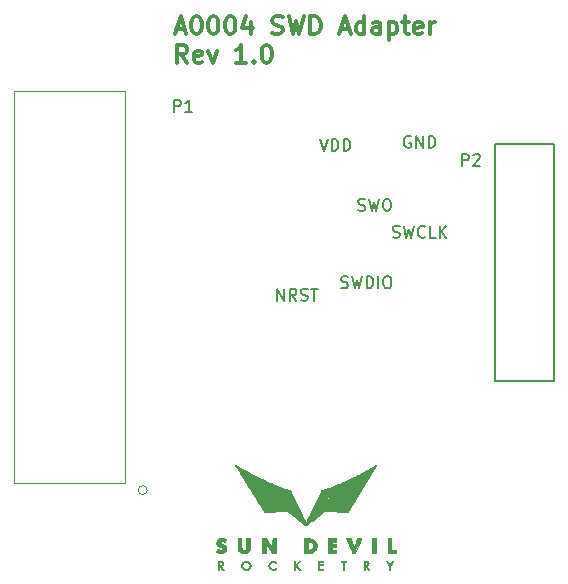
<source format=gbr>
%TF.GenerationSoftware,KiCad,Pcbnew,6.0.0*%
%TF.CreationDate,2022-01-07T11:19:12-07:00*%
%TF.ProjectId,A0004-SWD-Adapter,41303030-342d-4535-9744-2d4164617074,rev?*%
%TF.SameCoordinates,Original*%
%TF.FileFunction,Legend,Top*%
%TF.FilePolarity,Positive*%
%FSLAX46Y46*%
G04 Gerber Fmt 4.6, Leading zero omitted, Abs format (unit mm)*
G04 Created by KiCad (PCBNEW 6.0.0) date 2022-01-07 11:19:12*
%MOMM*%
%LPD*%
G01*
G04 APERTURE LIST*
%ADD10C,0.300000*%
%ADD11C,0.150000*%
%ADD12C,0.177800*%
%ADD13C,0.120000*%
%ADD14C,0.127000*%
%ADD15C,0.010000*%
G04 APERTURE END LIST*
D10*
X124432714Y-78798500D02*
X125147000Y-78798500D01*
X124289857Y-79227071D02*
X124789857Y-77727071D01*
X125289857Y-79227071D01*
X126075571Y-77727071D02*
X126218428Y-77727071D01*
X126361285Y-77798500D01*
X126432714Y-77869928D01*
X126504142Y-78012785D01*
X126575571Y-78298500D01*
X126575571Y-78655642D01*
X126504142Y-78941357D01*
X126432714Y-79084214D01*
X126361285Y-79155642D01*
X126218428Y-79227071D01*
X126075571Y-79227071D01*
X125932714Y-79155642D01*
X125861285Y-79084214D01*
X125789857Y-78941357D01*
X125718428Y-78655642D01*
X125718428Y-78298500D01*
X125789857Y-78012785D01*
X125861285Y-77869928D01*
X125932714Y-77798500D01*
X126075571Y-77727071D01*
X127504142Y-77727071D02*
X127647000Y-77727071D01*
X127789857Y-77798500D01*
X127861285Y-77869928D01*
X127932714Y-78012785D01*
X128004142Y-78298500D01*
X128004142Y-78655642D01*
X127932714Y-78941357D01*
X127861285Y-79084214D01*
X127789857Y-79155642D01*
X127647000Y-79227071D01*
X127504142Y-79227071D01*
X127361285Y-79155642D01*
X127289857Y-79084214D01*
X127218428Y-78941357D01*
X127147000Y-78655642D01*
X127147000Y-78298500D01*
X127218428Y-78012785D01*
X127289857Y-77869928D01*
X127361285Y-77798500D01*
X127504142Y-77727071D01*
X128932714Y-77727071D02*
X129075571Y-77727071D01*
X129218428Y-77798500D01*
X129289857Y-77869928D01*
X129361285Y-78012785D01*
X129432714Y-78298500D01*
X129432714Y-78655642D01*
X129361285Y-78941357D01*
X129289857Y-79084214D01*
X129218428Y-79155642D01*
X129075571Y-79227071D01*
X128932714Y-79227071D01*
X128789857Y-79155642D01*
X128718428Y-79084214D01*
X128647000Y-78941357D01*
X128575571Y-78655642D01*
X128575571Y-78298500D01*
X128647000Y-78012785D01*
X128718428Y-77869928D01*
X128789857Y-77798500D01*
X128932714Y-77727071D01*
X130718428Y-78227071D02*
X130718428Y-79227071D01*
X130361285Y-77655642D02*
X130004142Y-78727071D01*
X130932714Y-78727071D01*
X132575571Y-79155642D02*
X132789857Y-79227071D01*
X133147000Y-79227071D01*
X133289857Y-79155642D01*
X133361285Y-79084214D01*
X133432714Y-78941357D01*
X133432714Y-78798500D01*
X133361285Y-78655642D01*
X133289857Y-78584214D01*
X133147000Y-78512785D01*
X132861285Y-78441357D01*
X132718428Y-78369928D01*
X132647000Y-78298500D01*
X132575571Y-78155642D01*
X132575571Y-78012785D01*
X132647000Y-77869928D01*
X132718428Y-77798500D01*
X132861285Y-77727071D01*
X133218428Y-77727071D01*
X133432714Y-77798500D01*
X133932714Y-77727071D02*
X134289857Y-79227071D01*
X134575571Y-78155642D01*
X134861285Y-79227071D01*
X135218428Y-77727071D01*
X135789857Y-79227071D02*
X135789857Y-77727071D01*
X136147000Y-77727071D01*
X136361285Y-77798500D01*
X136504142Y-77941357D01*
X136575571Y-78084214D01*
X136647000Y-78369928D01*
X136647000Y-78584214D01*
X136575571Y-78869928D01*
X136504142Y-79012785D01*
X136361285Y-79155642D01*
X136147000Y-79227071D01*
X135789857Y-79227071D01*
X138361285Y-78798500D02*
X139075571Y-78798500D01*
X138218428Y-79227071D02*
X138718428Y-77727071D01*
X139218428Y-79227071D01*
X140361285Y-79227071D02*
X140361285Y-77727071D01*
X140361285Y-79155642D02*
X140218428Y-79227071D01*
X139932714Y-79227071D01*
X139789857Y-79155642D01*
X139718428Y-79084214D01*
X139647000Y-78941357D01*
X139647000Y-78512785D01*
X139718428Y-78369928D01*
X139789857Y-78298500D01*
X139932714Y-78227071D01*
X140218428Y-78227071D01*
X140361285Y-78298500D01*
X141718428Y-79227071D02*
X141718428Y-78441357D01*
X141647000Y-78298500D01*
X141504142Y-78227071D01*
X141218428Y-78227071D01*
X141075571Y-78298500D01*
X141718428Y-79155642D02*
X141575571Y-79227071D01*
X141218428Y-79227071D01*
X141075571Y-79155642D01*
X141004142Y-79012785D01*
X141004142Y-78869928D01*
X141075571Y-78727071D01*
X141218428Y-78655642D01*
X141575571Y-78655642D01*
X141718428Y-78584214D01*
X142432714Y-78227071D02*
X142432714Y-79727071D01*
X142432714Y-78298500D02*
X142575571Y-78227071D01*
X142861285Y-78227071D01*
X143004142Y-78298500D01*
X143075571Y-78369928D01*
X143147000Y-78512785D01*
X143147000Y-78941357D01*
X143075571Y-79084214D01*
X143004142Y-79155642D01*
X142861285Y-79227071D01*
X142575571Y-79227071D01*
X142432714Y-79155642D01*
X143575571Y-78227071D02*
X144147000Y-78227071D01*
X143789857Y-77727071D02*
X143789857Y-79012785D01*
X143861285Y-79155642D01*
X144004142Y-79227071D01*
X144147000Y-79227071D01*
X145218428Y-79155642D02*
X145075571Y-79227071D01*
X144789857Y-79227071D01*
X144647000Y-79155642D01*
X144575571Y-79012785D01*
X144575571Y-78441357D01*
X144647000Y-78298500D01*
X144789857Y-78227071D01*
X145075571Y-78227071D01*
X145218428Y-78298500D01*
X145289857Y-78441357D01*
X145289857Y-78584214D01*
X144575571Y-78727071D01*
X145932714Y-79227071D02*
X145932714Y-78227071D01*
X145932714Y-78512785D02*
X146004142Y-78369928D01*
X146075571Y-78298500D01*
X146218428Y-78227071D01*
X146361285Y-78227071D01*
X125361285Y-81642071D02*
X124861285Y-80927785D01*
X124504142Y-81642071D02*
X124504142Y-80142071D01*
X125075571Y-80142071D01*
X125218428Y-80213500D01*
X125289857Y-80284928D01*
X125361285Y-80427785D01*
X125361285Y-80642071D01*
X125289857Y-80784928D01*
X125218428Y-80856357D01*
X125075571Y-80927785D01*
X124504142Y-80927785D01*
X126575571Y-81570642D02*
X126432714Y-81642071D01*
X126147000Y-81642071D01*
X126004142Y-81570642D01*
X125932714Y-81427785D01*
X125932714Y-80856357D01*
X126004142Y-80713500D01*
X126147000Y-80642071D01*
X126432714Y-80642071D01*
X126575571Y-80713500D01*
X126647000Y-80856357D01*
X126647000Y-80999214D01*
X125932714Y-81142071D01*
X127147000Y-80642071D02*
X127504142Y-81642071D01*
X127861285Y-80642071D01*
X130361285Y-81642071D02*
X129504142Y-81642071D01*
X129932714Y-81642071D02*
X129932714Y-80142071D01*
X129789857Y-80356357D01*
X129647000Y-80499214D01*
X129504142Y-80570642D01*
X131004142Y-81499214D02*
X131075571Y-81570642D01*
X131004142Y-81642071D01*
X130932714Y-81570642D01*
X131004142Y-81499214D01*
X131004142Y-81642071D01*
X132004142Y-80142071D02*
X132147000Y-80142071D01*
X132289857Y-80213500D01*
X132361285Y-80284928D01*
X132432714Y-80427785D01*
X132504142Y-80713500D01*
X132504142Y-81070642D01*
X132432714Y-81356357D01*
X132361285Y-81499214D01*
X132289857Y-81570642D01*
X132147000Y-81642071D01*
X132004142Y-81642071D01*
X131861285Y-81570642D01*
X131789857Y-81499214D01*
X131718428Y-81356357D01*
X131647000Y-81070642D01*
X131647000Y-80713500D01*
X131718428Y-80427785D01*
X131789857Y-80284928D01*
X131861285Y-80213500D01*
X132004142Y-80142071D01*
D11*
%TO.C,P1*%
X124229904Y-85796379D02*
X124229904Y-84796379D01*
X124610857Y-84796379D01*
X124706095Y-84843999D01*
X124753714Y-84891618D01*
X124801333Y-84986856D01*
X124801333Y-85129713D01*
X124753714Y-85224951D01*
X124706095Y-85272570D01*
X124610857Y-85320189D01*
X124229904Y-85320189D01*
X125753714Y-85796379D02*
X125182285Y-85796379D01*
X125468000Y-85796379D02*
X125468000Y-84796379D01*
X125372761Y-84939237D01*
X125277523Y-85034475D01*
X125182285Y-85082094D01*
D12*
%TO.C,P2*%
X148620842Y-90364128D02*
X148620842Y-89373528D01*
X148998214Y-89373528D01*
X149092557Y-89420700D01*
X149139728Y-89467871D01*
X149186900Y-89562214D01*
X149186900Y-89703728D01*
X149139728Y-89798071D01*
X149092557Y-89845242D01*
X148998214Y-89892414D01*
X148620842Y-89892414D01*
X149564271Y-89467871D02*
X149611442Y-89420700D01*
X149705785Y-89373528D01*
X149941642Y-89373528D01*
X150035985Y-89420700D01*
X150083157Y-89467871D01*
X150130328Y-89562214D01*
X150130328Y-89656557D01*
X150083157Y-89798071D01*
X149517100Y-90364128D01*
X150130328Y-90364128D01*
D11*
%TO.C,TP1*%
X136588666Y-88098380D02*
X136922000Y-89098380D01*
X137255333Y-88098380D01*
X137588666Y-89098380D02*
X137588666Y-88098380D01*
X137826761Y-88098380D01*
X137969619Y-88146000D01*
X138064857Y-88241238D01*
X138112476Y-88336476D01*
X138160095Y-88526952D01*
X138160095Y-88669809D01*
X138112476Y-88860285D01*
X138064857Y-88955523D01*
X137969619Y-89050761D01*
X137826761Y-89098380D01*
X137588666Y-89098380D01*
X138588666Y-89098380D02*
X138588666Y-88098380D01*
X138826761Y-88098380D01*
X138969619Y-88146000D01*
X139064857Y-88241238D01*
X139112476Y-88336476D01*
X139160095Y-88526952D01*
X139160095Y-88669809D01*
X139112476Y-88860285D01*
X139064857Y-88955523D01*
X138969619Y-89050761D01*
X138826761Y-89098380D01*
X138588666Y-89098380D01*
%TO.C,TP5*%
X142772095Y-96416761D02*
X142914952Y-96464380D01*
X143153047Y-96464380D01*
X143248285Y-96416761D01*
X143295904Y-96369142D01*
X143343523Y-96273904D01*
X143343523Y-96178666D01*
X143295904Y-96083428D01*
X143248285Y-96035809D01*
X143153047Y-95988190D01*
X142962571Y-95940571D01*
X142867333Y-95892952D01*
X142819714Y-95845333D01*
X142772095Y-95750095D01*
X142772095Y-95654857D01*
X142819714Y-95559619D01*
X142867333Y-95512000D01*
X142962571Y-95464380D01*
X143200666Y-95464380D01*
X143343523Y-95512000D01*
X143676857Y-95464380D02*
X143914952Y-96464380D01*
X144105428Y-95750095D01*
X144295904Y-96464380D01*
X144534000Y-95464380D01*
X145486380Y-96369142D02*
X145438761Y-96416761D01*
X145295904Y-96464380D01*
X145200666Y-96464380D01*
X145057809Y-96416761D01*
X144962571Y-96321523D01*
X144914952Y-96226285D01*
X144867333Y-96035809D01*
X144867333Y-95892952D01*
X144914952Y-95702476D01*
X144962571Y-95607238D01*
X145057809Y-95512000D01*
X145200666Y-95464380D01*
X145295904Y-95464380D01*
X145438761Y-95512000D01*
X145486380Y-95559619D01*
X146391142Y-96464380D02*
X145914952Y-96464380D01*
X145914952Y-95464380D01*
X146724476Y-96464380D02*
X146724476Y-95464380D01*
X147295904Y-96464380D02*
X146867333Y-95892952D01*
X147295904Y-95464380D02*
X146724476Y-96035809D01*
%TO.C,TP3*%
X144272095Y-87892000D02*
X144176857Y-87844380D01*
X144034000Y-87844380D01*
X143891142Y-87892000D01*
X143795904Y-87987238D01*
X143748285Y-88082476D01*
X143700666Y-88272952D01*
X143700666Y-88415809D01*
X143748285Y-88606285D01*
X143795904Y-88701523D01*
X143891142Y-88796761D01*
X144034000Y-88844380D01*
X144129238Y-88844380D01*
X144272095Y-88796761D01*
X144319714Y-88749142D01*
X144319714Y-88415809D01*
X144129238Y-88415809D01*
X144748285Y-88844380D02*
X144748285Y-87844380D01*
X145319714Y-88844380D01*
X145319714Y-87844380D01*
X145795904Y-88844380D02*
X145795904Y-87844380D01*
X146034000Y-87844380D01*
X146176857Y-87892000D01*
X146272095Y-87987238D01*
X146319714Y-88082476D01*
X146367333Y-88272952D01*
X146367333Y-88415809D01*
X146319714Y-88606285D01*
X146272095Y-88701523D01*
X146176857Y-88796761D01*
X146034000Y-88844380D01*
X145795904Y-88844380D01*
%TO.C,TP6*%
X132977142Y-101798380D02*
X132977142Y-100798380D01*
X133548571Y-101798380D01*
X133548571Y-100798380D01*
X134596190Y-101798380D02*
X134262857Y-101322190D01*
X134024761Y-101798380D02*
X134024761Y-100798380D01*
X134405714Y-100798380D01*
X134500952Y-100846000D01*
X134548571Y-100893619D01*
X134596190Y-100988857D01*
X134596190Y-101131714D01*
X134548571Y-101226952D01*
X134500952Y-101274571D01*
X134405714Y-101322190D01*
X134024761Y-101322190D01*
X134977142Y-101750761D02*
X135120000Y-101798380D01*
X135358095Y-101798380D01*
X135453333Y-101750761D01*
X135500952Y-101703142D01*
X135548571Y-101607904D01*
X135548571Y-101512666D01*
X135500952Y-101417428D01*
X135453333Y-101369809D01*
X135358095Y-101322190D01*
X135167619Y-101274571D01*
X135072380Y-101226952D01*
X135024761Y-101179333D01*
X134977142Y-101084095D01*
X134977142Y-100988857D01*
X135024761Y-100893619D01*
X135072380Y-100846000D01*
X135167619Y-100798380D01*
X135405714Y-100798380D01*
X135548571Y-100846000D01*
X135834285Y-100798380D02*
X136405714Y-100798380D01*
X136120000Y-101798380D02*
X136120000Y-100798380D01*
%TO.C,TP4*%
X138393752Y-100683961D02*
X138536609Y-100731580D01*
X138774704Y-100731580D01*
X138869942Y-100683961D01*
X138917561Y-100636342D01*
X138965180Y-100541104D01*
X138965180Y-100445866D01*
X138917561Y-100350628D01*
X138869942Y-100303009D01*
X138774704Y-100255390D01*
X138584228Y-100207771D01*
X138488990Y-100160152D01*
X138441371Y-100112533D01*
X138393752Y-100017295D01*
X138393752Y-99922057D01*
X138441371Y-99826819D01*
X138488990Y-99779200D01*
X138584228Y-99731580D01*
X138822323Y-99731580D01*
X138965180Y-99779200D01*
X139298514Y-99731580D02*
X139536609Y-100731580D01*
X139727085Y-100017295D01*
X139917561Y-100731580D01*
X140155657Y-99731580D01*
X140536609Y-100731580D02*
X140536609Y-99731580D01*
X140774704Y-99731580D01*
X140917561Y-99779200D01*
X141012800Y-99874438D01*
X141060419Y-99969676D01*
X141108038Y-100160152D01*
X141108038Y-100303009D01*
X141060419Y-100493485D01*
X141012800Y-100588723D01*
X140917561Y-100683961D01*
X140774704Y-100731580D01*
X140536609Y-100731580D01*
X141536609Y-100731580D02*
X141536609Y-99731580D01*
X142203276Y-99731580D02*
X142393752Y-99731580D01*
X142488990Y-99779200D01*
X142584228Y-99874438D01*
X142631847Y-100064914D01*
X142631847Y-100398247D01*
X142584228Y-100588723D01*
X142488990Y-100683961D01*
X142393752Y-100731580D01*
X142203276Y-100731580D01*
X142108038Y-100683961D01*
X142012800Y-100588723D01*
X141965180Y-100398247D01*
X141965180Y-100064914D01*
X142012800Y-99874438D01*
X142108038Y-99779200D01*
X142203276Y-99731580D01*
%TO.C,TP7*%
X139843047Y-94130761D02*
X139985904Y-94178380D01*
X140224000Y-94178380D01*
X140319238Y-94130761D01*
X140366857Y-94083142D01*
X140414476Y-93987904D01*
X140414476Y-93892666D01*
X140366857Y-93797428D01*
X140319238Y-93749809D01*
X140224000Y-93702190D01*
X140033523Y-93654571D01*
X139938285Y-93606952D01*
X139890666Y-93559333D01*
X139843047Y-93464095D01*
X139843047Y-93368857D01*
X139890666Y-93273619D01*
X139938285Y-93226000D01*
X140033523Y-93178380D01*
X140271619Y-93178380D01*
X140414476Y-93226000D01*
X140747809Y-93178380D02*
X140985904Y-94178380D01*
X141176380Y-93464095D01*
X141366857Y-94178380D01*
X141604952Y-93178380D01*
X142176380Y-93178380D02*
X142366857Y-93178380D01*
X142462095Y-93226000D01*
X142557333Y-93321238D01*
X142604952Y-93511714D01*
X142604952Y-93845047D01*
X142557333Y-94035523D01*
X142462095Y-94130761D01*
X142366857Y-94178380D01*
X142176380Y-94178380D01*
X142081142Y-94130761D01*
X141985904Y-94035523D01*
X141938285Y-93845047D01*
X141938285Y-93511714D01*
X141985904Y-93321238D01*
X142081142Y-93226000D01*
X142176380Y-93178380D01*
D13*
%TO.C,P1*%
X120059450Y-117203499D02*
X120059450Y-84056499D01*
X110712250Y-117203499D02*
X120059450Y-117203499D01*
X110712250Y-84056499D02*
X110712250Y-117203499D01*
X120059450Y-84056499D02*
X110712250Y-84056499D01*
X121964450Y-117838499D02*
G75*
G03*
X121964450Y-117838499I-381000J0D01*
G01*
D14*
%TO.C,P2*%
X156436950Y-108585000D02*
X151436950Y-108585000D01*
X151436950Y-88519000D02*
X156436950Y-88519000D01*
X151436950Y-108585000D02*
X151436950Y-88519000D01*
X156436950Y-88519000D02*
X156436950Y-108585000D01*
D15*
%TO.C,LOGO1*%
X135542020Y-121922308D02*
X135625649Y-121923689D01*
X135625649Y-121923689D02*
X135691872Y-121925078D01*
X135691872Y-121925078D02*
X135743601Y-121926724D01*
X135743601Y-121926724D02*
X135783747Y-121928879D01*
X135783747Y-121928879D02*
X135815224Y-121931793D01*
X135815224Y-121931793D02*
X135840943Y-121935717D01*
X135840943Y-121935717D02*
X135863816Y-121940903D01*
X135863816Y-121940903D02*
X135886755Y-121947601D01*
X135886755Y-121947601D02*
X135905240Y-121953597D01*
X135905240Y-121953597D02*
X136003864Y-121996329D01*
X136003864Y-121996329D02*
X136093675Y-122055332D01*
X136093675Y-122055332D02*
X136172207Y-122128194D01*
X136172207Y-122128194D02*
X136236993Y-122212504D01*
X136236993Y-122212504D02*
X136285564Y-122305851D01*
X136285564Y-122305851D02*
X136297050Y-122336560D01*
X136297050Y-122336560D02*
X136313961Y-122404991D01*
X136313961Y-122404991D02*
X136323461Y-122484296D01*
X136323461Y-122484296D02*
X136325176Y-122566285D01*
X136325176Y-122566285D02*
X136318734Y-122642769D01*
X136318734Y-122642769D02*
X136312484Y-122675769D01*
X136312484Y-122675769D02*
X136279593Y-122772681D01*
X136279593Y-122772681D02*
X136228995Y-122863684D01*
X136228995Y-122863684D02*
X136163024Y-122946210D01*
X136163024Y-122946210D02*
X136084015Y-123017693D01*
X136084015Y-123017693D02*
X135994305Y-123075563D01*
X135994305Y-123075563D02*
X135917663Y-123109872D01*
X135917663Y-123109872D02*
X135898241Y-123116598D01*
X135898241Y-123116598D02*
X135879084Y-123121934D01*
X135879084Y-123121934D02*
X135857521Y-123126082D01*
X135857521Y-123126082D02*
X135830880Y-123129239D01*
X135830880Y-123129239D02*
X135796489Y-123131607D01*
X135796489Y-123131607D02*
X135751676Y-123133384D01*
X135751676Y-123133384D02*
X135693770Y-123134770D01*
X135693770Y-123134770D02*
X135620099Y-123135965D01*
X135620099Y-123135965D02*
X135557260Y-123136800D01*
X135557260Y-123136800D02*
X135260080Y-123140576D01*
X135260080Y-123140576D02*
X135260080Y-122194320D01*
X135260080Y-122194320D02*
X135585200Y-122194320D01*
X135585200Y-122194320D02*
X135585200Y-122867365D01*
X135585200Y-122867365D02*
X135674100Y-122862795D01*
X135674100Y-122862795D02*
X135741092Y-122856195D01*
X135741092Y-122856195D02*
X135794280Y-122843426D01*
X135794280Y-122843426D02*
X135815971Y-122835060D01*
X135815971Y-122835060D02*
X135872098Y-122801529D01*
X135872098Y-122801529D02*
X135921327Y-122755180D01*
X135921327Y-122755180D02*
X135958747Y-122701365D01*
X135958747Y-122701365D02*
X135975593Y-122661090D01*
X135975593Y-122661090D02*
X135984057Y-122621551D01*
X135984057Y-122621551D02*
X135989858Y-122573335D01*
X135989858Y-122573335D02*
X135991600Y-122534680D01*
X135991600Y-122534680D02*
X135986255Y-122456656D01*
X135986255Y-122456656D02*
X135969263Y-122392007D01*
X135969263Y-122392007D02*
X135939181Y-122336538D01*
X135939181Y-122336538D02*
X135912344Y-122303864D01*
X135912344Y-122303864D02*
X135881970Y-122274453D01*
X135881970Y-122274453D02*
X135850731Y-122249011D01*
X135850731Y-122249011D02*
X135829290Y-122235250D01*
X135829290Y-122235250D02*
X135779707Y-122216290D01*
X135779707Y-122216290D02*
X135719123Y-122202203D01*
X135719123Y-122202203D02*
X135656643Y-122194911D01*
X135656643Y-122194911D02*
X135635499Y-122194320D01*
X135635499Y-122194320D02*
X135585200Y-122194320D01*
X135585200Y-122194320D02*
X135260080Y-122194320D01*
X135260080Y-122194320D02*
X135260080Y-121917892D01*
X135260080Y-121917892D02*
X135542020Y-121922308D01*
X135542020Y-121922308D02*
X135542020Y-121922308D01*
G36*
X135542020Y-121922308D02*
G01*
X135625649Y-121923689D01*
X135691872Y-121925078D01*
X135743601Y-121926724D01*
X135783747Y-121928879D01*
X135815224Y-121931793D01*
X135840943Y-121935717D01*
X135863816Y-121940903D01*
X135886755Y-121947601D01*
X135905240Y-121953597D01*
X136003864Y-121996329D01*
X136093675Y-122055332D01*
X136172207Y-122128194D01*
X136236993Y-122212504D01*
X136285564Y-122305851D01*
X136297050Y-122336560D01*
X136313961Y-122404991D01*
X136323461Y-122484296D01*
X136325176Y-122566285D01*
X136318734Y-122642769D01*
X136312484Y-122675769D01*
X136279593Y-122772681D01*
X136228995Y-122863684D01*
X136163024Y-122946210D01*
X136084015Y-123017693D01*
X135994305Y-123075563D01*
X135917663Y-123109872D01*
X135898241Y-123116598D01*
X135879084Y-123121934D01*
X135857521Y-123126082D01*
X135830880Y-123129239D01*
X135796489Y-123131607D01*
X135751676Y-123133384D01*
X135693770Y-123134770D01*
X135620099Y-123135965D01*
X135557260Y-123136800D01*
X135260080Y-123140576D01*
X135260080Y-122867365D01*
X135585200Y-122867365D01*
X135674100Y-122862795D01*
X135741092Y-122856195D01*
X135794280Y-122843426D01*
X135815971Y-122835060D01*
X135872098Y-122801529D01*
X135921327Y-122755180D01*
X135958747Y-122701365D01*
X135975593Y-122661090D01*
X135984057Y-122621551D01*
X135989858Y-122573335D01*
X135991600Y-122534680D01*
X135986255Y-122456656D01*
X135969263Y-122392007D01*
X135939181Y-122336538D01*
X135912344Y-122303864D01*
X135881970Y-122274453D01*
X135850731Y-122249011D01*
X135829290Y-122235250D01*
X135779707Y-122216290D01*
X135719123Y-122202203D01*
X135656643Y-122194911D01*
X135635499Y-122194320D01*
X135585200Y-122194320D01*
X135585200Y-122867365D01*
X135260080Y-122867365D01*
X135260080Y-121917892D01*
X135542020Y-121922308D01*
G37*
X135542020Y-121922308D02*
X135625649Y-121923689D01*
X135691872Y-121925078D01*
X135743601Y-121926724D01*
X135783747Y-121928879D01*
X135815224Y-121931793D01*
X135840943Y-121935717D01*
X135863816Y-121940903D01*
X135886755Y-121947601D01*
X135905240Y-121953597D01*
X136003864Y-121996329D01*
X136093675Y-122055332D01*
X136172207Y-122128194D01*
X136236993Y-122212504D01*
X136285564Y-122305851D01*
X136297050Y-122336560D01*
X136313961Y-122404991D01*
X136323461Y-122484296D01*
X136325176Y-122566285D01*
X136318734Y-122642769D01*
X136312484Y-122675769D01*
X136279593Y-122772681D01*
X136228995Y-122863684D01*
X136163024Y-122946210D01*
X136084015Y-123017693D01*
X135994305Y-123075563D01*
X135917663Y-123109872D01*
X135898241Y-123116598D01*
X135879084Y-123121934D01*
X135857521Y-123126082D01*
X135830880Y-123129239D01*
X135796489Y-123131607D01*
X135751676Y-123133384D01*
X135693770Y-123134770D01*
X135620099Y-123135965D01*
X135557260Y-123136800D01*
X135260080Y-123140576D01*
X135260080Y-122867365D01*
X135585200Y-122867365D01*
X135674100Y-122862795D01*
X135741092Y-122856195D01*
X135794280Y-122843426D01*
X135815971Y-122835060D01*
X135872098Y-122801529D01*
X135921327Y-122755180D01*
X135958747Y-122701365D01*
X135975593Y-122661090D01*
X135984057Y-122621551D01*
X135989858Y-122573335D01*
X135991600Y-122534680D01*
X135986255Y-122456656D01*
X135969263Y-122392007D01*
X135939181Y-122336538D01*
X135912344Y-122303864D01*
X135881970Y-122274453D01*
X135850731Y-122249011D01*
X135829290Y-122235250D01*
X135779707Y-122216290D01*
X135719123Y-122202203D01*
X135656643Y-122194911D01*
X135635499Y-122194320D01*
X135585200Y-122194320D01*
X135585200Y-122867365D01*
X135260080Y-122867365D01*
X135260080Y-121917892D01*
X135542020Y-121922308D01*
X130143353Y-116854385D02*
X130168836Y-116866192D01*
X130168836Y-116866192D02*
X130207096Y-116884279D01*
X130207096Y-116884279D02*
X130255382Y-116907344D01*
X130255382Y-116907344D02*
X130310944Y-116934084D01*
X130310944Y-116934084D02*
X130328974Y-116942799D01*
X130328974Y-116942799D02*
X130392704Y-116973574D01*
X130392704Y-116973574D02*
X130456098Y-117004081D01*
X130456098Y-117004081D02*
X130514737Y-117032199D01*
X130514737Y-117032199D02*
X130564203Y-117055811D01*
X130564203Y-117055811D02*
X130600075Y-117072797D01*
X130600075Y-117072797D02*
X130601720Y-117073569D01*
X130601720Y-117073569D02*
X130641814Y-117092505D01*
X130641814Y-117092505D02*
X130693976Y-117117321D01*
X130693976Y-117117321D02*
X130751984Y-117145048D01*
X130751984Y-117145048D02*
X130809613Y-117172717D01*
X130809613Y-117172717D02*
X130820160Y-117177797D01*
X130820160Y-117177797D02*
X130889471Y-117211148D01*
X130889471Y-117211148D02*
X130957421Y-117243727D01*
X130957421Y-117243727D02*
X131028251Y-117277560D01*
X131028251Y-117277560D02*
X131106206Y-117314670D01*
X131106206Y-117314670D02*
X131195528Y-117357083D01*
X131195528Y-117357083D02*
X131262120Y-117388655D01*
X131262120Y-117388655D02*
X131313672Y-117413154D01*
X131313672Y-117413154D02*
X131375161Y-117442478D01*
X131375161Y-117442478D02*
X131438218Y-117472633D01*
X131438218Y-117472633D02*
X131485640Y-117495376D01*
X131485640Y-117495376D02*
X131588277Y-117544612D01*
X131588277Y-117544612D02*
X131700892Y-117598514D01*
X131700892Y-117598514D02*
X131815089Y-117653066D01*
X131815089Y-117653066D02*
X131922473Y-117704255D01*
X131922473Y-117704255D02*
X131953000Y-117718782D01*
X131953000Y-117718782D02*
X131998156Y-117740304D01*
X131998156Y-117740304D02*
X132054608Y-117767274D01*
X132054608Y-117767274D02*
X132115338Y-117796335D01*
X132115338Y-117796335D02*
X132173327Y-117824132D01*
X132173327Y-117824132D02*
X132176520Y-117825664D01*
X132176520Y-117825664D02*
X132234117Y-117853246D01*
X132234117Y-117853246D02*
X132294870Y-117882237D01*
X132294870Y-117882237D02*
X132351765Y-117909297D01*
X132351765Y-117909297D02*
X132397786Y-117931083D01*
X132397786Y-117931083D02*
X132400040Y-117932145D01*
X132400040Y-117932145D02*
X132445984Y-117953904D01*
X132445984Y-117953904D02*
X132502880Y-117981005D01*
X132502880Y-117981005D02*
X132563385Y-118009945D01*
X132563385Y-118009945D02*
X132618480Y-118036412D01*
X132618480Y-118036412D02*
X132726693Y-118088517D01*
X132726693Y-118088517D02*
X132818488Y-118132673D01*
X132818488Y-118132673D02*
X132895737Y-118169776D01*
X132895737Y-118169776D02*
X132960315Y-118200724D01*
X132960315Y-118200724D02*
X133014097Y-118226413D01*
X133014097Y-118226413D02*
X133058954Y-118247742D01*
X133058954Y-118247742D02*
X133096763Y-118265607D01*
X133096763Y-118265607D02*
X133116320Y-118274792D01*
X133116320Y-118274792D02*
X133204074Y-118316123D01*
X133204074Y-118316123D02*
X133274514Y-118349823D01*
X133274514Y-118349823D02*
X133328885Y-118376529D01*
X133328885Y-118376529D02*
X133368436Y-118396876D01*
X133368436Y-118396876D02*
X133394412Y-118411503D01*
X133394412Y-118411503D02*
X133408062Y-118421044D01*
X133408062Y-118421044D02*
X133410960Y-118425223D01*
X133410960Y-118425223D02*
X133402925Y-118433686D01*
X133402925Y-118433686D02*
X133380535Y-118430893D01*
X133380535Y-118430893D02*
X133365240Y-118425467D01*
X133365240Y-118425467D02*
X133345914Y-118418651D01*
X133345914Y-118418651D02*
X133313562Y-118408263D01*
X133313562Y-118408263D02*
X133274673Y-118396377D01*
X133274673Y-118396377D02*
X133268720Y-118394606D01*
X133268720Y-118394606D02*
X133225488Y-118381633D01*
X133225488Y-118381633D02*
X133184027Y-118368922D01*
X133184027Y-118368922D02*
X133152989Y-118359129D01*
X133152989Y-118359129D02*
X133151880Y-118358768D01*
X133151880Y-118358768D02*
X133118884Y-118348441D01*
X133118884Y-118348441D02*
X133077443Y-118336043D01*
X133077443Y-118336043D02*
X133050280Y-118328184D01*
X133050280Y-118328184D02*
X133007258Y-118315503D01*
X133007258Y-118315503D02*
X132957072Y-118300063D01*
X132957072Y-118300063D02*
X132918200Y-118287666D01*
X132918200Y-118287666D02*
X132876784Y-118274430D01*
X132876784Y-118274430D02*
X132824240Y-118258018D01*
X132824240Y-118258018D02*
X132768922Y-118241025D01*
X132768922Y-118241025D02*
X132740400Y-118232391D01*
X132740400Y-118232391D02*
X132671310Y-118211533D01*
X132671310Y-118211533D02*
X132600178Y-118189921D01*
X132600178Y-118189921D02*
X132530909Y-118168755D01*
X132530909Y-118168755D02*
X132467410Y-118149232D01*
X132467410Y-118149232D02*
X132413585Y-118132551D01*
X132413585Y-118132551D02*
X132373340Y-118119912D01*
X132373340Y-118119912D02*
X132359400Y-118115440D01*
X132359400Y-118115440D02*
X132329105Y-118105874D01*
X132329105Y-118105874D02*
X132287963Y-118093241D01*
X132287963Y-118093241D02*
X132244621Y-118080195D01*
X132244621Y-118080195D02*
X132242560Y-118079581D01*
X132242560Y-118079581D02*
X132196056Y-118065575D01*
X132196056Y-118065575D02*
X132148215Y-118050870D01*
X132148215Y-118050870D02*
X132110480Y-118038996D01*
X132110480Y-118038996D02*
X132067446Y-118025519D01*
X132067446Y-118025519D02*
X132018999Y-118010826D01*
X132018999Y-118010826D02*
X131993640Y-118003346D01*
X131993640Y-118003346D02*
X131931394Y-117984941D01*
X131931394Y-117984941D02*
X131863414Y-117964321D01*
X131863414Y-117964321D02*
X131798991Y-117944331D01*
X131798991Y-117944331D02*
X131759960Y-117931899D01*
X131759960Y-117931899D02*
X131730912Y-117922682D01*
X131730912Y-117922682D02*
X131685240Y-117908422D01*
X131685240Y-117908422D02*
X131625758Y-117889990D01*
X131625758Y-117889990D02*
X131555283Y-117868253D01*
X131555283Y-117868253D02*
X131476630Y-117844081D01*
X131476630Y-117844081D02*
X131392615Y-117818342D01*
X131392615Y-117818342D02*
X131333240Y-117800200D01*
X131333240Y-117800200D02*
X131284112Y-117785138D01*
X131284112Y-117785138D02*
X131240036Y-117771501D01*
X131240036Y-117771501D02*
X131205780Y-117760772D01*
X131205780Y-117760772D02*
X131186113Y-117754435D01*
X131186113Y-117754435D02*
X131185920Y-117754370D01*
X131185920Y-117754370D02*
X131163891Y-117747388D01*
X131163891Y-117747388D02*
X131129329Y-117736962D01*
X131129329Y-117736962D02*
X131089246Y-117725201D01*
X131089246Y-117725201D02*
X131084320Y-117723778D01*
X131084320Y-117723778D02*
X131041032Y-117711065D01*
X131041032Y-117711065D02*
X130999530Y-117698492D01*
X130999530Y-117698492D02*
X130968500Y-117688693D01*
X130968500Y-117688693D02*
X130967480Y-117688356D01*
X130967480Y-117688356D02*
X130932280Y-117676974D01*
X130932280Y-117676974D02*
X130885306Y-117662152D01*
X130885306Y-117662152D02*
X130831225Y-117645325D01*
X130831225Y-117645325D02*
X130774709Y-117627923D01*
X130774709Y-117627923D02*
X130720426Y-117611382D01*
X130720426Y-117611382D02*
X130673047Y-117597133D01*
X130673047Y-117597133D02*
X130637242Y-117586609D01*
X130637242Y-117586609D02*
X130622040Y-117582353D01*
X130622040Y-117582353D02*
X130595597Y-117574730D01*
X130595597Y-117574730D02*
X130576665Y-117566107D01*
X130576665Y-117566107D02*
X130561013Y-117552587D01*
X130561013Y-117552587D02*
X130544409Y-117530271D01*
X130544409Y-117530271D02*
X130522623Y-117495264D01*
X130522623Y-117495264D02*
X130516526Y-117485160D01*
X130516526Y-117485160D02*
X130489136Y-117439753D01*
X130489136Y-117439753D02*
X130470128Y-117408494D01*
X130470128Y-117408494D02*
X130457400Y-117388122D01*
X130457400Y-117388122D02*
X130448852Y-117375376D01*
X130448852Y-117375376D02*
X130442381Y-117366998D01*
X130442381Y-117366998D02*
X130435887Y-117359726D01*
X130435887Y-117359726D02*
X130435208Y-117358992D01*
X130435208Y-117358992D02*
X130420902Y-117338978D01*
X130420902Y-117338978D02*
X130406659Y-117312842D01*
X130406659Y-117312842D02*
X130391649Y-117283754D01*
X130391649Y-117283754D02*
X130370776Y-117247184D01*
X130370776Y-117247184D02*
X130346645Y-117207245D01*
X130346645Y-117207245D02*
X130321865Y-117168051D01*
X130321865Y-117168051D02*
X130299042Y-117133714D01*
X130299042Y-117133714D02*
X130280784Y-117108349D01*
X130280784Y-117108349D02*
X130269697Y-117096069D01*
X130269697Y-117096069D02*
X130269026Y-117095693D01*
X130269026Y-117095693D02*
X130261551Y-117084026D01*
X130261551Y-117084026D02*
X130261360Y-117081553D01*
X130261360Y-117081553D02*
X130256189Y-117068830D01*
X130256189Y-117068830D02*
X130242516Y-117043771D01*
X130242516Y-117043771D02*
X130223102Y-117010804D01*
X130223102Y-117010804D02*
X130200706Y-116974362D01*
X130200706Y-116974362D02*
X130178088Y-116938871D01*
X130178088Y-116938871D02*
X130158007Y-116908763D01*
X130158007Y-116908763D02*
X130143225Y-116888468D01*
X130143225Y-116888468D02*
X130137236Y-116882333D01*
X130137236Y-116882333D02*
X130130998Y-116872548D01*
X130130998Y-116872548D02*
X130129206Y-116857882D01*
X130129206Y-116857882D02*
X130133273Y-116850162D01*
X130133273Y-116850162D02*
X130133394Y-116850160D01*
X130133394Y-116850160D02*
X130143353Y-116854385D01*
X130143353Y-116854385D02*
X130143353Y-116854385D01*
G36*
X130143353Y-116854385D02*
G01*
X130168836Y-116866192D01*
X130207096Y-116884279D01*
X130255382Y-116907344D01*
X130310944Y-116934084D01*
X130328974Y-116942799D01*
X130392704Y-116973574D01*
X130456098Y-117004081D01*
X130514737Y-117032199D01*
X130564203Y-117055811D01*
X130600075Y-117072797D01*
X130601720Y-117073569D01*
X130641814Y-117092505D01*
X130693976Y-117117321D01*
X130751984Y-117145048D01*
X130809613Y-117172717D01*
X130820160Y-117177797D01*
X130889471Y-117211148D01*
X130957421Y-117243727D01*
X131028251Y-117277560D01*
X131106206Y-117314670D01*
X131195528Y-117357083D01*
X131262120Y-117388655D01*
X131313672Y-117413154D01*
X131375161Y-117442478D01*
X131438218Y-117472633D01*
X131485640Y-117495376D01*
X131588277Y-117544612D01*
X131700892Y-117598514D01*
X131815089Y-117653066D01*
X131922473Y-117704255D01*
X131953000Y-117718782D01*
X131998156Y-117740304D01*
X132054608Y-117767274D01*
X132115338Y-117796335D01*
X132173327Y-117824132D01*
X132176520Y-117825664D01*
X132234117Y-117853246D01*
X132294870Y-117882237D01*
X132351765Y-117909297D01*
X132397786Y-117931083D01*
X132400040Y-117932145D01*
X132445984Y-117953904D01*
X132502880Y-117981005D01*
X132563385Y-118009945D01*
X132618480Y-118036412D01*
X132726693Y-118088517D01*
X132818488Y-118132673D01*
X132895737Y-118169776D01*
X132960315Y-118200724D01*
X133014097Y-118226413D01*
X133058954Y-118247742D01*
X133096763Y-118265607D01*
X133116320Y-118274792D01*
X133204074Y-118316123D01*
X133274514Y-118349823D01*
X133328885Y-118376529D01*
X133368436Y-118396876D01*
X133394412Y-118411503D01*
X133408062Y-118421044D01*
X133410960Y-118425223D01*
X133402925Y-118433686D01*
X133380535Y-118430893D01*
X133365240Y-118425467D01*
X133345914Y-118418651D01*
X133313562Y-118408263D01*
X133274673Y-118396377D01*
X133268720Y-118394606D01*
X133225488Y-118381633D01*
X133184027Y-118368922D01*
X133152989Y-118359129D01*
X133151880Y-118358768D01*
X133118884Y-118348441D01*
X133077443Y-118336043D01*
X133050280Y-118328184D01*
X133007258Y-118315503D01*
X132957072Y-118300063D01*
X132918200Y-118287666D01*
X132876784Y-118274430D01*
X132824240Y-118258018D01*
X132768922Y-118241025D01*
X132740400Y-118232391D01*
X132671310Y-118211533D01*
X132600178Y-118189921D01*
X132530909Y-118168755D01*
X132467410Y-118149232D01*
X132413585Y-118132551D01*
X132373340Y-118119912D01*
X132359400Y-118115440D01*
X132329105Y-118105874D01*
X132287963Y-118093241D01*
X132244621Y-118080195D01*
X132242560Y-118079581D01*
X132196056Y-118065575D01*
X132148215Y-118050870D01*
X132110480Y-118038996D01*
X132067446Y-118025519D01*
X132018999Y-118010826D01*
X131993640Y-118003346D01*
X131931394Y-117984941D01*
X131863414Y-117964321D01*
X131798991Y-117944331D01*
X131759960Y-117931899D01*
X131730912Y-117922682D01*
X131685240Y-117908422D01*
X131625758Y-117889990D01*
X131555283Y-117868253D01*
X131476630Y-117844081D01*
X131392615Y-117818342D01*
X131333240Y-117800200D01*
X131284112Y-117785138D01*
X131240036Y-117771501D01*
X131205780Y-117760772D01*
X131186113Y-117754435D01*
X131185920Y-117754370D01*
X131163891Y-117747388D01*
X131129329Y-117736962D01*
X131089246Y-117725201D01*
X131084320Y-117723778D01*
X131041032Y-117711065D01*
X130999530Y-117698492D01*
X130968500Y-117688693D01*
X130967480Y-117688356D01*
X130932280Y-117676974D01*
X130885306Y-117662152D01*
X130831225Y-117645325D01*
X130774709Y-117627923D01*
X130720426Y-117611382D01*
X130673047Y-117597133D01*
X130637242Y-117586609D01*
X130622040Y-117582353D01*
X130595597Y-117574730D01*
X130576665Y-117566107D01*
X130561013Y-117552587D01*
X130544409Y-117530271D01*
X130522623Y-117495264D01*
X130516526Y-117485160D01*
X130489136Y-117439753D01*
X130470128Y-117408494D01*
X130457400Y-117388122D01*
X130448852Y-117375376D01*
X130442381Y-117366998D01*
X130435887Y-117359726D01*
X130435208Y-117358992D01*
X130420902Y-117338978D01*
X130406659Y-117312842D01*
X130391649Y-117283754D01*
X130370776Y-117247184D01*
X130346645Y-117207245D01*
X130321865Y-117168051D01*
X130299042Y-117133714D01*
X130280784Y-117108349D01*
X130269697Y-117096069D01*
X130269026Y-117095693D01*
X130261551Y-117084026D01*
X130261360Y-117081553D01*
X130256189Y-117068830D01*
X130242516Y-117043771D01*
X130223102Y-117010804D01*
X130200706Y-116974362D01*
X130178088Y-116938871D01*
X130158007Y-116908763D01*
X130143225Y-116888468D01*
X130137236Y-116882333D01*
X130130998Y-116872548D01*
X130129206Y-116857882D01*
X130133273Y-116850162D01*
X130133394Y-116850160D01*
X130143353Y-116854385D01*
G37*
X130143353Y-116854385D02*
X130168836Y-116866192D01*
X130207096Y-116884279D01*
X130255382Y-116907344D01*
X130310944Y-116934084D01*
X130328974Y-116942799D01*
X130392704Y-116973574D01*
X130456098Y-117004081D01*
X130514737Y-117032199D01*
X130564203Y-117055811D01*
X130600075Y-117072797D01*
X130601720Y-117073569D01*
X130641814Y-117092505D01*
X130693976Y-117117321D01*
X130751984Y-117145048D01*
X130809613Y-117172717D01*
X130820160Y-117177797D01*
X130889471Y-117211148D01*
X130957421Y-117243727D01*
X131028251Y-117277560D01*
X131106206Y-117314670D01*
X131195528Y-117357083D01*
X131262120Y-117388655D01*
X131313672Y-117413154D01*
X131375161Y-117442478D01*
X131438218Y-117472633D01*
X131485640Y-117495376D01*
X131588277Y-117544612D01*
X131700892Y-117598514D01*
X131815089Y-117653066D01*
X131922473Y-117704255D01*
X131953000Y-117718782D01*
X131998156Y-117740304D01*
X132054608Y-117767274D01*
X132115338Y-117796335D01*
X132173327Y-117824132D01*
X132176520Y-117825664D01*
X132234117Y-117853246D01*
X132294870Y-117882237D01*
X132351765Y-117909297D01*
X132397786Y-117931083D01*
X132400040Y-117932145D01*
X132445984Y-117953904D01*
X132502880Y-117981005D01*
X132563385Y-118009945D01*
X132618480Y-118036412D01*
X132726693Y-118088517D01*
X132818488Y-118132673D01*
X132895737Y-118169776D01*
X132960315Y-118200724D01*
X133014097Y-118226413D01*
X133058954Y-118247742D01*
X133096763Y-118265607D01*
X133116320Y-118274792D01*
X133204074Y-118316123D01*
X133274514Y-118349823D01*
X133328885Y-118376529D01*
X133368436Y-118396876D01*
X133394412Y-118411503D01*
X133408062Y-118421044D01*
X133410960Y-118425223D01*
X133402925Y-118433686D01*
X133380535Y-118430893D01*
X133365240Y-118425467D01*
X133345914Y-118418651D01*
X133313562Y-118408263D01*
X133274673Y-118396377D01*
X133268720Y-118394606D01*
X133225488Y-118381633D01*
X133184027Y-118368922D01*
X133152989Y-118359129D01*
X133151880Y-118358768D01*
X133118884Y-118348441D01*
X133077443Y-118336043D01*
X133050280Y-118328184D01*
X133007258Y-118315503D01*
X132957072Y-118300063D01*
X132918200Y-118287666D01*
X132876784Y-118274430D01*
X132824240Y-118258018D01*
X132768922Y-118241025D01*
X132740400Y-118232391D01*
X132671310Y-118211533D01*
X132600178Y-118189921D01*
X132530909Y-118168755D01*
X132467410Y-118149232D01*
X132413585Y-118132551D01*
X132373340Y-118119912D01*
X132359400Y-118115440D01*
X132329105Y-118105874D01*
X132287963Y-118093241D01*
X132244621Y-118080195D01*
X132242560Y-118079581D01*
X132196056Y-118065575D01*
X132148215Y-118050870D01*
X132110480Y-118038996D01*
X132067446Y-118025519D01*
X132018999Y-118010826D01*
X131993640Y-118003346D01*
X131931394Y-117984941D01*
X131863414Y-117964321D01*
X131798991Y-117944331D01*
X131759960Y-117931899D01*
X131730912Y-117922682D01*
X131685240Y-117908422D01*
X131625758Y-117889990D01*
X131555283Y-117868253D01*
X131476630Y-117844081D01*
X131392615Y-117818342D01*
X131333240Y-117800200D01*
X131284112Y-117785138D01*
X131240036Y-117771501D01*
X131205780Y-117760772D01*
X131186113Y-117754435D01*
X131185920Y-117754370D01*
X131163891Y-117747388D01*
X131129329Y-117736962D01*
X131089246Y-117725201D01*
X131084320Y-117723778D01*
X131041032Y-117711065D01*
X130999530Y-117698492D01*
X130968500Y-117688693D01*
X130967480Y-117688356D01*
X130932280Y-117676974D01*
X130885306Y-117662152D01*
X130831225Y-117645325D01*
X130774709Y-117627923D01*
X130720426Y-117611382D01*
X130673047Y-117597133D01*
X130637242Y-117586609D01*
X130622040Y-117582353D01*
X130595597Y-117574730D01*
X130576665Y-117566107D01*
X130561013Y-117552587D01*
X130544409Y-117530271D01*
X130522623Y-117495264D01*
X130516526Y-117485160D01*
X130489136Y-117439753D01*
X130470128Y-117408494D01*
X130457400Y-117388122D01*
X130448852Y-117375376D01*
X130442381Y-117366998D01*
X130435887Y-117359726D01*
X130435208Y-117358992D01*
X130420902Y-117338978D01*
X130406659Y-117312842D01*
X130391649Y-117283754D01*
X130370776Y-117247184D01*
X130346645Y-117207245D01*
X130321865Y-117168051D01*
X130299042Y-117133714D01*
X130280784Y-117108349D01*
X130269697Y-117096069D01*
X130269026Y-117095693D01*
X130261551Y-117084026D01*
X130261360Y-117081553D01*
X130256189Y-117068830D01*
X130242516Y-117043771D01*
X130223102Y-117010804D01*
X130200706Y-116974362D01*
X130178088Y-116938871D01*
X130158007Y-116908763D01*
X130143225Y-116888468D01*
X130137236Y-116882333D01*
X130130998Y-116872548D01*
X130129206Y-116857882D01*
X130133273Y-116850162D01*
X130133394Y-116850160D01*
X130143353Y-116854385D01*
X128174912Y-123824583D02*
X128247249Y-123838985D01*
X128247249Y-123838985D02*
X128303144Y-123863744D01*
X128303144Y-123863744D02*
X128343456Y-123899477D01*
X128343456Y-123899477D02*
X128369042Y-123946803D01*
X128369042Y-123946803D02*
X128380762Y-124006338D01*
X128380762Y-124006338D02*
X128381760Y-124033358D01*
X128381760Y-124033358D02*
X128373274Y-124099660D01*
X128373274Y-124099660D02*
X128348843Y-124156045D01*
X128348843Y-124156045D02*
X128310006Y-124200326D01*
X128310006Y-124200326D02*
X128258304Y-124230317D01*
X128258304Y-124230317D02*
X128238495Y-124236755D01*
X128238495Y-124236755D02*
X128197754Y-124247726D01*
X128197754Y-124247726D02*
X128231903Y-124295443D01*
X128231903Y-124295443D02*
X128278771Y-124361236D01*
X128278771Y-124361236D02*
X128321905Y-124422366D01*
X128321905Y-124422366D02*
X128359896Y-124476791D01*
X128359896Y-124476791D02*
X128391338Y-124522472D01*
X128391338Y-124522472D02*
X128414824Y-124557368D01*
X128414824Y-124557368D02*
X128428947Y-124579439D01*
X128428947Y-124579439D02*
X128432560Y-124586470D01*
X128432560Y-124586470D02*
X128423425Y-124589676D01*
X128423425Y-124589676D02*
X128399976Y-124590735D01*
X128399976Y-124590735D02*
X128379691Y-124590070D01*
X128379691Y-124590070D02*
X128326823Y-124587000D01*
X128326823Y-124587000D02*
X128214591Y-124422432D01*
X128214591Y-124422432D02*
X128179399Y-124371712D01*
X128179399Y-124371712D02*
X128147417Y-124327278D01*
X128147417Y-124327278D02*
X128120597Y-124291709D01*
X128120597Y-124291709D02*
X128100890Y-124267583D01*
X128100890Y-124267583D02*
X128090247Y-124257480D01*
X128090247Y-124257480D02*
X128089660Y-124257332D01*
X128089660Y-124257332D02*
X128084703Y-124262116D01*
X128084703Y-124262116D02*
X128081119Y-124278385D01*
X128081119Y-124278385D02*
X128078744Y-124308295D01*
X128078744Y-124308295D02*
X128077413Y-124354002D01*
X128077413Y-124354002D02*
X128076962Y-124417664D01*
X128076962Y-124417664D02*
X128076960Y-124424440D01*
X128076960Y-124424440D02*
X128076960Y-124592080D01*
X128076960Y-124592080D02*
X128038013Y-124592080D01*
X128038013Y-124592080D02*
X128011164Y-124590456D01*
X128011164Y-124590456D02*
X127993977Y-124586441D01*
X127993977Y-124586441D02*
X127992293Y-124585306D01*
X127992293Y-124585306D02*
X127990763Y-124573949D01*
X127990763Y-124573949D02*
X127989353Y-124544551D01*
X127989353Y-124544551D02*
X127988105Y-124499392D01*
X127988105Y-124499392D02*
X127987058Y-124440752D01*
X127987058Y-124440752D02*
X127986251Y-124370911D01*
X127986251Y-124370911D02*
X127985726Y-124292146D01*
X127985726Y-124292146D02*
X127985521Y-124206739D01*
X127985521Y-124206739D02*
X127985520Y-124199226D01*
X127985520Y-124199226D02*
X127985520Y-124177861D01*
X127985520Y-124177861D02*
X128076960Y-124177861D01*
X128076960Y-124177861D02*
X128135380Y-124170619D01*
X128135380Y-124170619D02*
X128174135Y-124164173D01*
X128174135Y-124164173D02*
X128209712Y-124155560D01*
X128209712Y-124155560D02*
X128225492Y-124150202D01*
X128225492Y-124150202D02*
X128262254Y-124126269D01*
X128262254Y-124126269D02*
X128283510Y-124090594D01*
X128283510Y-124090594D02*
X128290320Y-124041657D01*
X128290320Y-124041657D02*
X128285177Y-123990305D01*
X128285177Y-123990305D02*
X128268422Y-123952571D01*
X128268422Y-123952571D02*
X128238066Y-123926615D01*
X128238066Y-123926615D02*
X128192120Y-123910598D01*
X128192120Y-123910598D02*
X128140919Y-123903552D01*
X128140919Y-123903552D02*
X128076960Y-123898417D01*
X128076960Y-123898417D02*
X128076960Y-124177861D01*
X128076960Y-124177861D02*
X127985520Y-124177861D01*
X127985520Y-124177861D02*
X127985520Y-123819920D01*
X127985520Y-123819920D02*
X128085275Y-123819920D01*
X128085275Y-123819920D02*
X128174912Y-123824583D01*
X128174912Y-123824583D02*
X128174912Y-123824583D01*
G36*
X128085275Y-123819920D02*
G01*
X128174912Y-123824583D01*
X128247249Y-123838985D01*
X128303144Y-123863744D01*
X128343456Y-123899477D01*
X128369042Y-123946803D01*
X128380762Y-124006338D01*
X128381760Y-124033358D01*
X128373274Y-124099660D01*
X128348843Y-124156045D01*
X128310006Y-124200326D01*
X128258304Y-124230317D01*
X128238495Y-124236755D01*
X128197754Y-124247726D01*
X128231903Y-124295443D01*
X128278771Y-124361236D01*
X128321905Y-124422366D01*
X128359896Y-124476791D01*
X128391338Y-124522472D01*
X128414824Y-124557368D01*
X128428947Y-124579439D01*
X128432560Y-124586470D01*
X128423425Y-124589676D01*
X128399976Y-124590735D01*
X128379691Y-124590070D01*
X128326823Y-124587000D01*
X128214591Y-124422432D01*
X128179399Y-124371712D01*
X128147417Y-124327278D01*
X128120597Y-124291709D01*
X128100890Y-124267583D01*
X128090247Y-124257480D01*
X128089660Y-124257332D01*
X128084703Y-124262116D01*
X128081119Y-124278385D01*
X128078744Y-124308295D01*
X128077413Y-124354002D01*
X128076962Y-124417664D01*
X128076960Y-124424440D01*
X128076960Y-124592080D01*
X128038013Y-124592080D01*
X128011164Y-124590456D01*
X127993977Y-124586441D01*
X127992293Y-124585306D01*
X127990763Y-124573949D01*
X127989353Y-124544551D01*
X127988105Y-124499392D01*
X127987058Y-124440752D01*
X127986251Y-124370911D01*
X127985726Y-124292146D01*
X127985521Y-124206739D01*
X127985520Y-124199226D01*
X127985520Y-124177861D01*
X128076960Y-124177861D01*
X128135380Y-124170619D01*
X128174135Y-124164173D01*
X128209712Y-124155560D01*
X128225492Y-124150202D01*
X128262254Y-124126269D01*
X128283510Y-124090594D01*
X128290320Y-124041657D01*
X128285177Y-123990305D01*
X128268422Y-123952571D01*
X128238066Y-123926615D01*
X128192120Y-123910598D01*
X128140919Y-123903552D01*
X128076960Y-123898417D01*
X128076960Y-124177861D01*
X127985520Y-124177861D01*
X127985520Y-123819920D01*
X128085275Y-123819920D01*
G37*
X128085275Y-123819920D02*
X128174912Y-123824583D01*
X128247249Y-123838985D01*
X128303144Y-123863744D01*
X128343456Y-123899477D01*
X128369042Y-123946803D01*
X128380762Y-124006338D01*
X128381760Y-124033358D01*
X128373274Y-124099660D01*
X128348843Y-124156045D01*
X128310006Y-124200326D01*
X128258304Y-124230317D01*
X128238495Y-124236755D01*
X128197754Y-124247726D01*
X128231903Y-124295443D01*
X128278771Y-124361236D01*
X128321905Y-124422366D01*
X128359896Y-124476791D01*
X128391338Y-124522472D01*
X128414824Y-124557368D01*
X128428947Y-124579439D01*
X128432560Y-124586470D01*
X128423425Y-124589676D01*
X128399976Y-124590735D01*
X128379691Y-124590070D01*
X128326823Y-124587000D01*
X128214591Y-124422432D01*
X128179399Y-124371712D01*
X128147417Y-124327278D01*
X128120597Y-124291709D01*
X128100890Y-124267583D01*
X128090247Y-124257480D01*
X128089660Y-124257332D01*
X128084703Y-124262116D01*
X128081119Y-124278385D01*
X128078744Y-124308295D01*
X128077413Y-124354002D01*
X128076962Y-124417664D01*
X128076960Y-124424440D01*
X128076960Y-124592080D01*
X128038013Y-124592080D01*
X128011164Y-124590456D01*
X127993977Y-124586441D01*
X127992293Y-124585306D01*
X127990763Y-124573949D01*
X127989353Y-124544551D01*
X127988105Y-124499392D01*
X127987058Y-124440752D01*
X127986251Y-124370911D01*
X127985726Y-124292146D01*
X127985521Y-124206739D01*
X127985520Y-124199226D01*
X127985520Y-124177861D01*
X128076960Y-124177861D01*
X128135380Y-124170619D01*
X128174135Y-124164173D01*
X128209712Y-124155560D01*
X128225492Y-124150202D01*
X128262254Y-124126269D01*
X128283510Y-124090594D01*
X128290320Y-124041657D01*
X128285177Y-123990305D01*
X128268422Y-123952571D01*
X128238066Y-123926615D01*
X128192120Y-123910598D01*
X128140919Y-123903552D01*
X128076960Y-123898417D01*
X128076960Y-124177861D01*
X127985520Y-124177861D01*
X127985520Y-123819920D01*
X128085275Y-123819920D01*
X131605020Y-119149964D02*
X131631538Y-119153118D01*
X131631538Y-119153118D02*
X131672920Y-119157190D01*
X131672920Y-119157190D02*
X131723758Y-119161680D01*
X131723758Y-119161680D02*
X131778645Y-119166089D01*
X131778645Y-119166089D02*
X131785360Y-119166598D01*
X131785360Y-119166598D02*
X131846716Y-119171508D01*
X131846716Y-119171508D02*
X131910828Y-119177136D01*
X131910828Y-119177136D02*
X131969877Y-119182767D01*
X131969877Y-119182767D02*
X132013960Y-119187448D01*
X132013960Y-119187448D02*
X132062697Y-119192613D01*
X132062697Y-119192613D02*
X132123142Y-119198360D01*
X132123142Y-119198360D02*
X132186728Y-119203902D01*
X132186728Y-119203902D02*
X132232400Y-119207529D01*
X132232400Y-119207529D02*
X132317946Y-119214220D01*
X132317946Y-119214220D02*
X132420952Y-119222725D01*
X132420952Y-119222725D02*
X132538663Y-119232806D01*
X132538663Y-119232806D02*
X132668321Y-119244225D01*
X132668321Y-119244225D02*
X132807171Y-119256746D01*
X132807171Y-119256746D02*
X132872480Y-119262727D01*
X132872480Y-119262727D02*
X132943421Y-119269168D01*
X132943421Y-119269168D02*
X133026173Y-119276543D01*
X133026173Y-119276543D02*
X133112292Y-119284106D01*
X133112292Y-119284106D02*
X133193339Y-119291114D01*
X133193339Y-119291114D02*
X133225587Y-119293862D01*
X133225587Y-119293862D02*
X133286002Y-119299279D01*
X133286002Y-119299279D02*
X133340313Y-119304712D01*
X133340313Y-119304712D02*
X133384904Y-119309755D01*
X133384904Y-119309755D02*
X133416160Y-119314002D01*
X133416160Y-119314002D02*
X133429997Y-119316844D01*
X133429997Y-119316844D02*
X133438813Y-119321078D01*
X133438813Y-119321078D02*
X133450694Y-119328804D01*
X133450694Y-119328804D02*
X133467857Y-119341803D01*
X133467857Y-119341803D02*
X133492518Y-119361857D01*
X133492518Y-119361857D02*
X133526894Y-119390744D01*
X133526894Y-119390744D02*
X133573200Y-119430246D01*
X133573200Y-119430246D02*
X133603460Y-119456200D01*
X133603460Y-119456200D02*
X133634914Y-119482900D01*
X133634914Y-119482900D02*
X133674277Y-119515888D01*
X133674277Y-119515888D02*
X133713713Y-119548601D01*
X133713713Y-119548601D02*
X133718715Y-119552720D01*
X133718715Y-119552720D02*
X133749420Y-119579173D01*
X133749420Y-119579173D02*
X133772930Y-119601698D01*
X133772930Y-119601698D02*
X133785570Y-119616677D01*
X133785570Y-119616677D02*
X133786759Y-119619682D01*
X133786759Y-119619682D02*
X133779034Y-119622666D01*
X133779034Y-119622666D02*
X133755341Y-119625415D01*
X133755341Y-119625415D02*
X133715011Y-119627955D01*
X133715011Y-119627955D02*
X133657372Y-119630311D01*
X133657372Y-119630311D02*
X133581751Y-119632509D01*
X133581751Y-119632509D02*
X133487478Y-119634573D01*
X133487478Y-119634573D02*
X133373880Y-119636529D01*
X133373880Y-119636529D02*
X133311900Y-119637442D01*
X133311900Y-119637442D02*
X133192091Y-119639124D01*
X133192091Y-119639124D02*
X133057619Y-119641007D01*
X133057619Y-119641007D02*
X132914141Y-119643012D01*
X132914141Y-119643012D02*
X132767312Y-119645061D01*
X132767312Y-119645061D02*
X132622788Y-119647075D01*
X132622788Y-119647075D02*
X132486223Y-119648975D01*
X132486223Y-119648975D02*
X132363274Y-119650682D01*
X132363274Y-119650682D02*
X132353460Y-119650818D01*
X132353460Y-119650818D02*
X131870000Y-119657517D01*
X131870000Y-119657517D02*
X131852606Y-119633058D01*
X131852606Y-119633058D02*
X131839258Y-119613226D01*
X131839258Y-119613226D02*
X131818958Y-119581855D01*
X131818958Y-119581855D02*
X131795419Y-119544702D01*
X131795419Y-119544702D02*
X131787725Y-119532400D01*
X131787725Y-119532400D02*
X131765626Y-119497932D01*
X131765626Y-119497932D02*
X131747033Y-119470748D01*
X131747033Y-119470748D02*
X131734845Y-119455012D01*
X131734845Y-119455012D02*
X131732318Y-119452813D01*
X131732318Y-119452813D02*
X131724480Y-119441206D01*
X131724480Y-119441206D02*
X131724400Y-119439799D01*
X131724400Y-119439799D02*
X131719287Y-119428217D01*
X131719287Y-119428217D02*
X131705201Y-119402698D01*
X131705201Y-119402698D02*
X131684017Y-119366484D01*
X131684017Y-119366484D02*
X131657612Y-119322819D01*
X131657612Y-119322819D02*
X131643120Y-119299336D01*
X131643120Y-119299336D02*
X131614771Y-119252920D01*
X131614771Y-119252920D02*
X131590729Y-119212058D01*
X131590729Y-119212058D02*
X131572879Y-119180076D01*
X131572879Y-119180076D02*
X131563107Y-119160298D01*
X131563107Y-119160298D02*
X131561840Y-119156072D01*
X131561840Y-119156072D02*
X131568833Y-119148627D01*
X131568833Y-119148627D02*
X131591513Y-119148276D01*
X131591513Y-119148276D02*
X131605020Y-119149964D01*
X131605020Y-119149964D02*
X131605020Y-119149964D01*
G36*
X131605020Y-119149964D02*
G01*
X131631538Y-119153118D01*
X131672920Y-119157190D01*
X131723758Y-119161680D01*
X131778645Y-119166089D01*
X131785360Y-119166598D01*
X131846716Y-119171508D01*
X131910828Y-119177136D01*
X131969877Y-119182767D01*
X132013960Y-119187448D01*
X132062697Y-119192613D01*
X132123142Y-119198360D01*
X132186728Y-119203902D01*
X132232400Y-119207529D01*
X132317946Y-119214220D01*
X132420952Y-119222725D01*
X132538663Y-119232806D01*
X132668321Y-119244225D01*
X132807171Y-119256746D01*
X132872480Y-119262727D01*
X132943421Y-119269168D01*
X133026173Y-119276543D01*
X133112292Y-119284106D01*
X133193339Y-119291114D01*
X133225587Y-119293862D01*
X133286002Y-119299279D01*
X133340313Y-119304712D01*
X133384904Y-119309755D01*
X133416160Y-119314002D01*
X133429997Y-119316844D01*
X133438813Y-119321078D01*
X133450694Y-119328804D01*
X133467857Y-119341803D01*
X133492518Y-119361857D01*
X133526894Y-119390744D01*
X133573200Y-119430246D01*
X133603460Y-119456200D01*
X133634914Y-119482900D01*
X133674277Y-119515888D01*
X133713713Y-119548601D01*
X133718715Y-119552720D01*
X133749420Y-119579173D01*
X133772930Y-119601698D01*
X133785570Y-119616677D01*
X133786759Y-119619682D01*
X133779034Y-119622666D01*
X133755341Y-119625415D01*
X133715011Y-119627955D01*
X133657372Y-119630311D01*
X133581751Y-119632509D01*
X133487478Y-119634573D01*
X133373880Y-119636529D01*
X133311900Y-119637442D01*
X133192091Y-119639124D01*
X133057619Y-119641007D01*
X132914141Y-119643012D01*
X132767312Y-119645061D01*
X132622788Y-119647075D01*
X132486223Y-119648975D01*
X132363274Y-119650682D01*
X132353460Y-119650818D01*
X131870000Y-119657517D01*
X131852606Y-119633058D01*
X131839258Y-119613226D01*
X131818958Y-119581855D01*
X131795419Y-119544702D01*
X131787725Y-119532400D01*
X131765626Y-119497932D01*
X131747033Y-119470748D01*
X131734845Y-119455012D01*
X131732318Y-119452813D01*
X131724480Y-119441206D01*
X131724400Y-119439799D01*
X131719287Y-119428217D01*
X131705201Y-119402698D01*
X131684017Y-119366484D01*
X131657612Y-119322819D01*
X131643120Y-119299336D01*
X131614771Y-119252920D01*
X131590729Y-119212058D01*
X131572879Y-119180076D01*
X131563107Y-119160298D01*
X131561840Y-119156072D01*
X131568833Y-119148627D01*
X131591513Y-119148276D01*
X131605020Y-119149964D01*
G37*
X131605020Y-119149964D02*
X131631538Y-119153118D01*
X131672920Y-119157190D01*
X131723758Y-119161680D01*
X131778645Y-119166089D01*
X131785360Y-119166598D01*
X131846716Y-119171508D01*
X131910828Y-119177136D01*
X131969877Y-119182767D01*
X132013960Y-119187448D01*
X132062697Y-119192613D01*
X132123142Y-119198360D01*
X132186728Y-119203902D01*
X132232400Y-119207529D01*
X132317946Y-119214220D01*
X132420952Y-119222725D01*
X132538663Y-119232806D01*
X132668321Y-119244225D01*
X132807171Y-119256746D01*
X132872480Y-119262727D01*
X132943421Y-119269168D01*
X133026173Y-119276543D01*
X133112292Y-119284106D01*
X133193339Y-119291114D01*
X133225587Y-119293862D01*
X133286002Y-119299279D01*
X133340313Y-119304712D01*
X133384904Y-119309755D01*
X133416160Y-119314002D01*
X133429997Y-119316844D01*
X133438813Y-119321078D01*
X133450694Y-119328804D01*
X133467857Y-119341803D01*
X133492518Y-119361857D01*
X133526894Y-119390744D01*
X133573200Y-119430246D01*
X133603460Y-119456200D01*
X133634914Y-119482900D01*
X133674277Y-119515888D01*
X133713713Y-119548601D01*
X133718715Y-119552720D01*
X133749420Y-119579173D01*
X133772930Y-119601698D01*
X133785570Y-119616677D01*
X133786759Y-119619682D01*
X133779034Y-119622666D01*
X133755341Y-119625415D01*
X133715011Y-119627955D01*
X133657372Y-119630311D01*
X133581751Y-119632509D01*
X133487478Y-119634573D01*
X133373880Y-119636529D01*
X133311900Y-119637442D01*
X133192091Y-119639124D01*
X133057619Y-119641007D01*
X132914141Y-119643012D01*
X132767312Y-119645061D01*
X132622788Y-119647075D01*
X132486223Y-119648975D01*
X132363274Y-119650682D01*
X132353460Y-119650818D01*
X131870000Y-119657517D01*
X131852606Y-119633058D01*
X131839258Y-119613226D01*
X131818958Y-119581855D01*
X131795419Y-119544702D01*
X131787725Y-119532400D01*
X131765626Y-119497932D01*
X131747033Y-119470748D01*
X131734845Y-119455012D01*
X131732318Y-119452813D01*
X131724480Y-119441206D01*
X131724400Y-119439799D01*
X131719287Y-119428217D01*
X131705201Y-119402698D01*
X131684017Y-119366484D01*
X131657612Y-119322819D01*
X131643120Y-119299336D01*
X131614771Y-119252920D01*
X131590729Y-119212058D01*
X131572879Y-119180076D01*
X131563107Y-119160298D01*
X131561840Y-119156072D01*
X131568833Y-119148627D01*
X131591513Y-119148276D01*
X131605020Y-119149964D01*
X131843384Y-121922282D02*
X132003009Y-121925080D01*
X132003009Y-121925080D02*
X132287884Y-122290840D01*
X132287884Y-122290840D02*
X132572760Y-122656600D01*
X132572760Y-122656600D02*
X132575427Y-122288042D01*
X132575427Y-122288042D02*
X132578094Y-121919485D01*
X132578094Y-121919485D02*
X132737987Y-121922282D01*
X132737987Y-121922282D02*
X132897880Y-121925080D01*
X132897880Y-121925080D02*
X132903120Y-123139704D01*
X132903120Y-123139704D02*
X132573552Y-123134120D01*
X132573552Y-123134120D02*
X132003800Y-122402600D01*
X132003800Y-122402600D02*
X131998466Y-123139200D01*
X131998466Y-123139200D02*
X131683760Y-123139200D01*
X131683760Y-123139200D02*
X131683760Y-121919484D01*
X131683760Y-121919484D02*
X131843384Y-121922282D01*
X131843384Y-121922282D02*
X131843384Y-121922282D01*
G36*
X131843384Y-121922282D02*
G01*
X132003009Y-121925080D01*
X132287884Y-122290840D01*
X132572760Y-122656600D01*
X132575427Y-122288042D01*
X132578094Y-121919485D01*
X132737987Y-121922282D01*
X132897880Y-121925080D01*
X132903120Y-123139704D01*
X132573552Y-123134120D01*
X132003800Y-122402600D01*
X131998466Y-123139200D01*
X131683760Y-123139200D01*
X131683760Y-121919484D01*
X131843384Y-121922282D01*
G37*
X131843384Y-121922282D02*
X132003009Y-121925080D01*
X132287884Y-122290840D01*
X132572760Y-122656600D01*
X132575427Y-122288042D01*
X132578094Y-121919485D01*
X132737987Y-121922282D01*
X132897880Y-121925080D01*
X132903120Y-123139704D01*
X132573552Y-123134120D01*
X132003800Y-122402600D01*
X131998466Y-123139200D01*
X131683760Y-123139200D01*
X131683760Y-121919484D01*
X131843384Y-121922282D01*
X142636240Y-122864880D02*
X143012160Y-122864880D01*
X143012160Y-122864880D02*
X143012160Y-123139200D01*
X143012160Y-123139200D02*
X142321280Y-123139200D01*
X142321280Y-123139200D02*
X142321280Y-121920000D01*
X142321280Y-121920000D02*
X142636240Y-121920000D01*
X142636240Y-121920000D02*
X142636240Y-122864880D01*
X142636240Y-122864880D02*
X142636240Y-122864880D01*
G36*
X142636240Y-122864880D02*
G01*
X143012160Y-122864880D01*
X143012160Y-123139200D01*
X142321280Y-123139200D01*
X142321280Y-121920000D01*
X142636240Y-121920000D01*
X142636240Y-122864880D01*
G37*
X142636240Y-122864880D02*
X143012160Y-122864880D01*
X143012160Y-123139200D01*
X142321280Y-123139200D01*
X142321280Y-121920000D01*
X142636240Y-121920000D01*
X142636240Y-122864880D01*
X140503962Y-123823885D02*
X140571525Y-123836123D01*
X140571525Y-123836123D02*
X140624102Y-123857142D01*
X140624102Y-123857142D02*
X140661077Y-123884885D01*
X140661077Y-123884885D02*
X140694612Y-123931535D01*
X140694612Y-123931535D02*
X140712392Y-123985415D01*
X140712392Y-123985415D02*
X140715369Y-124042610D01*
X140715369Y-124042610D02*
X140704497Y-124099202D01*
X140704497Y-124099202D02*
X140680727Y-124151275D01*
X140680727Y-124151275D02*
X140645011Y-124194914D01*
X140645011Y-124194914D02*
X140598302Y-124226201D01*
X140598302Y-124226201D02*
X140576056Y-124234591D01*
X140576056Y-124234591D02*
X140550161Y-124243186D01*
X140550161Y-124243186D02*
X140534874Y-124249878D01*
X140534874Y-124249878D02*
X140533120Y-124251564D01*
X140533120Y-124251564D02*
X140538737Y-124260711D01*
X140538737Y-124260711D02*
X140554401Y-124283815D01*
X140554401Y-124283815D02*
X140578331Y-124318312D01*
X140578331Y-124318312D02*
X140608744Y-124361636D01*
X140608744Y-124361636D02*
X140643861Y-124411224D01*
X140643861Y-124411224D02*
X140649960Y-124419796D01*
X140649960Y-124419796D02*
X140685678Y-124470165D01*
X140685678Y-124470165D02*
X140716987Y-124514691D01*
X140716987Y-124514691D02*
X140742104Y-124550809D01*
X140742104Y-124550809D02*
X140759250Y-124575954D01*
X140759250Y-124575954D02*
X140766641Y-124587563D01*
X140766641Y-124587563D02*
X140766800Y-124587999D01*
X140766800Y-124587999D02*
X140757625Y-124590270D01*
X140757625Y-124590270D02*
X140734039Y-124591751D01*
X140734039Y-124591751D02*
X140712916Y-124592080D01*
X140712916Y-124592080D02*
X140659032Y-124592080D01*
X140659032Y-124592080D02*
X140544805Y-124424440D01*
X140544805Y-124424440D02*
X140509497Y-124373303D01*
X140509497Y-124373303D02*
X140477648Y-124328458D01*
X140477648Y-124328458D02*
X140451132Y-124292444D01*
X140451132Y-124292444D02*
X140431826Y-124267799D01*
X140431826Y-124267799D02*
X140421607Y-124257060D01*
X140421607Y-124257060D02*
X140420888Y-124256800D01*
X140420888Y-124256800D02*
X140417334Y-124266550D01*
X140417334Y-124266550D02*
X140414463Y-124294177D01*
X140414463Y-124294177D02*
X140412416Y-124337244D01*
X140412416Y-124337244D02*
X140411335Y-124393315D01*
X140411335Y-124393315D02*
X140411200Y-124424440D01*
X140411200Y-124424440D02*
X140411200Y-124592080D01*
X140411200Y-124592080D02*
X140319760Y-124592080D01*
X140319760Y-124592080D02*
X140319760Y-124177861D01*
X140319760Y-124177861D02*
X140411200Y-124177861D01*
X140411200Y-124177861D02*
X140469620Y-124170619D01*
X140469620Y-124170619D02*
X140508548Y-124164113D01*
X140508548Y-124164113D02*
X140544454Y-124155361D01*
X140544454Y-124155361D02*
X140560385Y-124149929D01*
X140560385Y-124149929D02*
X140593501Y-124126049D01*
X140593501Y-124126049D02*
X140615122Y-124089853D01*
X140615122Y-124089853D02*
X140624131Y-124046497D01*
X140624131Y-124046497D02*
X140619408Y-124001135D01*
X140619408Y-124001135D02*
X140601348Y-123961122D01*
X140601348Y-123961122D02*
X140568471Y-123928429D01*
X140568471Y-123928429D02*
X140521951Y-123908844D01*
X140521951Y-123908844D02*
X140460396Y-123901785D01*
X140460396Y-123901785D02*
X140459460Y-123901773D01*
X140459460Y-123901773D02*
X140411200Y-123901200D01*
X140411200Y-123901200D02*
X140411200Y-124177861D01*
X140411200Y-124177861D02*
X140319760Y-124177861D01*
X140319760Y-124177861D02*
X140319760Y-123819920D01*
X140319760Y-123819920D02*
X140419515Y-123819920D01*
X140419515Y-123819920D02*
X140503962Y-123823885D01*
X140503962Y-123823885D02*
X140503962Y-123823885D01*
G36*
X140419515Y-123819920D02*
G01*
X140503962Y-123823885D01*
X140571525Y-123836123D01*
X140624102Y-123857142D01*
X140661077Y-123884885D01*
X140694612Y-123931535D01*
X140712392Y-123985415D01*
X140715369Y-124042610D01*
X140704497Y-124099202D01*
X140680727Y-124151275D01*
X140645011Y-124194914D01*
X140598302Y-124226201D01*
X140576056Y-124234591D01*
X140550161Y-124243186D01*
X140534874Y-124249878D01*
X140533120Y-124251564D01*
X140538737Y-124260711D01*
X140554401Y-124283815D01*
X140578331Y-124318312D01*
X140608744Y-124361636D01*
X140643861Y-124411224D01*
X140649960Y-124419796D01*
X140685678Y-124470165D01*
X140716987Y-124514691D01*
X140742104Y-124550809D01*
X140759250Y-124575954D01*
X140766641Y-124587563D01*
X140766800Y-124587999D01*
X140757625Y-124590270D01*
X140734039Y-124591751D01*
X140712916Y-124592080D01*
X140659032Y-124592080D01*
X140544805Y-124424440D01*
X140509497Y-124373303D01*
X140477648Y-124328458D01*
X140451132Y-124292444D01*
X140431826Y-124267799D01*
X140421607Y-124257060D01*
X140420888Y-124256800D01*
X140417334Y-124266550D01*
X140414463Y-124294177D01*
X140412416Y-124337244D01*
X140411335Y-124393315D01*
X140411200Y-124424440D01*
X140411200Y-124592080D01*
X140319760Y-124592080D01*
X140319760Y-124177861D01*
X140411200Y-124177861D01*
X140469620Y-124170619D01*
X140508548Y-124164113D01*
X140544454Y-124155361D01*
X140560385Y-124149929D01*
X140593501Y-124126049D01*
X140615122Y-124089853D01*
X140624131Y-124046497D01*
X140619408Y-124001135D01*
X140601348Y-123961122D01*
X140568471Y-123928429D01*
X140521951Y-123908844D01*
X140460396Y-123901785D01*
X140459460Y-123901773D01*
X140411200Y-123901200D01*
X140411200Y-124177861D01*
X140319760Y-124177861D01*
X140319760Y-123819920D01*
X140419515Y-123819920D01*
G37*
X140419515Y-123819920D02*
X140503962Y-123823885D01*
X140571525Y-123836123D01*
X140624102Y-123857142D01*
X140661077Y-123884885D01*
X140694612Y-123931535D01*
X140712392Y-123985415D01*
X140715369Y-124042610D01*
X140704497Y-124099202D01*
X140680727Y-124151275D01*
X140645011Y-124194914D01*
X140598302Y-124226201D01*
X140576056Y-124234591D01*
X140550161Y-124243186D01*
X140534874Y-124249878D01*
X140533120Y-124251564D01*
X140538737Y-124260711D01*
X140554401Y-124283815D01*
X140578331Y-124318312D01*
X140608744Y-124361636D01*
X140643861Y-124411224D01*
X140649960Y-124419796D01*
X140685678Y-124470165D01*
X140716987Y-124514691D01*
X140742104Y-124550809D01*
X140759250Y-124575954D01*
X140766641Y-124587563D01*
X140766800Y-124587999D01*
X140757625Y-124590270D01*
X140734039Y-124591751D01*
X140712916Y-124592080D01*
X140659032Y-124592080D01*
X140544805Y-124424440D01*
X140509497Y-124373303D01*
X140477648Y-124328458D01*
X140451132Y-124292444D01*
X140431826Y-124267799D01*
X140421607Y-124257060D01*
X140420888Y-124256800D01*
X140417334Y-124266550D01*
X140414463Y-124294177D01*
X140412416Y-124337244D01*
X140411335Y-124393315D01*
X140411200Y-124424440D01*
X140411200Y-124592080D01*
X140319760Y-124592080D01*
X140319760Y-124177861D01*
X140411200Y-124177861D01*
X140469620Y-124170619D01*
X140508548Y-124164113D01*
X140544454Y-124155361D01*
X140560385Y-124149929D01*
X140593501Y-124126049D01*
X140615122Y-124089853D01*
X140624131Y-124046497D01*
X140619408Y-124001135D01*
X140601348Y-123961122D01*
X140568471Y-123928429D01*
X140521951Y-123908844D01*
X140460396Y-123901785D01*
X140459460Y-123901773D01*
X140411200Y-123901200D01*
X140411200Y-124177861D01*
X140319760Y-124177861D01*
X140319760Y-123819920D01*
X140419515Y-123819920D01*
X132681865Y-123811443D02*
X132759798Y-123831915D01*
X132759798Y-123831915D02*
X132796057Y-123848455D01*
X132796057Y-123848455D02*
X132824968Y-123864807D01*
X132824968Y-123864807D02*
X132840505Y-123878661D01*
X132840505Y-123878661D02*
X132847304Y-123896930D01*
X132847304Y-123896930D02*
X132849999Y-123926527D01*
X132849999Y-123926527D02*
X132850150Y-123929140D01*
X132850150Y-123929140D02*
X132851078Y-123958914D01*
X132851078Y-123958914D02*
X132850171Y-123978275D01*
X132850171Y-123978275D02*
X132848631Y-123982480D01*
X132848631Y-123982480D02*
X132838459Y-123977249D01*
X132838459Y-123977249D02*
X132816559Y-123963629D01*
X132816559Y-123963629D02*
X132791693Y-123947251D01*
X132791693Y-123947251D02*
X132733736Y-123914343D01*
X132733736Y-123914343D02*
X132677037Y-123896522D01*
X132677037Y-123896522D02*
X132613012Y-123891097D01*
X132613012Y-123891097D02*
X132612669Y-123891096D01*
X132612669Y-123891096D02*
X132539789Y-123900812D01*
X132539789Y-123900812D02*
X132471415Y-123928770D01*
X132471415Y-123928770D02*
X132410644Y-123972940D01*
X132410644Y-123972940D02*
X132360574Y-124031295D01*
X132360574Y-124031295D02*
X132337333Y-124071499D01*
X132337333Y-124071499D02*
X132313453Y-124141535D01*
X132313453Y-124141535D02*
X132307816Y-124212665D01*
X132307816Y-124212665D02*
X132318760Y-124282174D01*
X132318760Y-124282174D02*
X132344626Y-124347346D01*
X132344626Y-124347346D02*
X132383750Y-124405466D01*
X132383750Y-124405466D02*
X132434472Y-124453821D01*
X132434472Y-124453821D02*
X132495132Y-124489695D01*
X132495132Y-124489695D02*
X132564067Y-124510373D01*
X132564067Y-124510373D02*
X132608320Y-124514351D01*
X132608320Y-124514351D02*
X132674657Y-124510183D01*
X132674657Y-124510183D02*
X132730663Y-124494033D01*
X132730663Y-124494033D02*
X132783944Y-124463465D01*
X132783944Y-124463465D02*
X132796815Y-124453984D01*
X132796815Y-124453984D02*
X132822423Y-124435061D01*
X132822423Y-124435061D02*
X132841007Y-124422484D01*
X132841007Y-124422484D02*
X132847167Y-124419360D01*
X132847167Y-124419360D02*
X132850054Y-124428487D01*
X132850054Y-124428487D02*
X132851857Y-124451753D01*
X132851857Y-124451753D02*
X132852160Y-124468585D01*
X132852160Y-124468585D02*
X132848402Y-124507835D01*
X132848402Y-124507835D02*
X132836432Y-124531846D01*
X132836432Y-124531846D02*
X132834008Y-124534237D01*
X132834008Y-124534237D02*
X132790100Y-124562637D01*
X132790100Y-124562637D02*
X132732517Y-124583527D01*
X132732517Y-124583527D02*
X132666767Y-124596103D01*
X132666767Y-124596103D02*
X132598356Y-124599561D01*
X132598356Y-124599561D02*
X132532791Y-124593096D01*
X132532791Y-124593096D02*
X132495634Y-124583636D01*
X132495634Y-124583636D02*
X132414577Y-124547132D01*
X132414577Y-124547132D02*
X132346566Y-124497232D01*
X132346566Y-124497232D02*
X132292204Y-124436424D01*
X132292204Y-124436424D02*
X132252094Y-124367192D01*
X132252094Y-124367192D02*
X132226838Y-124292026D01*
X132226838Y-124292026D02*
X132217040Y-124213410D01*
X132217040Y-124213410D02*
X132223302Y-124133833D01*
X132223302Y-124133833D02*
X132246228Y-124055780D01*
X132246228Y-124055780D02*
X132286420Y-123981739D01*
X132286420Y-123981739D02*
X132335451Y-123922971D01*
X132335451Y-123922971D02*
X132370881Y-123891638D01*
X132370881Y-123891638D02*
X132410617Y-123862557D01*
X132410617Y-123862557D02*
X132440849Y-123844791D01*
X132440849Y-123844791D02*
X132517004Y-123817826D01*
X132517004Y-123817826D02*
X132599138Y-123806728D01*
X132599138Y-123806728D02*
X132681865Y-123811443D01*
X132681865Y-123811443D02*
X132681865Y-123811443D01*
G36*
X132681865Y-123811443D02*
G01*
X132759798Y-123831915D01*
X132796057Y-123848455D01*
X132824968Y-123864807D01*
X132840505Y-123878661D01*
X132847304Y-123896930D01*
X132849999Y-123926527D01*
X132850150Y-123929140D01*
X132851078Y-123958914D01*
X132850171Y-123978275D01*
X132848631Y-123982480D01*
X132838459Y-123977249D01*
X132816559Y-123963629D01*
X132791693Y-123947251D01*
X132733736Y-123914343D01*
X132677037Y-123896522D01*
X132613012Y-123891097D01*
X132612669Y-123891096D01*
X132539789Y-123900812D01*
X132471415Y-123928770D01*
X132410644Y-123972940D01*
X132360574Y-124031295D01*
X132337333Y-124071499D01*
X132313453Y-124141535D01*
X132307816Y-124212665D01*
X132318760Y-124282174D01*
X132344626Y-124347346D01*
X132383750Y-124405466D01*
X132434472Y-124453821D01*
X132495132Y-124489695D01*
X132564067Y-124510373D01*
X132608320Y-124514351D01*
X132674657Y-124510183D01*
X132730663Y-124494033D01*
X132783944Y-124463465D01*
X132796815Y-124453984D01*
X132822423Y-124435061D01*
X132841007Y-124422484D01*
X132847167Y-124419360D01*
X132850054Y-124428487D01*
X132851857Y-124451753D01*
X132852160Y-124468585D01*
X132848402Y-124507835D01*
X132836432Y-124531846D01*
X132834008Y-124534237D01*
X132790100Y-124562637D01*
X132732517Y-124583527D01*
X132666767Y-124596103D01*
X132598356Y-124599561D01*
X132532791Y-124593096D01*
X132495634Y-124583636D01*
X132414577Y-124547132D01*
X132346566Y-124497232D01*
X132292204Y-124436424D01*
X132252094Y-124367192D01*
X132226838Y-124292026D01*
X132217040Y-124213410D01*
X132223302Y-124133833D01*
X132246228Y-124055780D01*
X132286420Y-123981739D01*
X132335451Y-123922971D01*
X132370881Y-123891638D01*
X132410617Y-123862557D01*
X132440849Y-123844791D01*
X132517004Y-123817826D01*
X132599138Y-123806728D01*
X132681865Y-123811443D01*
G37*
X132681865Y-123811443D02*
X132759798Y-123831915D01*
X132796057Y-123848455D01*
X132824968Y-123864807D01*
X132840505Y-123878661D01*
X132847304Y-123896930D01*
X132849999Y-123926527D01*
X132850150Y-123929140D01*
X132851078Y-123958914D01*
X132850171Y-123978275D01*
X132848631Y-123982480D01*
X132838459Y-123977249D01*
X132816559Y-123963629D01*
X132791693Y-123947251D01*
X132733736Y-123914343D01*
X132677037Y-123896522D01*
X132613012Y-123891097D01*
X132612669Y-123891096D01*
X132539789Y-123900812D01*
X132471415Y-123928770D01*
X132410644Y-123972940D01*
X132360574Y-124031295D01*
X132337333Y-124071499D01*
X132313453Y-124141535D01*
X132307816Y-124212665D01*
X132318760Y-124282174D01*
X132344626Y-124347346D01*
X132383750Y-124405466D01*
X132434472Y-124453821D01*
X132495132Y-124489695D01*
X132564067Y-124510373D01*
X132608320Y-124514351D01*
X132674657Y-124510183D01*
X132730663Y-124494033D01*
X132783944Y-124463465D01*
X132796815Y-124453984D01*
X132822423Y-124435061D01*
X132841007Y-124422484D01*
X132847167Y-124419360D01*
X132850054Y-124428487D01*
X132851857Y-124451753D01*
X132852160Y-124468585D01*
X132848402Y-124507835D01*
X132836432Y-124531846D01*
X132834008Y-124534237D01*
X132790100Y-124562637D01*
X132732517Y-124583527D01*
X132666767Y-124596103D01*
X132598356Y-124599561D01*
X132532791Y-124593096D01*
X132495634Y-124583636D01*
X132414577Y-124547132D01*
X132346566Y-124497232D01*
X132292204Y-124436424D01*
X132252094Y-124367192D01*
X132226838Y-124292026D01*
X132217040Y-124213410D01*
X132223302Y-124133833D01*
X132246228Y-124055780D01*
X132286420Y-123981739D01*
X132335451Y-123922971D01*
X132370881Y-123891638D01*
X132410617Y-123862557D01*
X132440849Y-123844791D01*
X132517004Y-123817826D01*
X132599138Y-123806728D01*
X132681865Y-123811443D01*
X129446115Y-115706856D02*
X129470280Y-115719559D01*
X129470280Y-115719559D02*
X129502755Y-115737747D01*
X129502755Y-115737747D02*
X129513583Y-115743997D01*
X129513583Y-115743997D02*
X129552429Y-115766551D01*
X129552429Y-115766551D02*
X129588855Y-115787670D01*
X129588855Y-115787670D02*
X129615837Y-115803282D01*
X129615837Y-115803282D02*
X129618739Y-115804957D01*
X129618739Y-115804957D02*
X129652023Y-115824163D01*
X129652023Y-115824163D02*
X129684779Y-115843082D01*
X129684779Y-115843082D02*
X129704197Y-115854236D01*
X129704197Y-115854236D02*
X129737719Y-115873421D01*
X129737719Y-115873421D02*
X129781793Y-115898608D01*
X129781793Y-115898608D02*
X129832869Y-115927767D01*
X129832869Y-115927767D02*
X129880360Y-115954857D01*
X129880360Y-115954857D02*
X129933063Y-115984978D01*
X129933063Y-115984978D02*
X129980337Y-116012125D01*
X129980337Y-116012125D02*
X130019070Y-116034501D01*
X130019070Y-116034501D02*
X130046149Y-116050309D01*
X130046149Y-116050309D02*
X130058160Y-116057549D01*
X130058160Y-116057549D02*
X130077013Y-116068728D01*
X130077013Y-116068728D02*
X130103823Y-116083386D01*
X130103823Y-116083386D02*
X130108960Y-116086084D01*
X130108960Y-116086084D02*
X130131385Y-116098165D01*
X130131385Y-116098165D02*
X130166764Y-116117676D01*
X130166764Y-116117676D02*
X130210387Y-116142003D01*
X130210387Y-116142003D02*
X130257544Y-116168531D01*
X130257544Y-116168531D02*
X130261360Y-116170688D01*
X130261360Y-116170688D02*
X130308583Y-116197222D01*
X130308583Y-116197222D02*
X130352655Y-116221683D01*
X130352655Y-116221683D02*
X130388871Y-116241478D01*
X130388871Y-116241478D02*
X130412525Y-116254015D01*
X130412525Y-116254015D02*
X130413760Y-116254640D01*
X130413760Y-116254640D02*
X130442796Y-116269692D01*
X130442796Y-116269692D02*
X130467214Y-116283073D01*
X130467214Y-116283073D02*
X130469640Y-116284483D01*
X130469640Y-116284483D02*
X130485912Y-116293590D01*
X130485912Y-116293590D02*
X130516099Y-116310069D01*
X130516099Y-116310069D02*
X130556181Y-116331740D01*
X130556181Y-116331740D02*
X130602138Y-116356422D01*
X130602138Y-116356422D02*
X130611880Y-116361634D01*
X130611880Y-116361634D02*
X130660933Y-116387912D01*
X130660933Y-116387912D02*
X130707268Y-116412821D01*
X130707268Y-116412821D02*
X130746014Y-116433737D01*
X130746014Y-116433737D02*
X130772302Y-116448036D01*
X130772302Y-116448036D02*
X130774440Y-116449211D01*
X130774440Y-116449211D02*
X130815610Y-116471375D01*
X130815610Y-116471375D02*
X130872420Y-116501204D01*
X130872420Y-116501204D02*
X130942278Y-116537390D01*
X130942278Y-116537390D02*
X131022591Y-116578627D01*
X131022591Y-116578627D02*
X131110770Y-116623605D01*
X131110770Y-116623605D02*
X131204221Y-116671018D01*
X131204221Y-116671018D02*
X131300352Y-116719556D01*
X131300352Y-116719556D02*
X131396573Y-116767914D01*
X131396573Y-116767914D02*
X131490292Y-116814782D01*
X131490292Y-116814782D02*
X131578916Y-116858852D01*
X131578916Y-116858852D02*
X131659854Y-116898818D01*
X131659854Y-116898818D02*
X131730514Y-116933371D01*
X131730514Y-116933371D02*
X131788304Y-116961202D01*
X131788304Y-116961202D02*
X131800600Y-116967034D01*
X131800600Y-116967034D02*
X131890559Y-117009218D01*
X131890559Y-117009218D02*
X131994251Y-117057316D01*
X131994251Y-117057316D02*
X132106800Y-117109082D01*
X132106800Y-117109082D02*
X132223329Y-117162273D01*
X132223329Y-117162273D02*
X132318760Y-117205526D01*
X132318760Y-117205526D02*
X132442864Y-117260606D01*
X132442864Y-117260606D02*
X132578081Y-117318893D01*
X132578081Y-117318893D02*
X132718573Y-117377963D01*
X132718573Y-117377963D02*
X132858502Y-117435393D01*
X132858502Y-117435393D02*
X132992032Y-117488757D01*
X132992032Y-117488757D02*
X133113325Y-117535632D01*
X133113325Y-117535632D02*
X133116320Y-117536764D01*
X133116320Y-117536764D02*
X133168843Y-117556697D01*
X133168843Y-117556697D02*
X133215854Y-117574716D01*
X133215854Y-117574716D02*
X133253495Y-117589328D01*
X133253495Y-117589328D02*
X133277906Y-117599041D01*
X133277906Y-117599041D02*
X133283960Y-117601601D01*
X133283960Y-117601601D02*
X133313632Y-117613664D01*
X133313632Y-117613664D02*
X133359526Y-117630609D01*
X133359526Y-117630609D02*
X133418429Y-117651382D01*
X133418429Y-117651382D02*
X133487130Y-117674931D01*
X133487130Y-117674931D02*
X133562414Y-117700204D01*
X133562414Y-117700204D02*
X133641070Y-117726147D01*
X133641070Y-117726147D02*
X133719886Y-117751708D01*
X133719886Y-117751708D02*
X133795648Y-117775835D01*
X133795648Y-117775835D02*
X133865145Y-117797475D01*
X133865145Y-117797475D02*
X133925164Y-117815575D01*
X133925164Y-117815575D02*
X133972492Y-117829082D01*
X133972492Y-117829082D02*
X133998631Y-117835776D01*
X133998631Y-117835776D02*
X134052903Y-117848313D01*
X134052903Y-117848313D02*
X134139319Y-118027416D01*
X134139319Y-118027416D02*
X134172241Y-118095522D01*
X134172241Y-118095522D02*
X134210816Y-118175124D01*
X134210816Y-118175124D02*
X134251767Y-118259467D01*
X134251767Y-118259467D02*
X134291812Y-118341795D01*
X134291812Y-118341795D02*
X134324923Y-118409720D01*
X134324923Y-118409720D02*
X134357330Y-118476207D01*
X134357330Y-118476207D02*
X134389966Y-118543338D01*
X134389966Y-118543338D02*
X134420643Y-118606597D01*
X134420643Y-118606597D02*
X134447172Y-118661471D01*
X134447172Y-118661471D02*
X134467364Y-118703443D01*
X134467364Y-118703443D02*
X134470233Y-118709440D01*
X134470233Y-118709440D02*
X134490851Y-118752584D01*
X134490851Y-118752584D02*
X134517488Y-118808319D01*
X134517488Y-118808319D02*
X134547398Y-118870902D01*
X134547398Y-118870902D02*
X134577836Y-118934589D01*
X134577836Y-118934589D02*
X134594053Y-118968520D01*
X134594053Y-118968520D02*
X134624501Y-119031864D01*
X134624501Y-119031864D02*
X134660800Y-119106814D01*
X134660800Y-119106814D02*
X134699745Y-119186783D01*
X134699745Y-119186783D02*
X134738128Y-119265187D01*
X134738128Y-119265187D02*
X134767795Y-119325427D01*
X134767795Y-119325427D02*
X134796246Y-119383511D01*
X134796246Y-119383511D02*
X134821350Y-119435745D01*
X134821350Y-119435745D02*
X134841782Y-119479288D01*
X134841782Y-119479288D02*
X134856215Y-119511302D01*
X134856215Y-119511302D02*
X134863326Y-119528948D01*
X134863326Y-119528948D02*
X134863840Y-119531167D01*
X134863840Y-119531167D02*
X134870872Y-119542004D01*
X134870872Y-119542004D02*
X134874000Y-119542560D01*
X134874000Y-119542560D02*
X134883457Y-119550573D01*
X134883457Y-119550573D02*
X134884160Y-119555170D01*
X134884160Y-119555170D02*
X134888390Y-119569841D01*
X134888390Y-119569841D02*
X134899587Y-119597220D01*
X134899587Y-119597220D02*
X134915506Y-119631901D01*
X134915506Y-119631901D02*
X134918938Y-119638990D01*
X134918938Y-119638990D02*
X134934552Y-119671094D01*
X134934552Y-119671094D02*
X134956861Y-119717146D01*
X134956861Y-119717146D02*
X134983755Y-119772780D01*
X134983755Y-119772780D02*
X135013124Y-119833632D01*
X135013124Y-119833632D02*
X135041770Y-119893080D01*
X135041770Y-119893080D02*
X135076267Y-119964563D01*
X135076267Y-119964563D02*
X135114844Y-120044232D01*
X135114844Y-120044232D02*
X135153970Y-120124813D01*
X135153970Y-120124813D02*
X135190117Y-120199033D01*
X135190117Y-120199033D02*
X135210191Y-120240112D01*
X135210191Y-120240112D02*
X135236020Y-120293460D01*
X135236020Y-120293460D02*
X135258403Y-120340821D01*
X135258403Y-120340821D02*
X135275903Y-120379062D01*
X135275903Y-120379062D02*
X135287085Y-120405052D01*
X135287085Y-120405052D02*
X135290560Y-120415372D01*
X135290560Y-120415372D02*
X135297743Y-120425990D01*
X135297743Y-120425990D02*
X135300720Y-120426480D01*
X135300720Y-120426480D02*
X135310262Y-120434444D01*
X135310262Y-120434444D02*
X135310880Y-120438592D01*
X135310880Y-120438592D02*
X135315051Y-120453677D01*
X135315051Y-120453677D02*
X135325925Y-120480215D01*
X135325925Y-120480215D02*
X135341039Y-120513192D01*
X135341039Y-120513192D02*
X135357934Y-120547597D01*
X135357934Y-120547597D02*
X135374146Y-120578418D01*
X135374146Y-120578418D02*
X135387215Y-120600645D01*
X135387215Y-120600645D02*
X135394680Y-120609264D01*
X135394680Y-120609264D02*
X135394700Y-120609264D01*
X135394700Y-120609264D02*
X135401934Y-120601404D01*
X135401934Y-120601404D02*
X135402320Y-120597781D01*
X135402320Y-120597781D02*
X135406591Y-120585074D01*
X135406591Y-120585074D02*
X135418377Y-120557583D01*
X135418377Y-120557583D02*
X135436138Y-120518714D01*
X135436138Y-120518714D02*
X135458333Y-120471872D01*
X135458333Y-120471872D02*
X135472411Y-120442841D01*
X135472411Y-120442841D02*
X135502539Y-120381030D01*
X135502539Y-120381030D02*
X135537751Y-120308494D01*
X135537751Y-120308494D02*
X135574361Y-120232838D01*
X135574361Y-120232838D02*
X135608687Y-120161669D01*
X135608687Y-120161669D02*
X135620588Y-120136920D01*
X135620588Y-120136920D02*
X135651156Y-120073561D01*
X135651156Y-120073561D02*
X135683678Y-120006627D01*
X135683678Y-120006627D02*
X135715105Y-119942363D01*
X135715105Y-119942363D02*
X135742385Y-119887017D01*
X135742385Y-119887017D02*
X135753696Y-119864283D01*
X135753696Y-119864283D02*
X135775077Y-119820372D01*
X135775077Y-119820372D02*
X135792582Y-119782259D01*
X135792582Y-119782259D02*
X135804399Y-119754038D01*
X135804399Y-119754038D02*
X135808720Y-119739823D01*
X135808720Y-119739823D02*
X135814488Y-119726861D01*
X135814488Y-119726861D02*
X135818880Y-119725440D01*
X135818880Y-119725440D02*
X135828691Y-119717662D01*
X135828691Y-119717662D02*
X135829040Y-119714937D01*
X135829040Y-119714937D02*
X135833337Y-119703133D01*
X135833337Y-119703133D02*
X135845376Y-119675864D01*
X135845376Y-119675864D02*
X135863879Y-119635876D01*
X135863879Y-119635876D02*
X135887568Y-119585911D01*
X135887568Y-119585911D02*
X135915162Y-119528714D01*
X135915162Y-119528714D02*
X135929644Y-119499037D01*
X135929644Y-119499037D02*
X135961358Y-119434081D01*
X135961358Y-119434081D02*
X135992373Y-119370179D01*
X135992373Y-119370179D02*
X136020758Y-119311342D01*
X136020758Y-119311342D02*
X136044578Y-119261578D01*
X136044578Y-119261578D02*
X136061902Y-119224898D01*
X136061902Y-119224898D02*
X136065361Y-119217440D01*
X136065361Y-119217440D02*
X136078914Y-119188279D01*
X136078914Y-119188279D02*
X136095320Y-119153478D01*
X136095320Y-119153478D02*
X136115391Y-119111353D01*
X136115391Y-119111353D02*
X136139938Y-119060223D01*
X136139938Y-119060223D02*
X136169772Y-118998407D01*
X136169772Y-118998407D02*
X136205702Y-118924223D01*
X136205702Y-118924223D02*
X136248541Y-118835988D01*
X136248541Y-118835988D02*
X136299098Y-118732020D01*
X136299098Y-118732020D02*
X136327394Y-118673880D01*
X136327394Y-118673880D02*
X136359768Y-118607217D01*
X136359768Y-118607217D02*
X136393825Y-118536817D01*
X136393825Y-118536817D02*
X136426776Y-118468467D01*
X136426776Y-118468467D02*
X136455827Y-118407956D01*
X136455827Y-118407956D02*
X136474386Y-118369080D01*
X136474386Y-118369080D02*
X136502414Y-118310304D01*
X136502414Y-118310304D02*
X136535119Y-118241983D01*
X136535119Y-118241983D02*
X136568314Y-118172853D01*
X136568314Y-118172853D02*
X136596155Y-118115080D01*
X136596155Y-118115080D02*
X136622074Y-118061177D01*
X136622074Y-118061177D02*
X136647617Y-118007633D01*
X136647617Y-118007633D02*
X136670104Y-117960091D01*
X136670104Y-117960091D02*
X136686856Y-117924194D01*
X136686856Y-117924194D02*
X136688996Y-117919533D01*
X136688996Y-117919533D02*
X136699794Y-117895594D01*
X136699794Y-117895594D02*
X136708935Y-117878018D01*
X136708935Y-117878018D02*
X136719647Y-117864904D01*
X136719647Y-117864904D02*
X136735158Y-117854352D01*
X136735158Y-117854352D02*
X136758694Y-117844461D01*
X136758694Y-117844461D02*
X136793481Y-117833329D01*
X136793481Y-117833329D02*
X136842748Y-117819055D01*
X136842748Y-117819055D02*
X136875520Y-117809657D01*
X136875520Y-117809657D02*
X137001414Y-117771529D01*
X137001414Y-117771529D02*
X137142328Y-117725520D01*
X137142328Y-117725520D02*
X137295102Y-117672827D01*
X137295102Y-117672827D02*
X137456578Y-117614645D01*
X137456578Y-117614645D02*
X137623596Y-117552174D01*
X137623596Y-117552174D02*
X137792996Y-117486608D01*
X137792996Y-117486608D02*
X137961620Y-117419145D01*
X137961620Y-117419145D02*
X138126306Y-117350982D01*
X138126306Y-117350982D02*
X138283897Y-117283315D01*
X138283897Y-117283315D02*
X138392338Y-117235058D01*
X138392338Y-117235058D02*
X138435342Y-117215733D01*
X138435342Y-117215733D02*
X138471078Y-117199925D01*
X138471078Y-117199925D02*
X138495789Y-117189279D01*
X138495789Y-117189279D02*
X138505699Y-117185440D01*
X138505699Y-117185440D02*
X138515844Y-117181416D01*
X138515844Y-117181416D02*
X138540463Y-117170520D01*
X138540463Y-117170520D02*
X138575635Y-117154511D01*
X138575635Y-117154511D02*
X138609400Y-117138895D01*
X138609400Y-117138895D02*
X138652296Y-117118951D01*
X138652296Y-117118951D02*
X138708266Y-117092960D01*
X138708266Y-117092960D02*
X138771944Y-117063411D01*
X138771944Y-117063411D02*
X138837965Y-117032795D01*
X138837965Y-117032795D02*
X138887200Y-117009978D01*
X138887200Y-117009978D02*
X138931336Y-116989121D01*
X138931336Y-116989121D02*
X138991036Y-116960294D01*
X138991036Y-116960294D02*
X139063763Y-116924767D01*
X139063763Y-116924767D02*
X139146982Y-116883807D01*
X139146982Y-116883807D02*
X139238157Y-116838681D01*
X139238157Y-116838681D02*
X139334750Y-116790656D01*
X139334750Y-116790656D02*
X139434227Y-116741001D01*
X139434227Y-116741001D02*
X139534051Y-116690983D01*
X139534051Y-116690983D02*
X139631687Y-116641869D01*
X139631687Y-116641869D02*
X139724597Y-116594927D01*
X139724597Y-116594927D02*
X139810246Y-116551425D01*
X139810246Y-116551425D02*
X139886098Y-116512630D01*
X139886098Y-116512630D02*
X139949617Y-116479810D01*
X139949617Y-116479810D02*
X139984480Y-116461547D01*
X139984480Y-116461547D02*
X140056580Y-116423160D01*
X140056580Y-116423160D02*
X140142347Y-116376986D01*
X140142347Y-116376986D02*
X140237756Y-116325231D01*
X140237756Y-116325231D02*
X140338778Y-116270099D01*
X140338778Y-116270099D02*
X140441388Y-116213793D01*
X140441388Y-116213793D02*
X140541558Y-116158518D01*
X140541558Y-116158518D02*
X140635261Y-116106479D01*
X140635261Y-116106479D02*
X140718471Y-116059880D01*
X140718471Y-116059880D02*
X140726160Y-116055548D01*
X140726160Y-116055548D02*
X140784186Y-116022804D01*
X140784186Y-116022804D02*
X140829710Y-115997033D01*
X140829710Y-115997033D02*
X140867949Y-115975260D01*
X140867949Y-115975260D02*
X140904120Y-115954512D01*
X140904120Y-115954512D02*
X140943440Y-115931815D01*
X140943440Y-115931815D02*
X140956086Y-115924496D01*
X140956086Y-115924496D02*
X141052593Y-115868723D01*
X141052593Y-115868723D02*
X141132922Y-115822541D01*
X141132922Y-115822541D02*
X141198402Y-115785221D01*
X141198402Y-115785221D02*
X141250358Y-115756036D01*
X141250358Y-115756036D02*
X141290119Y-115734255D01*
X141290119Y-115734255D02*
X141319012Y-115719152D01*
X141319012Y-115719152D02*
X141338364Y-115709997D01*
X141338364Y-115709997D02*
X141349502Y-115706061D01*
X141349502Y-115706061D02*
X141353526Y-115706299D01*
X141353526Y-115706299D02*
X141353750Y-115718896D01*
X141353750Y-115718896D02*
X141344567Y-115739664D01*
X141344567Y-115739664D02*
X141343910Y-115740756D01*
X141343910Y-115740756D02*
X141330437Y-115763278D01*
X141330437Y-115763278D02*
X141310963Y-115796372D01*
X141310963Y-115796372D02*
X141289626Y-115833003D01*
X141289626Y-115833003D02*
X141288956Y-115834160D01*
X141288956Y-115834160D02*
X141262824Y-115878142D01*
X141262824Y-115878142D02*
X141232420Y-115927661D01*
X141232420Y-115927661D02*
X141206875Y-115968019D01*
X141206875Y-115968019D02*
X141186223Y-116001267D01*
X141186223Y-116001267D02*
X141170805Y-116028557D01*
X141170805Y-116028557D02*
X141163344Y-116045001D01*
X141163344Y-116045001D02*
X141163040Y-116046759D01*
X141163040Y-116046759D02*
X141157371Y-116057248D01*
X141157371Y-116057248D02*
X141155190Y-116057680D01*
X141155190Y-116057680D02*
X141146067Y-116065840D01*
X141146067Y-116065840D02*
X141132563Y-116086310D01*
X141132563Y-116086310D02*
X141127347Y-116095780D01*
X141127347Y-116095780D02*
X141113799Y-116120555D01*
X141113799Y-116120555D02*
X141103974Y-116136669D01*
X141103974Y-116136669D02*
X141102177Y-116138960D01*
X141102177Y-116138960D02*
X141093392Y-116150933D01*
X141093392Y-116150933D02*
X141085027Y-116164360D01*
X141085027Y-116164360D02*
X141075240Y-116180503D01*
X141075240Y-116180503D02*
X141057197Y-116209852D01*
X141057197Y-116209852D02*
X141033389Y-116248367D01*
X141033389Y-116248367D02*
X141006308Y-116292009D01*
X141006308Y-116292009D02*
X141003747Y-116296129D01*
X141003747Y-116296129D02*
X140976743Y-116340275D01*
X140976743Y-116340275D02*
X140953246Y-116380031D01*
X140953246Y-116380031D02*
X140935643Y-116411264D01*
X140935643Y-116411264D02*
X140926323Y-116429841D01*
X140926323Y-116429841D02*
X140925973Y-116430749D01*
X140925973Y-116430749D02*
X140916105Y-116448544D01*
X140916105Y-116448544D02*
X140908193Y-116453920D01*
X140908193Y-116453920D02*
X140899202Y-116461728D01*
X140899202Y-116461728D02*
X140898880Y-116464480D01*
X140898880Y-116464480D02*
X140893556Y-116477925D01*
X140893556Y-116477925D02*
X140879707Y-116502315D01*
X140879707Y-116502315D02*
X140863320Y-116527845D01*
X140863320Y-116527845D02*
X140844628Y-116557401D01*
X140844628Y-116557401D02*
X140831749Y-116581213D01*
X140831749Y-116581213D02*
X140827760Y-116592637D01*
X140827760Y-116592637D02*
X140821437Y-116606462D01*
X140821437Y-116606462D02*
X140818763Y-116608013D01*
X140818763Y-116608013D02*
X140809824Y-116617703D01*
X140809824Y-116617703D02*
X140793479Y-116640785D01*
X140793479Y-116640785D02*
X140772588Y-116673113D01*
X140772588Y-116673113D02*
X140762123Y-116690140D01*
X140762123Y-116690140D02*
X140740200Y-116724885D01*
X140740200Y-116724885D02*
X140721512Y-116751796D01*
X140721512Y-116751796D02*
X140708870Y-116766942D01*
X140708870Y-116766942D02*
X140705782Y-116768880D01*
X140705782Y-116768880D02*
X140693903Y-116773026D01*
X140693903Y-116773026D02*
X140667293Y-116784407D01*
X140667293Y-116784407D02*
X140629524Y-116801433D01*
X140629524Y-116801433D02*
X140584171Y-116822515D01*
X140584171Y-116822515D02*
X140568680Y-116829840D01*
X140568680Y-116829840D02*
X140522145Y-116851810D01*
X140522145Y-116851810D02*
X140482577Y-116870262D01*
X140482577Y-116870262D02*
X140453387Y-116883623D01*
X140453387Y-116883623D02*
X140437981Y-116890320D01*
X140437981Y-116890320D02*
X140436497Y-116890800D01*
X140436497Y-116890800D02*
X140426249Y-116894817D01*
X140426249Y-116894817D02*
X140401929Y-116905584D01*
X140401929Y-116905584D02*
X140367842Y-116921176D01*
X140367842Y-116921176D02*
X140348300Y-116930264D01*
X140348300Y-116930264D02*
X140291288Y-116956800D01*
X140291288Y-116956800D02*
X140218534Y-116990475D01*
X140218534Y-116990475D02*
X140132793Y-117030018D01*
X140132793Y-117030018D02*
X140036821Y-117074159D01*
X140036821Y-117074159D02*
X139954000Y-117112169D01*
X139954000Y-117112169D02*
X139838001Y-117165397D01*
X139838001Y-117165397D02*
X139734540Y-117212984D01*
X139734540Y-117212984D02*
X139641070Y-117256141D01*
X139641070Y-117256141D02*
X139555045Y-117296079D01*
X139555045Y-117296079D02*
X139473921Y-117334009D01*
X139473921Y-117334009D02*
X139395151Y-117371142D01*
X139395151Y-117371142D02*
X139316189Y-117408689D01*
X139316189Y-117408689D02*
X139234490Y-117447861D01*
X139234490Y-117447861D02*
X139147508Y-117489869D01*
X139147508Y-117489869D02*
X139052698Y-117535923D01*
X139052698Y-117535923D02*
X138947512Y-117587236D01*
X138947512Y-117587236D02*
X138829406Y-117645017D01*
X138829406Y-117645017D02*
X138695835Y-117710477D01*
X138695835Y-117710477D02*
X138684000Y-117716281D01*
X138684000Y-117716281D02*
X138608827Y-117753090D01*
X138608827Y-117753090D02*
X138533456Y-117789900D01*
X138533456Y-117789900D02*
X138461561Y-117824923D01*
X138461561Y-117824923D02*
X138396817Y-117856371D01*
X138396817Y-117856371D02*
X138342900Y-117882456D01*
X138342900Y-117882456D02*
X138303484Y-117901391D01*
X138303484Y-117901391D02*
X138303000Y-117901622D01*
X138303000Y-117901622D02*
X138261799Y-117921397D01*
X138261799Y-117921397D02*
X138206489Y-117948123D01*
X138206489Y-117948123D02*
X138141201Y-117979794D01*
X138141201Y-117979794D02*
X138070065Y-118014404D01*
X138070065Y-118014404D02*
X137997213Y-118049947D01*
X137997213Y-118049947D02*
X137952480Y-118071825D01*
X137952480Y-118071825D02*
X137871181Y-118111621D01*
X137871181Y-118111621D02*
X137780284Y-118156107D01*
X137780284Y-118156107D02*
X137686266Y-118202113D01*
X137686266Y-118202113D02*
X137595604Y-118246470D01*
X137595604Y-118246470D02*
X137514775Y-118286009D01*
X137514775Y-118286009D02*
X137493457Y-118296435D01*
X137493457Y-118296435D02*
X137420617Y-118332397D01*
X137420617Y-118332397D02*
X137364129Y-118361171D01*
X137364129Y-118361171D02*
X137321855Y-118383997D01*
X137321855Y-118383997D02*
X137291660Y-118402118D01*
X137291660Y-118402118D02*
X137271406Y-118416774D01*
X137271406Y-118416774D02*
X137258956Y-118429205D01*
X137258956Y-118429205D02*
X137255047Y-118434877D01*
X137255047Y-118434877D02*
X137241083Y-118455356D01*
X137241083Y-118455356D02*
X137230577Y-118465394D01*
X137230577Y-118465394D02*
X137229614Y-118465600D01*
X137229614Y-118465600D02*
X137220951Y-118473897D01*
X137220951Y-118473897D02*
X137216351Y-118484433D01*
X137216351Y-118484433D02*
X137206507Y-118502071D01*
X137206507Y-118502071D02*
X137187375Y-118527826D01*
X137187375Y-118527826D02*
X137170323Y-118547933D01*
X137170323Y-118547933D02*
X137145807Y-118577116D01*
X137145807Y-118577116D02*
X137125541Y-118604454D01*
X137125541Y-118604454D02*
X137117196Y-118618000D01*
X137117196Y-118618000D02*
X137100533Y-118644259D01*
X137100533Y-118644259D02*
X137080931Y-118668800D01*
X137080931Y-118668800D02*
X137062776Y-118690912D01*
X137062776Y-118690912D02*
X137039254Y-118722454D01*
X137039254Y-118722454D02*
X137019971Y-118750011D01*
X137019971Y-118750011D02*
X136999007Y-118780430D01*
X136999007Y-118780430D02*
X136981535Y-118804795D01*
X136981535Y-118804795D02*
X136972040Y-118816982D01*
X136972040Y-118816982D02*
X136964347Y-118825934D01*
X136964347Y-118825934D02*
X136953338Y-118839781D01*
X136953338Y-118839781D02*
X136937442Y-118860615D01*
X136937442Y-118860615D02*
X136915089Y-118890530D01*
X136915089Y-118890530D02*
X136884708Y-118931620D01*
X136884708Y-118931620D02*
X136844729Y-118985977D01*
X136844729Y-118985977D02*
X136820259Y-119019320D01*
X136820259Y-119019320D02*
X136784948Y-119067231D01*
X136784948Y-119067231D02*
X136751612Y-119112057D01*
X136751612Y-119112057D02*
X136723089Y-119150013D01*
X136723089Y-119150013D02*
X136702215Y-119177312D01*
X136702215Y-119177312D02*
X136695303Y-119186066D01*
X136695303Y-119186066D02*
X136673789Y-119213494D01*
X136673789Y-119213494D02*
X136655367Y-119238367D01*
X136655367Y-119238367D02*
X136652000Y-119243213D01*
X136652000Y-119243213D02*
X136623061Y-119285610D01*
X136623061Y-119285610D02*
X136603928Y-119312908D01*
X136603928Y-119312908D02*
X136593264Y-119327002D01*
X136593264Y-119327002D02*
X136591249Y-119329200D01*
X136591249Y-119329200D02*
X136581779Y-119340755D01*
X136581779Y-119340755D02*
X136561529Y-119367379D01*
X136561529Y-119367379D02*
X136531568Y-119407635D01*
X136531568Y-119407635D02*
X136492965Y-119460083D01*
X136492965Y-119460083D02*
X136446789Y-119523287D01*
X136446789Y-119523287D02*
X136440154Y-119532400D01*
X136440154Y-119532400D02*
X136413121Y-119569424D01*
X136413121Y-119569424D02*
X136389951Y-119600944D01*
X136389951Y-119600944D02*
X136373624Y-119622917D01*
X136373624Y-119622917D02*
X136367828Y-119630495D01*
X136367828Y-119630495D02*
X136357383Y-119644100D01*
X136357383Y-119644100D02*
X136336733Y-119671533D01*
X136336733Y-119671533D02*
X136307746Y-119710279D01*
X136307746Y-119710279D02*
X136272290Y-119757820D01*
X136272290Y-119757820D02*
X136232234Y-119811642D01*
X136232234Y-119811642D02*
X136189445Y-119869226D01*
X136189445Y-119869226D02*
X136145791Y-119928057D01*
X136145791Y-119928057D02*
X136103139Y-119985619D01*
X136103139Y-119985619D02*
X136063358Y-120039395D01*
X136063358Y-120039395D02*
X136028315Y-120086868D01*
X136028315Y-120086868D02*
X135999879Y-120125523D01*
X135999879Y-120125523D02*
X135979917Y-120152842D01*
X135979917Y-120152842D02*
X135973635Y-120161553D01*
X135973635Y-120161553D02*
X135958594Y-120182116D01*
X135958594Y-120182116D02*
X135936649Y-120211557D01*
X135936649Y-120211557D02*
X135911830Y-120244538D01*
X135911830Y-120244538D02*
X135888166Y-120275719D01*
X135888166Y-120275719D02*
X135869688Y-120299760D01*
X135869688Y-120299760D02*
X135861867Y-120309640D01*
X135861867Y-120309640D02*
X135852379Y-120322458D01*
X135852379Y-120322458D02*
X135834869Y-120347163D01*
X135834869Y-120347163D02*
X135812788Y-120378874D01*
X135812788Y-120378874D02*
X135808246Y-120385456D01*
X135808246Y-120385456D02*
X135783885Y-120419960D01*
X135783885Y-120419960D02*
X135761494Y-120450218D01*
X135761494Y-120450218D02*
X135745478Y-120470299D01*
X135745478Y-120470299D02*
X135744126Y-120471816D01*
X135744126Y-120471816D02*
X135726853Y-120493358D01*
X135726853Y-120493358D02*
X135706213Y-120522498D01*
X135706213Y-120522498D02*
X135699358Y-120532933D01*
X135699358Y-120532933D02*
X135681429Y-120559939D01*
X135681429Y-120559939D02*
X135666482Y-120580804D01*
X135666482Y-120580804D02*
X135662351Y-120585921D01*
X135662351Y-120585921D02*
X135655630Y-120593646D01*
X135655630Y-120593646D02*
X135648225Y-120602636D01*
X135648225Y-120602636D02*
X135637722Y-120615995D01*
X135637722Y-120615995D02*
X135621706Y-120636831D01*
X135621706Y-120636831D02*
X135597765Y-120668248D01*
X135597765Y-120668248D02*
X135571091Y-120703340D01*
X135571091Y-120703340D02*
X135511263Y-120782080D01*
X135511263Y-120782080D02*
X135391152Y-120782080D01*
X135391152Y-120782080D02*
X135331418Y-120781163D01*
X135331418Y-120781163D02*
X135290457Y-120778316D01*
X135290457Y-120778316D02*
X135266796Y-120773399D01*
X135266796Y-120773399D02*
X135260280Y-120769380D01*
X135260280Y-120769380D02*
X135227290Y-120729738D01*
X135227290Y-120729738D02*
X135207257Y-120703912D01*
X135207257Y-120703912D02*
X135199337Y-120690802D01*
X135199337Y-120690802D02*
X135199132Y-120689654D01*
X135199132Y-120689654D02*
X135193162Y-120678323D01*
X135193162Y-120678323D02*
X135180706Y-120662358D01*
X135180706Y-120662358D02*
X135159880Y-120636716D01*
X135159880Y-120636716D02*
X135145606Y-120617623D01*
X135145606Y-120617623D02*
X135135386Y-120603601D01*
X135135386Y-120603601D02*
X135115354Y-120576419D01*
X135115354Y-120576419D02*
X135087631Y-120538929D01*
X135087631Y-120538929D02*
X135054335Y-120493988D01*
X135054335Y-120493988D02*
X135017588Y-120444448D01*
X135017588Y-120444448D02*
X134979507Y-120393164D01*
X134979507Y-120393164D02*
X134942214Y-120342991D01*
X134942214Y-120342991D02*
X134907828Y-120296782D01*
X134907828Y-120296782D02*
X134878468Y-120257393D01*
X134878468Y-120257393D02*
X134856256Y-120227677D01*
X134856256Y-120227677D02*
X134843309Y-120210488D01*
X134843309Y-120210488D02*
X134841422Y-120208040D01*
X134841422Y-120208040D02*
X134831567Y-120194891D01*
X134831567Y-120194891D02*
X134813911Y-120170816D01*
X134813911Y-120170816D02*
X134795289Y-120145182D01*
X134795289Y-120145182D02*
X134770749Y-120111296D01*
X134770749Y-120111296D02*
X134750683Y-120083708D01*
X134750683Y-120083708D02*
X134731988Y-120058212D01*
X134731988Y-120058212D02*
X134711560Y-120030601D01*
X134711560Y-120030601D02*
X134686295Y-119996669D01*
X134686295Y-119996669D02*
X134653089Y-119952211D01*
X134653089Y-119952211D02*
X134638388Y-119932544D01*
X134638388Y-119932544D02*
X134605984Y-119889144D01*
X134605984Y-119889144D02*
X134576605Y-119849695D01*
X134576605Y-119849695D02*
X134553089Y-119818014D01*
X134553089Y-119818014D02*
X134538274Y-119797921D01*
X134538274Y-119797921D02*
X134536428Y-119795384D01*
X134536428Y-119795384D02*
X134511911Y-119761808D01*
X134511911Y-119761808D02*
X134480454Y-119719175D01*
X134480454Y-119719175D02*
X134444095Y-119670202D01*
X134444095Y-119670202D02*
X134404872Y-119617605D01*
X134404872Y-119617605D02*
X134364824Y-119564101D01*
X134364824Y-119564101D02*
X134325989Y-119512407D01*
X134325989Y-119512407D02*
X134290405Y-119465240D01*
X134290405Y-119465240D02*
X134260112Y-119425315D01*
X134260112Y-119425315D02*
X134237146Y-119395350D01*
X134237146Y-119395350D02*
X134223548Y-119378062D01*
X134223548Y-119378062D02*
X134221411Y-119375544D01*
X134221411Y-119375544D02*
X134207917Y-119358473D01*
X134207917Y-119358473D02*
X134203440Y-119349158D01*
X134203440Y-119349158D02*
X134197547Y-119337228D01*
X134197547Y-119337228D02*
X134185660Y-119321450D01*
X134185660Y-119321450D02*
X134158397Y-119288726D01*
X134158397Y-119288726D02*
X134139470Y-119264442D01*
X134139470Y-119264442D02*
X134123716Y-119241851D01*
X134123716Y-119241851D02*
X134117894Y-119232940D01*
X134117894Y-119232940D02*
X134102155Y-119209518D01*
X134102155Y-119209518D02*
X134090071Y-119193130D01*
X134090071Y-119193130D02*
X134089373Y-119192304D01*
X134089373Y-119192304D02*
X134080538Y-119180924D01*
X134080538Y-119180924D02*
X134062392Y-119156800D01*
X134062392Y-119156800D02*
X134037637Y-119123578D01*
X134037637Y-119123578D02*
X134008973Y-119084904D01*
X134008973Y-119084904D02*
X133979101Y-119044425D01*
X133979101Y-119044425D02*
X133950721Y-119005785D01*
X133950721Y-119005785D02*
X133926535Y-118972632D01*
X133926535Y-118972632D02*
X133920980Y-118964966D01*
X133920980Y-118964966D02*
X133903526Y-118941448D01*
X133903526Y-118941448D02*
X133881560Y-118912617D01*
X133881560Y-118912617D02*
X133875780Y-118905148D01*
X133875780Y-118905148D02*
X133858899Y-118882173D01*
X133858899Y-118882173D02*
X133848932Y-118866177D01*
X133848932Y-118866177D02*
X133847792Y-118862982D01*
X133847792Y-118862982D02*
X133841473Y-118852297D01*
X133841473Y-118852297D02*
X133825751Y-118833195D01*
X133825751Y-118833195D02*
X133819482Y-118826280D01*
X133819482Y-118826280D02*
X133794457Y-118796010D01*
X133794457Y-118796010D02*
X133771032Y-118762741D01*
X133771032Y-118762741D02*
X133768994Y-118759469D01*
X133768994Y-118759469D02*
X133747993Y-118728576D01*
X133747993Y-118728576D02*
X133725560Y-118700336D01*
X133725560Y-118700336D02*
X133722621Y-118697082D01*
X133722621Y-118697082D02*
X133700256Y-118669854D01*
X133700256Y-118669854D02*
X133678628Y-118638997D01*
X133678628Y-118638997D02*
X133677309Y-118636892D01*
X133677309Y-118636892D02*
X133658145Y-118608630D01*
X133658145Y-118608630D02*
X133639249Y-118584625D01*
X133639249Y-118584625D02*
X133637272Y-118582440D01*
X133637272Y-118582440D02*
X133620553Y-118562265D01*
X133620553Y-118562265D02*
X133598888Y-118533391D01*
X133598888Y-118533391D02*
X133586873Y-118516400D01*
X133586873Y-118516400D02*
X133564471Y-118485157D01*
X133564471Y-118485157D02*
X133542845Y-118456965D01*
X133542845Y-118456965D02*
X133533954Y-118446265D01*
X133533954Y-118446265D02*
X133519044Y-118426994D01*
X133519044Y-118426994D02*
X133512568Y-118414153D01*
X133512568Y-118414153D02*
X133512560Y-118413921D01*
X133512560Y-118413921D02*
X133504018Y-118406321D01*
X133504018Y-118406321D02*
X133481125Y-118392567D01*
X133481125Y-118392567D02*
X133447978Y-118375025D01*
X133447978Y-118375025D02*
X133428740Y-118365525D01*
X133428740Y-118365525D02*
X133393688Y-118348602D01*
X133393688Y-118348602D02*
X133344610Y-118324905D01*
X133344610Y-118324905D02*
X133285778Y-118296497D01*
X133285778Y-118296497D02*
X133221463Y-118265442D01*
X133221463Y-118265442D02*
X133155936Y-118233800D01*
X133155936Y-118233800D02*
X133143280Y-118227689D01*
X133143280Y-118227689D02*
X133084553Y-118199392D01*
X133084553Y-118199392D02*
X133032294Y-118174328D01*
X133032294Y-118174328D02*
X132989160Y-118153763D01*
X132989160Y-118153763D02*
X132957809Y-118138961D01*
X132957809Y-118138961D02*
X132940899Y-118131188D01*
X132940899Y-118131188D02*
X132938710Y-118130320D01*
X132938710Y-118130320D02*
X132929113Y-118126101D01*
X132929113Y-118126101D02*
X132903962Y-118114312D01*
X132903962Y-118114312D02*
X132865983Y-118096251D01*
X132865983Y-118096251D02*
X132817904Y-118073217D01*
X132817904Y-118073217D02*
X132762452Y-118046508D01*
X132762452Y-118046508D02*
X132744109Y-118037646D01*
X132744109Y-118037646D02*
X132678449Y-118005941D01*
X132678449Y-118005941D02*
X132611344Y-117973612D01*
X132611344Y-117973612D02*
X132547731Y-117943032D01*
X132547731Y-117943032D02*
X132492547Y-117916575D01*
X132492547Y-117916575D02*
X132450840Y-117896667D01*
X132450840Y-117896667D02*
X132396954Y-117871048D01*
X132396954Y-117871048D02*
X132334144Y-117841187D01*
X132334144Y-117841187D02*
X132271837Y-117811567D01*
X132271837Y-117811567D02*
X132237480Y-117795235D01*
X132237480Y-117795235D02*
X132183365Y-117769421D01*
X132183365Y-117769421D02*
X132119093Y-117738627D01*
X132119093Y-117738627D02*
X132052785Y-117706748D01*
X132052785Y-117706748D02*
X131993640Y-117678204D01*
X131993640Y-117678204D02*
X131881153Y-117623852D01*
X131881153Y-117623852D02*
X131768847Y-117569719D01*
X131768847Y-117569719D02*
X131661080Y-117517901D01*
X131661080Y-117517901D02*
X131562211Y-117470495D01*
X131562211Y-117470495D02*
X131476600Y-117429595D01*
X131476600Y-117429595D02*
X131465320Y-117424222D01*
X131465320Y-117424222D02*
X131410083Y-117397878D01*
X131410083Y-117397878D02*
X131345110Y-117366825D01*
X131345110Y-117366825D02*
X131278978Y-117335165D01*
X131278978Y-117335165D02*
X131226560Y-117310025D01*
X131226560Y-117310025D02*
X131170250Y-117283046D01*
X131170250Y-117283046D02*
X131111135Y-117254822D01*
X131111135Y-117254822D02*
X131056281Y-117228722D01*
X131056281Y-117228722D02*
X131013200Y-117208324D01*
X131013200Y-117208324D02*
X130803926Y-117108982D01*
X130803926Y-117108982D02*
X130593923Y-117007892D01*
X130593923Y-117007892D02*
X130540283Y-116981860D01*
X130540283Y-116981860D02*
X130481333Y-116953335D01*
X130481333Y-116953335D02*
X130422944Y-116925308D01*
X130422944Y-116925308D02*
X130369937Y-116900077D01*
X130369937Y-116900077D02*
X130327134Y-116879941D01*
X130327134Y-116879941D02*
X130306603Y-116870461D01*
X130306603Y-116870461D02*
X130227508Y-116833588D01*
X130227508Y-116833588D02*
X130161003Y-116800785D01*
X130161003Y-116800785D02*
X130108710Y-116772914D01*
X130108710Y-116772914D02*
X130072256Y-116750836D01*
X130072256Y-116750836D02*
X130054408Y-116736714D01*
X130054408Y-116736714D02*
X130036941Y-116714201D01*
X130036941Y-116714201D02*
X130017863Y-116684386D01*
X130017863Y-116684386D02*
X130013545Y-116676762D01*
X130013545Y-116676762D02*
X129994556Y-116643430D01*
X129994556Y-116643430D02*
X129970595Y-116603243D01*
X129970595Y-116603243D02*
X129944271Y-116560355D01*
X129944271Y-116560355D02*
X129918194Y-116518921D01*
X129918194Y-116518921D02*
X129894975Y-116483095D01*
X129894975Y-116483095D02*
X129877223Y-116457031D01*
X129877223Y-116457031D02*
X129868302Y-116445574D01*
X129868302Y-116445574D02*
X129856913Y-116429724D01*
X129856913Y-116429724D02*
X129854960Y-116423016D01*
X129854960Y-116423016D02*
X129849746Y-116411970D01*
X129849746Y-116411970D02*
X129835228Y-116386626D01*
X129835228Y-116386626D02*
X129813086Y-116349780D01*
X129813086Y-116349780D02*
X129785005Y-116304229D01*
X129785005Y-116304229D02*
X129752664Y-116252768D01*
X129752664Y-116252768D02*
X129749945Y-116248482D01*
X129749945Y-116248482D02*
X129702154Y-116172985D01*
X129702154Y-116172985D02*
X129661923Y-116108849D01*
X129661923Y-116108849D02*
X129625739Y-116050393D01*
X129625739Y-116050393D02*
X129590090Y-115991940D01*
X129590090Y-115991940D02*
X129551463Y-115927810D01*
X129551463Y-115927810D02*
X129547093Y-115920520D01*
X129547093Y-115920520D02*
X129535171Y-115902447D01*
X129535171Y-115902447D02*
X129529074Y-115895120D01*
X129529074Y-115895120D02*
X129520807Y-115883672D01*
X129520807Y-115883672D02*
X129507536Y-115861548D01*
X129507536Y-115861548D02*
X129503674Y-115854666D01*
X129503674Y-115854666D02*
X129487737Y-115828139D01*
X129487737Y-115828139D02*
X129473501Y-115808068D01*
X129473501Y-115808068D02*
X129471420Y-115805680D01*
X129471420Y-115805680D02*
X129460391Y-115787149D01*
X129460391Y-115787149D02*
X129458720Y-115778798D01*
X129458720Y-115778798D02*
X129451582Y-115761649D01*
X129451582Y-115761649D02*
X129443480Y-115752879D01*
X129443480Y-115752879D02*
X129433092Y-115737693D01*
X129433092Y-115737693D02*
X129428165Y-115718789D01*
X129428165Y-115718789D02*
X129430148Y-115704694D01*
X129430148Y-115704694D02*
X129434843Y-115702080D01*
X129434843Y-115702080D02*
X129446115Y-115706856D01*
X129446115Y-115706856D02*
X129446115Y-115706856D01*
G36*
X129446115Y-115706856D02*
G01*
X129470280Y-115719559D01*
X129502755Y-115737747D01*
X129513583Y-115743997D01*
X129552429Y-115766551D01*
X129588855Y-115787670D01*
X129615837Y-115803282D01*
X129618739Y-115804957D01*
X129652023Y-115824163D01*
X129684779Y-115843082D01*
X129704197Y-115854236D01*
X129737719Y-115873421D01*
X129781793Y-115898608D01*
X129832869Y-115927767D01*
X129880360Y-115954857D01*
X129933063Y-115984978D01*
X129980337Y-116012125D01*
X130019070Y-116034501D01*
X130046149Y-116050309D01*
X130058160Y-116057549D01*
X130077013Y-116068728D01*
X130103823Y-116083386D01*
X130108960Y-116086084D01*
X130131385Y-116098165D01*
X130166764Y-116117676D01*
X130210387Y-116142003D01*
X130257544Y-116168531D01*
X130261360Y-116170688D01*
X130308583Y-116197222D01*
X130352655Y-116221683D01*
X130388871Y-116241478D01*
X130412525Y-116254015D01*
X130413760Y-116254640D01*
X130442796Y-116269692D01*
X130467214Y-116283073D01*
X130469640Y-116284483D01*
X130485912Y-116293590D01*
X130516099Y-116310069D01*
X130556181Y-116331740D01*
X130602138Y-116356422D01*
X130611880Y-116361634D01*
X130660933Y-116387912D01*
X130707268Y-116412821D01*
X130746014Y-116433737D01*
X130772302Y-116448036D01*
X130774440Y-116449211D01*
X130815610Y-116471375D01*
X130872420Y-116501204D01*
X130942278Y-116537390D01*
X131022591Y-116578627D01*
X131110770Y-116623605D01*
X131204221Y-116671018D01*
X131300352Y-116719556D01*
X131396573Y-116767914D01*
X131490292Y-116814782D01*
X131578916Y-116858852D01*
X131659854Y-116898818D01*
X131730514Y-116933371D01*
X131788304Y-116961202D01*
X131800600Y-116967034D01*
X131890559Y-117009218D01*
X131994251Y-117057316D01*
X132106800Y-117109082D01*
X132223329Y-117162273D01*
X132318760Y-117205526D01*
X132442864Y-117260606D01*
X132578081Y-117318893D01*
X132718573Y-117377963D01*
X132858502Y-117435393D01*
X132992032Y-117488757D01*
X133113325Y-117535632D01*
X133116320Y-117536764D01*
X133168843Y-117556697D01*
X133215854Y-117574716D01*
X133253495Y-117589328D01*
X133277906Y-117599041D01*
X133283960Y-117601601D01*
X133313632Y-117613664D01*
X133359526Y-117630609D01*
X133418429Y-117651382D01*
X133487130Y-117674931D01*
X133562414Y-117700204D01*
X133641070Y-117726147D01*
X133719886Y-117751708D01*
X133795648Y-117775835D01*
X133865145Y-117797475D01*
X133925164Y-117815575D01*
X133972492Y-117829082D01*
X133998631Y-117835776D01*
X134052903Y-117848313D01*
X134139319Y-118027416D01*
X134172241Y-118095522D01*
X134210816Y-118175124D01*
X134251767Y-118259467D01*
X134291812Y-118341795D01*
X134324923Y-118409720D01*
X134357330Y-118476207D01*
X134389966Y-118543338D01*
X134420643Y-118606597D01*
X134447172Y-118661471D01*
X134467364Y-118703443D01*
X134470233Y-118709440D01*
X134490851Y-118752584D01*
X134517488Y-118808319D01*
X134547398Y-118870902D01*
X134577836Y-118934589D01*
X134594053Y-118968520D01*
X134624501Y-119031864D01*
X134660800Y-119106814D01*
X134699745Y-119186783D01*
X134738128Y-119265187D01*
X134767795Y-119325427D01*
X134796246Y-119383511D01*
X134821350Y-119435745D01*
X134841782Y-119479288D01*
X134856215Y-119511302D01*
X134863326Y-119528948D01*
X134863840Y-119531167D01*
X134870872Y-119542004D01*
X134874000Y-119542560D01*
X134883457Y-119550573D01*
X134884160Y-119555170D01*
X134888390Y-119569841D01*
X134899587Y-119597220D01*
X134915506Y-119631901D01*
X134918938Y-119638990D01*
X134934552Y-119671094D01*
X134956861Y-119717146D01*
X134983755Y-119772780D01*
X135013124Y-119833632D01*
X135041770Y-119893080D01*
X135076267Y-119964563D01*
X135114844Y-120044232D01*
X135153970Y-120124813D01*
X135190117Y-120199033D01*
X135210191Y-120240112D01*
X135236020Y-120293460D01*
X135258403Y-120340821D01*
X135275903Y-120379062D01*
X135287085Y-120405052D01*
X135290560Y-120415372D01*
X135297743Y-120425990D01*
X135300720Y-120426480D01*
X135310262Y-120434444D01*
X135310880Y-120438592D01*
X135315051Y-120453677D01*
X135325925Y-120480215D01*
X135341039Y-120513192D01*
X135357934Y-120547597D01*
X135374146Y-120578418D01*
X135387215Y-120600645D01*
X135394680Y-120609264D01*
X135394700Y-120609264D01*
X135401934Y-120601404D01*
X135402320Y-120597781D01*
X135406591Y-120585074D01*
X135418377Y-120557583D01*
X135436138Y-120518714D01*
X135458333Y-120471872D01*
X135472411Y-120442841D01*
X135502539Y-120381030D01*
X135537751Y-120308494D01*
X135574361Y-120232838D01*
X135608687Y-120161669D01*
X135620588Y-120136920D01*
X135651156Y-120073561D01*
X135683678Y-120006627D01*
X135715105Y-119942363D01*
X135742385Y-119887017D01*
X135753696Y-119864283D01*
X135775077Y-119820372D01*
X135792582Y-119782259D01*
X135804399Y-119754038D01*
X135808720Y-119739823D01*
X135814488Y-119726861D01*
X135818880Y-119725440D01*
X135828691Y-119717662D01*
X135829040Y-119714937D01*
X135833337Y-119703133D01*
X135845376Y-119675864D01*
X135863879Y-119635876D01*
X135887568Y-119585911D01*
X135915162Y-119528714D01*
X135929644Y-119499037D01*
X135961358Y-119434081D01*
X135992373Y-119370179D01*
X136020758Y-119311342D01*
X136044578Y-119261578D01*
X136061902Y-119224898D01*
X136065361Y-119217440D01*
X136078914Y-119188279D01*
X136095320Y-119153478D01*
X136115391Y-119111353D01*
X136139938Y-119060223D01*
X136169772Y-118998407D01*
X136205702Y-118924223D01*
X136248541Y-118835988D01*
X136299098Y-118732020D01*
X136327394Y-118673880D01*
X136359768Y-118607217D01*
X136393825Y-118536817D01*
X136426776Y-118468467D01*
X136455827Y-118407956D01*
X136474386Y-118369080D01*
X136502414Y-118310304D01*
X136535119Y-118241983D01*
X136568314Y-118172853D01*
X136596155Y-118115080D01*
X136622074Y-118061177D01*
X136647617Y-118007633D01*
X136670104Y-117960091D01*
X136686856Y-117924194D01*
X136688996Y-117919533D01*
X136699794Y-117895594D01*
X136708935Y-117878018D01*
X136719647Y-117864904D01*
X136735158Y-117854352D01*
X136758694Y-117844461D01*
X136793481Y-117833329D01*
X136842748Y-117819055D01*
X136875520Y-117809657D01*
X137001414Y-117771529D01*
X137142328Y-117725520D01*
X137295102Y-117672827D01*
X137456578Y-117614645D01*
X137623596Y-117552174D01*
X137792996Y-117486608D01*
X137961620Y-117419145D01*
X138126306Y-117350982D01*
X138283897Y-117283315D01*
X138392338Y-117235058D01*
X138435342Y-117215733D01*
X138471078Y-117199925D01*
X138495789Y-117189279D01*
X138505699Y-117185440D01*
X138515844Y-117181416D01*
X138540463Y-117170520D01*
X138575635Y-117154511D01*
X138609400Y-117138895D01*
X138652296Y-117118951D01*
X138708266Y-117092960D01*
X138771944Y-117063411D01*
X138837965Y-117032795D01*
X138887200Y-117009978D01*
X138931336Y-116989121D01*
X138991036Y-116960294D01*
X139063763Y-116924767D01*
X139146982Y-116883807D01*
X139238157Y-116838681D01*
X139334750Y-116790656D01*
X139434227Y-116741001D01*
X139534051Y-116690983D01*
X139631687Y-116641869D01*
X139724597Y-116594927D01*
X139810246Y-116551425D01*
X139886098Y-116512630D01*
X139949617Y-116479810D01*
X139984480Y-116461547D01*
X140056580Y-116423160D01*
X140142347Y-116376986D01*
X140237756Y-116325231D01*
X140338778Y-116270099D01*
X140441388Y-116213793D01*
X140541558Y-116158518D01*
X140635261Y-116106479D01*
X140718471Y-116059880D01*
X140726160Y-116055548D01*
X140784186Y-116022804D01*
X140829710Y-115997033D01*
X140867949Y-115975260D01*
X140904120Y-115954512D01*
X140943440Y-115931815D01*
X140956086Y-115924496D01*
X141052593Y-115868723D01*
X141132922Y-115822541D01*
X141198402Y-115785221D01*
X141250358Y-115756036D01*
X141290119Y-115734255D01*
X141319012Y-115719152D01*
X141338364Y-115709997D01*
X141349502Y-115706061D01*
X141353526Y-115706299D01*
X141353750Y-115718896D01*
X141344567Y-115739664D01*
X141343910Y-115740756D01*
X141330437Y-115763278D01*
X141310963Y-115796372D01*
X141289626Y-115833003D01*
X141288956Y-115834160D01*
X141262824Y-115878142D01*
X141232420Y-115927661D01*
X141206875Y-115968019D01*
X141186223Y-116001267D01*
X141170805Y-116028557D01*
X141163344Y-116045001D01*
X141163040Y-116046759D01*
X141157371Y-116057248D01*
X141155190Y-116057680D01*
X141146067Y-116065840D01*
X141132563Y-116086310D01*
X141127347Y-116095780D01*
X141113799Y-116120555D01*
X141103974Y-116136669D01*
X141102177Y-116138960D01*
X141093392Y-116150933D01*
X141085027Y-116164360D01*
X141075240Y-116180503D01*
X141057197Y-116209852D01*
X141033389Y-116248367D01*
X141006308Y-116292009D01*
X141003747Y-116296129D01*
X140976743Y-116340275D01*
X140953246Y-116380031D01*
X140935643Y-116411264D01*
X140926323Y-116429841D01*
X140925973Y-116430749D01*
X140916105Y-116448544D01*
X140908193Y-116453920D01*
X140899202Y-116461728D01*
X140898880Y-116464480D01*
X140893556Y-116477925D01*
X140879707Y-116502315D01*
X140863320Y-116527845D01*
X140844628Y-116557401D01*
X140831749Y-116581213D01*
X140827760Y-116592637D01*
X140821437Y-116606462D01*
X140818763Y-116608013D01*
X140809824Y-116617703D01*
X140793479Y-116640785D01*
X140772588Y-116673113D01*
X140762123Y-116690140D01*
X140740200Y-116724885D01*
X140721512Y-116751796D01*
X140708870Y-116766942D01*
X140705782Y-116768880D01*
X140693903Y-116773026D01*
X140667293Y-116784407D01*
X140629524Y-116801433D01*
X140584171Y-116822515D01*
X140568680Y-116829840D01*
X140522145Y-116851810D01*
X140482577Y-116870262D01*
X140453387Y-116883623D01*
X140437981Y-116890320D01*
X140436497Y-116890800D01*
X140426249Y-116894817D01*
X140401929Y-116905584D01*
X140367842Y-116921176D01*
X140348300Y-116930264D01*
X140291288Y-116956800D01*
X140218534Y-116990475D01*
X140132793Y-117030018D01*
X140036821Y-117074159D01*
X139954000Y-117112169D01*
X139838001Y-117165397D01*
X139734540Y-117212984D01*
X139641070Y-117256141D01*
X139555045Y-117296079D01*
X139473921Y-117334009D01*
X139395151Y-117371142D01*
X139316189Y-117408689D01*
X139234490Y-117447861D01*
X139147508Y-117489869D01*
X139052698Y-117535923D01*
X138947512Y-117587236D01*
X138829406Y-117645017D01*
X138695835Y-117710477D01*
X138684000Y-117716281D01*
X138608827Y-117753090D01*
X138533456Y-117789900D01*
X138461561Y-117824923D01*
X138396817Y-117856371D01*
X138342900Y-117882456D01*
X138303484Y-117901391D01*
X138303000Y-117901622D01*
X138261799Y-117921397D01*
X138206489Y-117948123D01*
X138141201Y-117979794D01*
X138070065Y-118014404D01*
X137997213Y-118049947D01*
X137952480Y-118071825D01*
X137871181Y-118111621D01*
X137780284Y-118156107D01*
X137686266Y-118202113D01*
X137595604Y-118246470D01*
X137514775Y-118286009D01*
X137493457Y-118296435D01*
X137420617Y-118332397D01*
X137364129Y-118361171D01*
X137321855Y-118383997D01*
X137291660Y-118402118D01*
X137271406Y-118416774D01*
X137258956Y-118429205D01*
X137255047Y-118434877D01*
X137241083Y-118455356D01*
X137230577Y-118465394D01*
X137229614Y-118465600D01*
X137220951Y-118473897D01*
X137216351Y-118484433D01*
X137206507Y-118502071D01*
X137187375Y-118527826D01*
X137170323Y-118547933D01*
X137145807Y-118577116D01*
X137125541Y-118604454D01*
X137117196Y-118618000D01*
X137100533Y-118644259D01*
X137080931Y-118668800D01*
X137062776Y-118690912D01*
X137039254Y-118722454D01*
X137019971Y-118750011D01*
X136999007Y-118780430D01*
X136981535Y-118804795D01*
X136972040Y-118816982D01*
X136964347Y-118825934D01*
X136953338Y-118839781D01*
X136937442Y-118860615D01*
X136915089Y-118890530D01*
X136884708Y-118931620D01*
X136844729Y-118985977D01*
X136820259Y-119019320D01*
X136784948Y-119067231D01*
X136751612Y-119112057D01*
X136723089Y-119150013D01*
X136702215Y-119177312D01*
X136695303Y-119186066D01*
X136673789Y-119213494D01*
X136655367Y-119238367D01*
X136652000Y-119243213D01*
X136623061Y-119285610D01*
X136603928Y-119312908D01*
X136593264Y-119327002D01*
X136591249Y-119329200D01*
X136581779Y-119340755D01*
X136561529Y-119367379D01*
X136531568Y-119407635D01*
X136492965Y-119460083D01*
X136446789Y-119523287D01*
X136440154Y-119532400D01*
X136413121Y-119569424D01*
X136389951Y-119600944D01*
X136373624Y-119622917D01*
X136367828Y-119630495D01*
X136357383Y-119644100D01*
X136336733Y-119671533D01*
X136307746Y-119710279D01*
X136272290Y-119757820D01*
X136232234Y-119811642D01*
X136189445Y-119869226D01*
X136145791Y-119928057D01*
X136103139Y-119985619D01*
X136063358Y-120039395D01*
X136028315Y-120086868D01*
X135999879Y-120125523D01*
X135979917Y-120152842D01*
X135973635Y-120161553D01*
X135958594Y-120182116D01*
X135936649Y-120211557D01*
X135911830Y-120244538D01*
X135888166Y-120275719D01*
X135869688Y-120299760D01*
X135861867Y-120309640D01*
X135852379Y-120322458D01*
X135834869Y-120347163D01*
X135812788Y-120378874D01*
X135808246Y-120385456D01*
X135783885Y-120419960D01*
X135761494Y-120450218D01*
X135745478Y-120470299D01*
X135744126Y-120471816D01*
X135726853Y-120493358D01*
X135706213Y-120522498D01*
X135699358Y-120532933D01*
X135681429Y-120559939D01*
X135666482Y-120580804D01*
X135662351Y-120585921D01*
X135655630Y-120593646D01*
X135648225Y-120602636D01*
X135637722Y-120615995D01*
X135621706Y-120636831D01*
X135597765Y-120668248D01*
X135571091Y-120703340D01*
X135511263Y-120782080D01*
X135391152Y-120782080D01*
X135331418Y-120781163D01*
X135290457Y-120778316D01*
X135266796Y-120773399D01*
X135260280Y-120769380D01*
X135227290Y-120729738D01*
X135207257Y-120703912D01*
X135199337Y-120690802D01*
X135199132Y-120689654D01*
X135193162Y-120678323D01*
X135180706Y-120662358D01*
X135159880Y-120636716D01*
X135145606Y-120617623D01*
X135135386Y-120603601D01*
X135115354Y-120576419D01*
X135087631Y-120538929D01*
X135054335Y-120493988D01*
X135017588Y-120444448D01*
X134979507Y-120393164D01*
X134942214Y-120342991D01*
X134907828Y-120296782D01*
X134878468Y-120257393D01*
X134856256Y-120227677D01*
X134843309Y-120210488D01*
X134841422Y-120208040D01*
X134831567Y-120194891D01*
X134813911Y-120170816D01*
X134795289Y-120145182D01*
X134770749Y-120111296D01*
X134750683Y-120083708D01*
X134731988Y-120058212D01*
X134711560Y-120030601D01*
X134686295Y-119996669D01*
X134653089Y-119952211D01*
X134638388Y-119932544D01*
X134605984Y-119889144D01*
X134576605Y-119849695D01*
X134553089Y-119818014D01*
X134538274Y-119797921D01*
X134536428Y-119795384D01*
X134511911Y-119761808D01*
X134480454Y-119719175D01*
X134444095Y-119670202D01*
X134404872Y-119617605D01*
X134364824Y-119564101D01*
X134325989Y-119512407D01*
X134290405Y-119465240D01*
X134260112Y-119425315D01*
X134237146Y-119395350D01*
X134223548Y-119378062D01*
X134221411Y-119375544D01*
X134207917Y-119358473D01*
X134203440Y-119349158D01*
X134197547Y-119337228D01*
X134185660Y-119321450D01*
X134158397Y-119288726D01*
X134139470Y-119264442D01*
X134123716Y-119241851D01*
X134117894Y-119232940D01*
X134102155Y-119209518D01*
X134090071Y-119193130D01*
X134089373Y-119192304D01*
X134080538Y-119180924D01*
X134062392Y-119156800D01*
X134037637Y-119123578D01*
X134008973Y-119084904D01*
X133979101Y-119044425D01*
X133950721Y-119005785D01*
X133926535Y-118972632D01*
X133920980Y-118964966D01*
X133903526Y-118941448D01*
X133881560Y-118912617D01*
X133875780Y-118905148D01*
X133858899Y-118882173D01*
X133848932Y-118866177D01*
X133847792Y-118862982D01*
X133841473Y-118852297D01*
X133825751Y-118833195D01*
X133819482Y-118826280D01*
X133794457Y-118796010D01*
X133771032Y-118762741D01*
X133768994Y-118759469D01*
X133747993Y-118728576D01*
X133725560Y-118700336D01*
X133722621Y-118697082D01*
X133700256Y-118669854D01*
X133678628Y-118638997D01*
X133677309Y-118636892D01*
X133658145Y-118608630D01*
X133639249Y-118584625D01*
X133637272Y-118582440D01*
X133620553Y-118562265D01*
X133598888Y-118533391D01*
X133586873Y-118516400D01*
X133564471Y-118485157D01*
X133542845Y-118456965D01*
X133533954Y-118446265D01*
X133519044Y-118426994D01*
X133512568Y-118414153D01*
X133512560Y-118413921D01*
X133504018Y-118406321D01*
X133481125Y-118392567D01*
X133447978Y-118375025D01*
X133428740Y-118365525D01*
X133393688Y-118348602D01*
X133344610Y-118324905D01*
X133285778Y-118296497D01*
X133221463Y-118265442D01*
X133155936Y-118233800D01*
X133143280Y-118227689D01*
X133084553Y-118199392D01*
X133032294Y-118174328D01*
X132989160Y-118153763D01*
X132957809Y-118138961D01*
X132940899Y-118131188D01*
X132938710Y-118130320D01*
X132929113Y-118126101D01*
X132903962Y-118114312D01*
X132865983Y-118096251D01*
X132817904Y-118073217D01*
X132762452Y-118046508D01*
X132744109Y-118037646D01*
X132678449Y-118005941D01*
X132611344Y-117973612D01*
X132547731Y-117943032D01*
X132492547Y-117916575D01*
X132450840Y-117896667D01*
X132396954Y-117871048D01*
X132334144Y-117841187D01*
X132271837Y-117811567D01*
X132237480Y-117795235D01*
X132183365Y-117769421D01*
X132119093Y-117738627D01*
X132052785Y-117706748D01*
X131993640Y-117678204D01*
X131881153Y-117623852D01*
X131768847Y-117569719D01*
X131661080Y-117517901D01*
X131562211Y-117470495D01*
X131476600Y-117429595D01*
X131465320Y-117424222D01*
X131410083Y-117397878D01*
X131345110Y-117366825D01*
X131278978Y-117335165D01*
X131226560Y-117310025D01*
X131170250Y-117283046D01*
X131111135Y-117254822D01*
X131056281Y-117228722D01*
X131013200Y-117208324D01*
X130803926Y-117108982D01*
X130593923Y-117007892D01*
X130540283Y-116981860D01*
X130481333Y-116953335D01*
X130422944Y-116925308D01*
X130369937Y-116900077D01*
X130327134Y-116879941D01*
X130306603Y-116870461D01*
X130227508Y-116833588D01*
X130161003Y-116800785D01*
X130108710Y-116772914D01*
X130072256Y-116750836D01*
X130054408Y-116736714D01*
X130036941Y-116714201D01*
X130017863Y-116684386D01*
X130013545Y-116676762D01*
X129994556Y-116643430D01*
X129970595Y-116603243D01*
X129944271Y-116560355D01*
X129918194Y-116518921D01*
X129894975Y-116483095D01*
X129877223Y-116457031D01*
X129868302Y-116445574D01*
X129856913Y-116429724D01*
X129854960Y-116423016D01*
X129849746Y-116411970D01*
X129835228Y-116386626D01*
X129813086Y-116349780D01*
X129785005Y-116304229D01*
X129752664Y-116252768D01*
X129749945Y-116248482D01*
X129702154Y-116172985D01*
X129661923Y-116108849D01*
X129625739Y-116050393D01*
X129590090Y-115991940D01*
X129551463Y-115927810D01*
X129547093Y-115920520D01*
X129535171Y-115902447D01*
X129529074Y-115895120D01*
X129520807Y-115883672D01*
X129507536Y-115861548D01*
X129503674Y-115854666D01*
X129487737Y-115828139D01*
X129473501Y-115808068D01*
X129471420Y-115805680D01*
X129460391Y-115787149D01*
X129458720Y-115778798D01*
X129451582Y-115761649D01*
X129443480Y-115752879D01*
X129433092Y-115737693D01*
X129428165Y-115718789D01*
X129430148Y-115704694D01*
X129434843Y-115702080D01*
X129446115Y-115706856D01*
G37*
X129446115Y-115706856D02*
X129470280Y-115719559D01*
X129502755Y-115737747D01*
X129513583Y-115743997D01*
X129552429Y-115766551D01*
X129588855Y-115787670D01*
X129615837Y-115803282D01*
X129618739Y-115804957D01*
X129652023Y-115824163D01*
X129684779Y-115843082D01*
X129704197Y-115854236D01*
X129737719Y-115873421D01*
X129781793Y-115898608D01*
X129832869Y-115927767D01*
X129880360Y-115954857D01*
X129933063Y-115984978D01*
X129980337Y-116012125D01*
X130019070Y-116034501D01*
X130046149Y-116050309D01*
X130058160Y-116057549D01*
X130077013Y-116068728D01*
X130103823Y-116083386D01*
X130108960Y-116086084D01*
X130131385Y-116098165D01*
X130166764Y-116117676D01*
X130210387Y-116142003D01*
X130257544Y-116168531D01*
X130261360Y-116170688D01*
X130308583Y-116197222D01*
X130352655Y-116221683D01*
X130388871Y-116241478D01*
X130412525Y-116254015D01*
X130413760Y-116254640D01*
X130442796Y-116269692D01*
X130467214Y-116283073D01*
X130469640Y-116284483D01*
X130485912Y-116293590D01*
X130516099Y-116310069D01*
X130556181Y-116331740D01*
X130602138Y-116356422D01*
X130611880Y-116361634D01*
X130660933Y-116387912D01*
X130707268Y-116412821D01*
X130746014Y-116433737D01*
X130772302Y-116448036D01*
X130774440Y-116449211D01*
X130815610Y-116471375D01*
X130872420Y-116501204D01*
X130942278Y-116537390D01*
X131022591Y-116578627D01*
X131110770Y-116623605D01*
X131204221Y-116671018D01*
X131300352Y-116719556D01*
X131396573Y-116767914D01*
X131490292Y-116814782D01*
X131578916Y-116858852D01*
X131659854Y-116898818D01*
X131730514Y-116933371D01*
X131788304Y-116961202D01*
X131800600Y-116967034D01*
X131890559Y-117009218D01*
X131994251Y-117057316D01*
X132106800Y-117109082D01*
X132223329Y-117162273D01*
X132318760Y-117205526D01*
X132442864Y-117260606D01*
X132578081Y-117318893D01*
X132718573Y-117377963D01*
X132858502Y-117435393D01*
X132992032Y-117488757D01*
X133113325Y-117535632D01*
X133116320Y-117536764D01*
X133168843Y-117556697D01*
X133215854Y-117574716D01*
X133253495Y-117589328D01*
X133277906Y-117599041D01*
X133283960Y-117601601D01*
X133313632Y-117613664D01*
X133359526Y-117630609D01*
X133418429Y-117651382D01*
X133487130Y-117674931D01*
X133562414Y-117700204D01*
X133641070Y-117726147D01*
X133719886Y-117751708D01*
X133795648Y-117775835D01*
X133865145Y-117797475D01*
X133925164Y-117815575D01*
X133972492Y-117829082D01*
X133998631Y-117835776D01*
X134052903Y-117848313D01*
X134139319Y-118027416D01*
X134172241Y-118095522D01*
X134210816Y-118175124D01*
X134251767Y-118259467D01*
X134291812Y-118341795D01*
X134324923Y-118409720D01*
X134357330Y-118476207D01*
X134389966Y-118543338D01*
X134420643Y-118606597D01*
X134447172Y-118661471D01*
X134467364Y-118703443D01*
X134470233Y-118709440D01*
X134490851Y-118752584D01*
X134517488Y-118808319D01*
X134547398Y-118870902D01*
X134577836Y-118934589D01*
X134594053Y-118968520D01*
X134624501Y-119031864D01*
X134660800Y-119106814D01*
X134699745Y-119186783D01*
X134738128Y-119265187D01*
X134767795Y-119325427D01*
X134796246Y-119383511D01*
X134821350Y-119435745D01*
X134841782Y-119479288D01*
X134856215Y-119511302D01*
X134863326Y-119528948D01*
X134863840Y-119531167D01*
X134870872Y-119542004D01*
X134874000Y-119542560D01*
X134883457Y-119550573D01*
X134884160Y-119555170D01*
X134888390Y-119569841D01*
X134899587Y-119597220D01*
X134915506Y-119631901D01*
X134918938Y-119638990D01*
X134934552Y-119671094D01*
X134956861Y-119717146D01*
X134983755Y-119772780D01*
X135013124Y-119833632D01*
X135041770Y-119893080D01*
X135076267Y-119964563D01*
X135114844Y-120044232D01*
X135153970Y-120124813D01*
X135190117Y-120199033D01*
X135210191Y-120240112D01*
X135236020Y-120293460D01*
X135258403Y-120340821D01*
X135275903Y-120379062D01*
X135287085Y-120405052D01*
X135290560Y-120415372D01*
X135297743Y-120425990D01*
X135300720Y-120426480D01*
X135310262Y-120434444D01*
X135310880Y-120438592D01*
X135315051Y-120453677D01*
X135325925Y-120480215D01*
X135341039Y-120513192D01*
X135357934Y-120547597D01*
X135374146Y-120578418D01*
X135387215Y-120600645D01*
X135394680Y-120609264D01*
X135394700Y-120609264D01*
X135401934Y-120601404D01*
X135402320Y-120597781D01*
X135406591Y-120585074D01*
X135418377Y-120557583D01*
X135436138Y-120518714D01*
X135458333Y-120471872D01*
X135472411Y-120442841D01*
X135502539Y-120381030D01*
X135537751Y-120308494D01*
X135574361Y-120232838D01*
X135608687Y-120161669D01*
X135620588Y-120136920D01*
X135651156Y-120073561D01*
X135683678Y-120006627D01*
X135715105Y-119942363D01*
X135742385Y-119887017D01*
X135753696Y-119864283D01*
X135775077Y-119820372D01*
X135792582Y-119782259D01*
X135804399Y-119754038D01*
X135808720Y-119739823D01*
X135814488Y-119726861D01*
X135818880Y-119725440D01*
X135828691Y-119717662D01*
X135829040Y-119714937D01*
X135833337Y-119703133D01*
X135845376Y-119675864D01*
X135863879Y-119635876D01*
X135887568Y-119585911D01*
X135915162Y-119528714D01*
X135929644Y-119499037D01*
X135961358Y-119434081D01*
X135992373Y-119370179D01*
X136020758Y-119311342D01*
X136044578Y-119261578D01*
X136061902Y-119224898D01*
X136065361Y-119217440D01*
X136078914Y-119188279D01*
X136095320Y-119153478D01*
X136115391Y-119111353D01*
X136139938Y-119060223D01*
X136169772Y-118998407D01*
X136205702Y-118924223D01*
X136248541Y-118835988D01*
X136299098Y-118732020D01*
X136327394Y-118673880D01*
X136359768Y-118607217D01*
X136393825Y-118536817D01*
X136426776Y-118468467D01*
X136455827Y-118407956D01*
X136474386Y-118369080D01*
X136502414Y-118310304D01*
X136535119Y-118241983D01*
X136568314Y-118172853D01*
X136596155Y-118115080D01*
X136622074Y-118061177D01*
X136647617Y-118007633D01*
X136670104Y-117960091D01*
X136686856Y-117924194D01*
X136688996Y-117919533D01*
X136699794Y-117895594D01*
X136708935Y-117878018D01*
X136719647Y-117864904D01*
X136735158Y-117854352D01*
X136758694Y-117844461D01*
X136793481Y-117833329D01*
X136842748Y-117819055D01*
X136875520Y-117809657D01*
X137001414Y-117771529D01*
X137142328Y-117725520D01*
X137295102Y-117672827D01*
X137456578Y-117614645D01*
X137623596Y-117552174D01*
X137792996Y-117486608D01*
X137961620Y-117419145D01*
X138126306Y-117350982D01*
X138283897Y-117283315D01*
X138392338Y-117235058D01*
X138435342Y-117215733D01*
X138471078Y-117199925D01*
X138495789Y-117189279D01*
X138505699Y-117185440D01*
X138515844Y-117181416D01*
X138540463Y-117170520D01*
X138575635Y-117154511D01*
X138609400Y-117138895D01*
X138652296Y-117118951D01*
X138708266Y-117092960D01*
X138771944Y-117063411D01*
X138837965Y-117032795D01*
X138887200Y-117009978D01*
X138931336Y-116989121D01*
X138991036Y-116960294D01*
X139063763Y-116924767D01*
X139146982Y-116883807D01*
X139238157Y-116838681D01*
X139334750Y-116790656D01*
X139434227Y-116741001D01*
X139534051Y-116690983D01*
X139631687Y-116641869D01*
X139724597Y-116594927D01*
X139810246Y-116551425D01*
X139886098Y-116512630D01*
X139949617Y-116479810D01*
X139984480Y-116461547D01*
X140056580Y-116423160D01*
X140142347Y-116376986D01*
X140237756Y-116325231D01*
X140338778Y-116270099D01*
X140441388Y-116213793D01*
X140541558Y-116158518D01*
X140635261Y-116106479D01*
X140718471Y-116059880D01*
X140726160Y-116055548D01*
X140784186Y-116022804D01*
X140829710Y-115997033D01*
X140867949Y-115975260D01*
X140904120Y-115954512D01*
X140943440Y-115931815D01*
X140956086Y-115924496D01*
X141052593Y-115868723D01*
X141132922Y-115822541D01*
X141198402Y-115785221D01*
X141250358Y-115756036D01*
X141290119Y-115734255D01*
X141319012Y-115719152D01*
X141338364Y-115709997D01*
X141349502Y-115706061D01*
X141353526Y-115706299D01*
X141353750Y-115718896D01*
X141344567Y-115739664D01*
X141343910Y-115740756D01*
X141330437Y-115763278D01*
X141310963Y-115796372D01*
X141289626Y-115833003D01*
X141288956Y-115834160D01*
X141262824Y-115878142D01*
X141232420Y-115927661D01*
X141206875Y-115968019D01*
X141186223Y-116001267D01*
X141170805Y-116028557D01*
X141163344Y-116045001D01*
X141163040Y-116046759D01*
X141157371Y-116057248D01*
X141155190Y-116057680D01*
X141146067Y-116065840D01*
X141132563Y-116086310D01*
X141127347Y-116095780D01*
X141113799Y-116120555D01*
X141103974Y-116136669D01*
X141102177Y-116138960D01*
X141093392Y-116150933D01*
X141085027Y-116164360D01*
X141075240Y-116180503D01*
X141057197Y-116209852D01*
X141033389Y-116248367D01*
X141006308Y-116292009D01*
X141003747Y-116296129D01*
X140976743Y-116340275D01*
X140953246Y-116380031D01*
X140935643Y-116411264D01*
X140926323Y-116429841D01*
X140925973Y-116430749D01*
X140916105Y-116448544D01*
X140908193Y-116453920D01*
X140899202Y-116461728D01*
X140898880Y-116464480D01*
X140893556Y-116477925D01*
X140879707Y-116502315D01*
X140863320Y-116527845D01*
X140844628Y-116557401D01*
X140831749Y-116581213D01*
X140827760Y-116592637D01*
X140821437Y-116606462D01*
X140818763Y-116608013D01*
X140809824Y-116617703D01*
X140793479Y-116640785D01*
X140772588Y-116673113D01*
X140762123Y-116690140D01*
X140740200Y-116724885D01*
X140721512Y-116751796D01*
X140708870Y-116766942D01*
X140705782Y-116768880D01*
X140693903Y-116773026D01*
X140667293Y-116784407D01*
X140629524Y-116801433D01*
X140584171Y-116822515D01*
X140568680Y-116829840D01*
X140522145Y-116851810D01*
X140482577Y-116870262D01*
X140453387Y-116883623D01*
X140437981Y-116890320D01*
X140436497Y-116890800D01*
X140426249Y-116894817D01*
X140401929Y-116905584D01*
X140367842Y-116921176D01*
X140348300Y-116930264D01*
X140291288Y-116956800D01*
X140218534Y-116990475D01*
X140132793Y-117030018D01*
X140036821Y-117074159D01*
X139954000Y-117112169D01*
X139838001Y-117165397D01*
X139734540Y-117212984D01*
X139641070Y-117256141D01*
X139555045Y-117296079D01*
X139473921Y-117334009D01*
X139395151Y-117371142D01*
X139316189Y-117408689D01*
X139234490Y-117447861D01*
X139147508Y-117489869D01*
X139052698Y-117535923D01*
X138947512Y-117587236D01*
X138829406Y-117645017D01*
X138695835Y-117710477D01*
X138684000Y-117716281D01*
X138608827Y-117753090D01*
X138533456Y-117789900D01*
X138461561Y-117824923D01*
X138396817Y-117856371D01*
X138342900Y-117882456D01*
X138303484Y-117901391D01*
X138303000Y-117901622D01*
X138261799Y-117921397D01*
X138206489Y-117948123D01*
X138141201Y-117979794D01*
X138070065Y-118014404D01*
X137997213Y-118049947D01*
X137952480Y-118071825D01*
X137871181Y-118111621D01*
X137780284Y-118156107D01*
X137686266Y-118202113D01*
X137595604Y-118246470D01*
X137514775Y-118286009D01*
X137493457Y-118296435D01*
X137420617Y-118332397D01*
X137364129Y-118361171D01*
X137321855Y-118383997D01*
X137291660Y-118402118D01*
X137271406Y-118416774D01*
X137258956Y-118429205D01*
X137255047Y-118434877D01*
X137241083Y-118455356D01*
X137230577Y-118465394D01*
X137229614Y-118465600D01*
X137220951Y-118473897D01*
X137216351Y-118484433D01*
X137206507Y-118502071D01*
X137187375Y-118527826D01*
X137170323Y-118547933D01*
X137145807Y-118577116D01*
X137125541Y-118604454D01*
X137117196Y-118618000D01*
X137100533Y-118644259D01*
X137080931Y-118668800D01*
X137062776Y-118690912D01*
X137039254Y-118722454D01*
X137019971Y-118750011D01*
X136999007Y-118780430D01*
X136981535Y-118804795D01*
X136972040Y-118816982D01*
X136964347Y-118825934D01*
X136953338Y-118839781D01*
X136937442Y-118860615D01*
X136915089Y-118890530D01*
X136884708Y-118931620D01*
X136844729Y-118985977D01*
X136820259Y-119019320D01*
X136784948Y-119067231D01*
X136751612Y-119112057D01*
X136723089Y-119150013D01*
X136702215Y-119177312D01*
X136695303Y-119186066D01*
X136673789Y-119213494D01*
X136655367Y-119238367D01*
X136652000Y-119243213D01*
X136623061Y-119285610D01*
X136603928Y-119312908D01*
X136593264Y-119327002D01*
X136591249Y-119329200D01*
X136581779Y-119340755D01*
X136561529Y-119367379D01*
X136531568Y-119407635D01*
X136492965Y-119460083D01*
X136446789Y-119523287D01*
X136440154Y-119532400D01*
X136413121Y-119569424D01*
X136389951Y-119600944D01*
X136373624Y-119622917D01*
X136367828Y-119630495D01*
X136357383Y-119644100D01*
X136336733Y-119671533D01*
X136307746Y-119710279D01*
X136272290Y-119757820D01*
X136232234Y-119811642D01*
X136189445Y-119869226D01*
X136145791Y-119928057D01*
X136103139Y-119985619D01*
X136063358Y-120039395D01*
X136028315Y-120086868D01*
X135999879Y-120125523D01*
X135979917Y-120152842D01*
X135973635Y-120161553D01*
X135958594Y-120182116D01*
X135936649Y-120211557D01*
X135911830Y-120244538D01*
X135888166Y-120275719D01*
X135869688Y-120299760D01*
X135861867Y-120309640D01*
X135852379Y-120322458D01*
X135834869Y-120347163D01*
X135812788Y-120378874D01*
X135808246Y-120385456D01*
X135783885Y-120419960D01*
X135761494Y-120450218D01*
X135745478Y-120470299D01*
X135744126Y-120471816D01*
X135726853Y-120493358D01*
X135706213Y-120522498D01*
X135699358Y-120532933D01*
X135681429Y-120559939D01*
X135666482Y-120580804D01*
X135662351Y-120585921D01*
X135655630Y-120593646D01*
X135648225Y-120602636D01*
X135637722Y-120615995D01*
X135621706Y-120636831D01*
X135597765Y-120668248D01*
X135571091Y-120703340D01*
X135511263Y-120782080D01*
X135391152Y-120782080D01*
X135331418Y-120781163D01*
X135290457Y-120778316D01*
X135266796Y-120773399D01*
X135260280Y-120769380D01*
X135227290Y-120729738D01*
X135207257Y-120703912D01*
X135199337Y-120690802D01*
X135199132Y-120689654D01*
X135193162Y-120678323D01*
X135180706Y-120662358D01*
X135159880Y-120636716D01*
X135145606Y-120617623D01*
X135135386Y-120603601D01*
X135115354Y-120576419D01*
X135087631Y-120538929D01*
X135054335Y-120493988D01*
X135017588Y-120444448D01*
X134979507Y-120393164D01*
X134942214Y-120342991D01*
X134907828Y-120296782D01*
X134878468Y-120257393D01*
X134856256Y-120227677D01*
X134843309Y-120210488D01*
X134841422Y-120208040D01*
X134831567Y-120194891D01*
X134813911Y-120170816D01*
X134795289Y-120145182D01*
X134770749Y-120111296D01*
X134750683Y-120083708D01*
X134731988Y-120058212D01*
X134711560Y-120030601D01*
X134686295Y-119996669D01*
X134653089Y-119952211D01*
X134638388Y-119932544D01*
X134605984Y-119889144D01*
X134576605Y-119849695D01*
X134553089Y-119818014D01*
X134538274Y-119797921D01*
X134536428Y-119795384D01*
X134511911Y-119761808D01*
X134480454Y-119719175D01*
X134444095Y-119670202D01*
X134404872Y-119617605D01*
X134364824Y-119564101D01*
X134325989Y-119512407D01*
X134290405Y-119465240D01*
X134260112Y-119425315D01*
X134237146Y-119395350D01*
X134223548Y-119378062D01*
X134221411Y-119375544D01*
X134207917Y-119358473D01*
X134203440Y-119349158D01*
X134197547Y-119337228D01*
X134185660Y-119321450D01*
X134158397Y-119288726D01*
X134139470Y-119264442D01*
X134123716Y-119241851D01*
X134117894Y-119232940D01*
X134102155Y-119209518D01*
X134090071Y-119193130D01*
X134089373Y-119192304D01*
X134080538Y-119180924D01*
X134062392Y-119156800D01*
X134037637Y-119123578D01*
X134008973Y-119084904D01*
X133979101Y-119044425D01*
X133950721Y-119005785D01*
X133926535Y-118972632D01*
X133920980Y-118964966D01*
X133903526Y-118941448D01*
X133881560Y-118912617D01*
X133875780Y-118905148D01*
X133858899Y-118882173D01*
X133848932Y-118866177D01*
X133847792Y-118862982D01*
X133841473Y-118852297D01*
X133825751Y-118833195D01*
X133819482Y-118826280D01*
X133794457Y-118796010D01*
X133771032Y-118762741D01*
X133768994Y-118759469D01*
X133747993Y-118728576D01*
X133725560Y-118700336D01*
X133722621Y-118697082D01*
X133700256Y-118669854D01*
X133678628Y-118638997D01*
X133677309Y-118636892D01*
X133658145Y-118608630D01*
X133639249Y-118584625D01*
X133637272Y-118582440D01*
X133620553Y-118562265D01*
X133598888Y-118533391D01*
X133586873Y-118516400D01*
X133564471Y-118485157D01*
X133542845Y-118456965D01*
X133533954Y-118446265D01*
X133519044Y-118426994D01*
X133512568Y-118414153D01*
X133512560Y-118413921D01*
X133504018Y-118406321D01*
X133481125Y-118392567D01*
X133447978Y-118375025D01*
X133428740Y-118365525D01*
X133393688Y-118348602D01*
X133344610Y-118324905D01*
X133285778Y-118296497D01*
X133221463Y-118265442D01*
X133155936Y-118233800D01*
X133143280Y-118227689D01*
X133084553Y-118199392D01*
X133032294Y-118174328D01*
X132989160Y-118153763D01*
X132957809Y-118138961D01*
X132940899Y-118131188D01*
X132938710Y-118130320D01*
X132929113Y-118126101D01*
X132903962Y-118114312D01*
X132865983Y-118096251D01*
X132817904Y-118073217D01*
X132762452Y-118046508D01*
X132744109Y-118037646D01*
X132678449Y-118005941D01*
X132611344Y-117973612D01*
X132547731Y-117943032D01*
X132492547Y-117916575D01*
X132450840Y-117896667D01*
X132396954Y-117871048D01*
X132334144Y-117841187D01*
X132271837Y-117811567D01*
X132237480Y-117795235D01*
X132183365Y-117769421D01*
X132119093Y-117738627D01*
X132052785Y-117706748D01*
X131993640Y-117678204D01*
X131881153Y-117623852D01*
X131768847Y-117569719D01*
X131661080Y-117517901D01*
X131562211Y-117470495D01*
X131476600Y-117429595D01*
X131465320Y-117424222D01*
X131410083Y-117397878D01*
X131345110Y-117366825D01*
X131278978Y-117335165D01*
X131226560Y-117310025D01*
X131170250Y-117283046D01*
X131111135Y-117254822D01*
X131056281Y-117228722D01*
X131013200Y-117208324D01*
X130803926Y-117108982D01*
X130593923Y-117007892D01*
X130540283Y-116981860D01*
X130481333Y-116953335D01*
X130422944Y-116925308D01*
X130369937Y-116900077D01*
X130327134Y-116879941D01*
X130306603Y-116870461D01*
X130227508Y-116833588D01*
X130161003Y-116800785D01*
X130108710Y-116772914D01*
X130072256Y-116750836D01*
X130054408Y-116736714D01*
X130036941Y-116714201D01*
X130017863Y-116684386D01*
X130013545Y-116676762D01*
X129994556Y-116643430D01*
X129970595Y-116603243D01*
X129944271Y-116560355D01*
X129918194Y-116518921D01*
X129894975Y-116483095D01*
X129877223Y-116457031D01*
X129868302Y-116445574D01*
X129856913Y-116429724D01*
X129854960Y-116423016D01*
X129849746Y-116411970D01*
X129835228Y-116386626D01*
X129813086Y-116349780D01*
X129785005Y-116304229D01*
X129752664Y-116252768D01*
X129749945Y-116248482D01*
X129702154Y-116172985D01*
X129661923Y-116108849D01*
X129625739Y-116050393D01*
X129590090Y-115991940D01*
X129551463Y-115927810D01*
X129547093Y-115920520D01*
X129535171Y-115902447D01*
X129529074Y-115895120D01*
X129520807Y-115883672D01*
X129507536Y-115861548D01*
X129503674Y-115854666D01*
X129487737Y-115828139D01*
X129473501Y-115808068D01*
X129471420Y-115805680D01*
X129460391Y-115787149D01*
X129458720Y-115778798D01*
X129451582Y-115761649D01*
X129443480Y-115752879D01*
X129433092Y-115737693D01*
X129428165Y-115718789D01*
X129430148Y-115704694D01*
X129434843Y-115702080D01*
X129446115Y-115706856D01*
X142497711Y-124154472D02*
X142514297Y-124126896D01*
X142514297Y-124126896D02*
X142524995Y-124108612D01*
X142524995Y-124108612D02*
X142543513Y-124076458D01*
X142543513Y-124076458D02*
X142567665Y-124034247D01*
X142567665Y-124034247D02*
X142595266Y-123985794D01*
X142595266Y-123985794D02*
X142610130Y-123959620D01*
X142610130Y-123959620D02*
X142689377Y-123819920D01*
X142689377Y-123819920D02*
X142740095Y-123819920D01*
X142740095Y-123819920D02*
X142770276Y-123821043D01*
X142770276Y-123821043D02*
X142784080Y-123825296D01*
X142784080Y-123825296D02*
X142785370Y-123834007D01*
X142785370Y-123834007D02*
X142784908Y-123835308D01*
X142784908Y-123835308D02*
X142778292Y-123848230D01*
X142778292Y-123848230D02*
X142762984Y-123876013D01*
X142762984Y-123876013D02*
X142740511Y-123915953D01*
X142740511Y-123915953D02*
X142712398Y-123965348D01*
X142712398Y-123965348D02*
X142680173Y-124021495D01*
X142680173Y-124021495D02*
X142661901Y-124053147D01*
X142661901Y-124053147D02*
X142544800Y-124255597D01*
X142544800Y-124255597D02*
X142544800Y-124592080D01*
X142544800Y-124592080D02*
X142453360Y-124592080D01*
X142453360Y-124592080D02*
X142453360Y-124258538D01*
X142453360Y-124258538D02*
X142201516Y-123819920D01*
X142201516Y-123819920D02*
X142306993Y-123819920D01*
X142306993Y-123819920D02*
X142497711Y-124154472D01*
X142497711Y-124154472D02*
X142497711Y-124154472D01*
G36*
X142497711Y-124154472D02*
G01*
X142514297Y-124126896D01*
X142524995Y-124108612D01*
X142543513Y-124076458D01*
X142567665Y-124034247D01*
X142595266Y-123985794D01*
X142610130Y-123959620D01*
X142689377Y-123819920D01*
X142740095Y-123819920D01*
X142770276Y-123821043D01*
X142784080Y-123825296D01*
X142785370Y-123834007D01*
X142784908Y-123835308D01*
X142778292Y-123848230D01*
X142762984Y-123876013D01*
X142740511Y-123915953D01*
X142712398Y-123965348D01*
X142680173Y-124021495D01*
X142661901Y-124053147D01*
X142544800Y-124255597D01*
X142544800Y-124592080D01*
X142453360Y-124592080D01*
X142453360Y-124258538D01*
X142201516Y-123819920D01*
X142306993Y-123819920D01*
X142497711Y-124154472D01*
G37*
X142497711Y-124154472D02*
X142514297Y-124126896D01*
X142524995Y-124108612D01*
X142543513Y-124076458D01*
X142567665Y-124034247D01*
X142595266Y-123985794D01*
X142610130Y-123959620D01*
X142689377Y-123819920D01*
X142740095Y-123819920D01*
X142770276Y-123821043D01*
X142784080Y-123825296D01*
X142785370Y-123834007D01*
X142784908Y-123835308D01*
X142778292Y-123848230D01*
X142762984Y-123876013D01*
X142740511Y-123915953D01*
X142712398Y-123965348D01*
X142680173Y-124021495D01*
X142661901Y-124053147D01*
X142544800Y-124255597D01*
X142544800Y-124592080D01*
X142453360Y-124592080D01*
X142453360Y-124258538D01*
X142201516Y-123819920D01*
X142306993Y-123819920D01*
X142497711Y-124154472D01*
X140048958Y-121921918D02*
X140080629Y-121923497D01*
X140080629Y-121923497D02*
X140098899Y-121926438D01*
X140098899Y-121926438D02*
X140106068Y-121930876D01*
X140106068Y-121930876D02*
X140106400Y-121932412D01*
X140106400Y-121932412D02*
X140102505Y-121943778D01*
X140102505Y-121943778D02*
X140091272Y-121972209D01*
X140091272Y-121972209D02*
X140073370Y-122016097D01*
X140073370Y-122016097D02*
X140049474Y-122073832D01*
X140049474Y-122073832D02*
X140020255Y-122143805D01*
X140020255Y-122143805D02*
X139986386Y-122224409D01*
X139986386Y-122224409D02*
X139948539Y-122314035D01*
X139948539Y-122314035D02*
X139907386Y-122411073D01*
X139907386Y-122411073D02*
X139863601Y-122513915D01*
X139863601Y-122513915D02*
X139851504Y-122542258D01*
X139851504Y-122542258D02*
X139596609Y-123139200D01*
X139596609Y-123139200D02*
X139470253Y-123139200D01*
X139470253Y-123139200D02*
X139417623Y-123139024D01*
X139417623Y-123139024D02*
X139381745Y-123138097D01*
X139381745Y-123138097D02*
X139359049Y-123135813D01*
X139359049Y-123135813D02*
X139345967Y-123131572D01*
X139345967Y-123131572D02*
X139338932Y-123124769D01*
X139338932Y-123124769D02*
X139334968Y-123116340D01*
X139334968Y-123116340D02*
X139329527Y-123103118D01*
X139329527Y-123103118D02*
X139316904Y-123072844D01*
X139316904Y-123072844D02*
X139297800Y-123027192D01*
X139297800Y-123027192D02*
X139272920Y-122967837D01*
X139272920Y-122967837D02*
X139242966Y-122896453D01*
X139242966Y-122896453D02*
X139208640Y-122814715D01*
X139208640Y-122814715D02*
X139170646Y-122724298D01*
X139170646Y-122724298D02*
X139129686Y-122626877D01*
X139129686Y-122626877D02*
X139086464Y-122524127D01*
X139086464Y-122524127D02*
X139081220Y-122511664D01*
X139081220Y-122511664D02*
X139038064Y-122409022D01*
X139038064Y-122409022D02*
X138997333Y-122311992D01*
X138997333Y-122311992D02*
X138959698Y-122222182D01*
X138959698Y-122222182D02*
X138925831Y-122141200D01*
X138925831Y-122141200D02*
X138896402Y-122070657D01*
X138896402Y-122070657D02*
X138872082Y-122012160D01*
X138872082Y-122012160D02*
X138853543Y-121967318D01*
X138853543Y-121967318D02*
X138841455Y-121937740D01*
X138841455Y-121937740D02*
X138836489Y-121925035D01*
X138836489Y-121925035D02*
X138836400Y-121924684D01*
X138836400Y-121924684D02*
X138846009Y-121923149D01*
X138846009Y-121923149D02*
X138872649Y-121922118D01*
X138872649Y-121922118D02*
X138913035Y-121921634D01*
X138913035Y-121921634D02*
X138963881Y-121921744D01*
X138963881Y-121921744D02*
X139010491Y-121922300D01*
X139010491Y-121922300D02*
X139184582Y-121925080D01*
X139184582Y-121925080D02*
X139329027Y-122289239D01*
X139329027Y-122289239D02*
X139473472Y-122653399D01*
X139473472Y-122653399D02*
X139619756Y-122289239D01*
X139619756Y-122289239D02*
X139766040Y-121925080D01*
X139766040Y-121925080D02*
X139936220Y-121922294D01*
X139936220Y-121922294D02*
X140001588Y-121921562D01*
X140001588Y-121921562D02*
X140048958Y-121921918D01*
X140048958Y-121921918D02*
X140048958Y-121921918D01*
G36*
X140048958Y-121921918D02*
G01*
X140080629Y-121923497D01*
X140098899Y-121926438D01*
X140106068Y-121930876D01*
X140106400Y-121932412D01*
X140102505Y-121943778D01*
X140091272Y-121972209D01*
X140073370Y-122016097D01*
X140049474Y-122073832D01*
X140020255Y-122143805D01*
X139986386Y-122224409D01*
X139948539Y-122314035D01*
X139907386Y-122411073D01*
X139863601Y-122513915D01*
X139851504Y-122542258D01*
X139596609Y-123139200D01*
X139470253Y-123139200D01*
X139417623Y-123139024D01*
X139381745Y-123138097D01*
X139359049Y-123135813D01*
X139345967Y-123131572D01*
X139338932Y-123124769D01*
X139334968Y-123116340D01*
X139329527Y-123103118D01*
X139316904Y-123072844D01*
X139297800Y-123027192D01*
X139272920Y-122967837D01*
X139242966Y-122896453D01*
X139208640Y-122814715D01*
X139170646Y-122724298D01*
X139129686Y-122626877D01*
X139086464Y-122524127D01*
X139081220Y-122511664D01*
X139038064Y-122409022D01*
X138997333Y-122311992D01*
X138959698Y-122222182D01*
X138925831Y-122141200D01*
X138896402Y-122070657D01*
X138872082Y-122012160D01*
X138853543Y-121967318D01*
X138841455Y-121937740D01*
X138836489Y-121925035D01*
X138836400Y-121924684D01*
X138846009Y-121923149D01*
X138872649Y-121922118D01*
X138913035Y-121921634D01*
X138963881Y-121921744D01*
X139010491Y-121922300D01*
X139184582Y-121925080D01*
X139329027Y-122289239D01*
X139473472Y-122653399D01*
X139619756Y-122289239D01*
X139766040Y-121925080D01*
X139936220Y-121922294D01*
X140001588Y-121921562D01*
X140048958Y-121921918D01*
G37*
X140048958Y-121921918D02*
X140080629Y-121923497D01*
X140098899Y-121926438D01*
X140106068Y-121930876D01*
X140106400Y-121932412D01*
X140102505Y-121943778D01*
X140091272Y-121972209D01*
X140073370Y-122016097D01*
X140049474Y-122073832D01*
X140020255Y-122143805D01*
X139986386Y-122224409D01*
X139948539Y-122314035D01*
X139907386Y-122411073D01*
X139863601Y-122513915D01*
X139851504Y-122542258D01*
X139596609Y-123139200D01*
X139470253Y-123139200D01*
X139417623Y-123139024D01*
X139381745Y-123138097D01*
X139359049Y-123135813D01*
X139345967Y-123131572D01*
X139338932Y-123124769D01*
X139334968Y-123116340D01*
X139329527Y-123103118D01*
X139316904Y-123072844D01*
X139297800Y-123027192D01*
X139272920Y-122967837D01*
X139242966Y-122896453D01*
X139208640Y-122814715D01*
X139170646Y-122724298D01*
X139129686Y-122626877D01*
X139086464Y-122524127D01*
X139081220Y-122511664D01*
X139038064Y-122409022D01*
X138997333Y-122311992D01*
X138959698Y-122222182D01*
X138925831Y-122141200D01*
X138896402Y-122070657D01*
X138872082Y-122012160D01*
X138853543Y-121967318D01*
X138841455Y-121937740D01*
X138836489Y-121925035D01*
X138836400Y-121924684D01*
X138846009Y-121923149D01*
X138872649Y-121922118D01*
X138913035Y-121921634D01*
X138963881Y-121921744D01*
X139010491Y-121922300D01*
X139184582Y-121925080D01*
X139329027Y-122289239D01*
X139473472Y-122653399D01*
X139619756Y-122289239D01*
X139766040Y-121925080D01*
X139936220Y-121922294D01*
X140001588Y-121921562D01*
X140048958Y-121921918D01*
X137619740Y-121922406D02*
X137967720Y-121925080D01*
X137967720Y-121925080D02*
X137970554Y-122059700D01*
X137970554Y-122059700D02*
X137973389Y-122194320D01*
X137973389Y-122194320D02*
X137596880Y-122194320D01*
X137596880Y-122194320D02*
X137596880Y-122397520D01*
X137596880Y-122397520D02*
X137952480Y-122397520D01*
X137952480Y-122397520D02*
X137952480Y-122661680D01*
X137952480Y-122661680D02*
X137596880Y-122661680D01*
X137596880Y-122661680D02*
X137596880Y-122864421D01*
X137596880Y-122864421D02*
X137782300Y-122867190D01*
X137782300Y-122867190D02*
X137967720Y-122869960D01*
X137967720Y-122869960D02*
X137970554Y-123004580D01*
X137970554Y-123004580D02*
X137973389Y-123139200D01*
X137973389Y-123139200D02*
X137271760Y-123139200D01*
X137271760Y-123139200D02*
X137271760Y-121919733D01*
X137271760Y-121919733D02*
X137619740Y-121922406D01*
X137619740Y-121922406D02*
X137619740Y-121922406D01*
G36*
X137619740Y-121922406D02*
G01*
X137967720Y-121925080D01*
X137970554Y-122059700D01*
X137973389Y-122194320D01*
X137596880Y-122194320D01*
X137596880Y-122397520D01*
X137952480Y-122397520D01*
X137952480Y-122661680D01*
X137596880Y-122661680D01*
X137596880Y-122864421D01*
X137782300Y-122867190D01*
X137967720Y-122869960D01*
X137970554Y-123004580D01*
X137973389Y-123139200D01*
X137271760Y-123139200D01*
X137271760Y-121919733D01*
X137619740Y-121922406D01*
G37*
X137619740Y-121922406D02*
X137967720Y-121925080D01*
X137970554Y-122059700D01*
X137973389Y-122194320D01*
X137596880Y-122194320D01*
X137596880Y-122397520D01*
X137952480Y-122397520D01*
X137952480Y-122661680D01*
X137596880Y-122661680D01*
X137596880Y-122864421D01*
X137782300Y-122867190D01*
X137967720Y-122869960D01*
X137970554Y-123004580D01*
X137973389Y-123139200D01*
X137271760Y-123139200D01*
X137271760Y-121919733D01*
X137619740Y-121922406D01*
X139246335Y-119148654D02*
X139249336Y-119149469D01*
X139249336Y-119149469D02*
X139246194Y-119159481D01*
X139246194Y-119159481D02*
X139233946Y-119183120D01*
X139233946Y-119183120D02*
X139214500Y-119216939D01*
X139214500Y-119216939D02*
X139189765Y-119257491D01*
X139189765Y-119257491D02*
X139187640Y-119260883D01*
X139187640Y-119260883D02*
X139162011Y-119302592D01*
X139162011Y-119302592D02*
X139140937Y-119338572D01*
X139140937Y-119338572D02*
X139126527Y-119365098D01*
X139126527Y-119365098D02*
X139120893Y-119378443D01*
X139120893Y-119378443D02*
X139120880Y-119378695D01*
X139120880Y-119378695D02*
X139113883Y-119389587D01*
X139113883Y-119389587D02*
X139110720Y-119390160D01*
X139110720Y-119390160D02*
X139100996Y-119398004D01*
X139100996Y-119398004D02*
X139100560Y-119401199D01*
X139100560Y-119401199D02*
X139095158Y-119415390D01*
X139095158Y-119415390D02*
X139081387Y-119439308D01*
X139081387Y-119439308D02*
X139071331Y-119454539D01*
X139071331Y-119454539D02*
X139052163Y-119483349D01*
X139052163Y-119483349D02*
X139027163Y-119522370D01*
X139027163Y-119522370D02*
X139000943Y-119564380D01*
X139000943Y-119564380D02*
X138994079Y-119575580D01*
X138994079Y-119575580D02*
X138946056Y-119654320D01*
X138946056Y-119654320D02*
X138649928Y-119652366D01*
X138649928Y-119652366D02*
X138568987Y-119651719D01*
X138568987Y-119651719D02*
X138472433Y-119650761D01*
X138472433Y-119650761D02*
X138364967Y-119649550D01*
X138364967Y-119649550D02*
X138251293Y-119648143D01*
X138251293Y-119648143D02*
X138136113Y-119646599D01*
X138136113Y-119646599D02*
X138024129Y-119644974D01*
X138024129Y-119644974D02*
X137937240Y-119643611D01*
X137937240Y-119643611D02*
X137834193Y-119642001D01*
X137834193Y-119642001D02*
X137726423Y-119640450D01*
X137726423Y-119640450D02*
X137618158Y-119639008D01*
X137618158Y-119639008D02*
X137513624Y-119637729D01*
X137513624Y-119637729D02*
X137417049Y-119636663D01*
X137417049Y-119636663D02*
X137332661Y-119635862D01*
X137332661Y-119635862D02*
X137269220Y-119635404D01*
X137269220Y-119635404D02*
X137190266Y-119634820D01*
X137190266Y-119634820D02*
X137129394Y-119633961D01*
X137129394Y-119633961D02*
X137084367Y-119632678D01*
X137084367Y-119632678D02*
X137052948Y-119630824D01*
X137052948Y-119630824D02*
X137032898Y-119628250D01*
X137032898Y-119628250D02*
X137021980Y-119624808D01*
X137021980Y-119624808D02*
X137017957Y-119620351D01*
X137017957Y-119620351D02*
X137017760Y-119618760D01*
X137017760Y-119618760D02*
X137022766Y-119605232D01*
X137022766Y-119605232D02*
X137027017Y-119603520D01*
X137027017Y-119603520D02*
X137037671Y-119597155D01*
X137037671Y-119597155D02*
X137061392Y-119579295D01*
X137061392Y-119579295D02*
X137095927Y-119551792D01*
X137095927Y-119551792D02*
X137139022Y-119516499D01*
X137139022Y-119516499D02*
X137188423Y-119475268D01*
X137188423Y-119475268D02*
X137241877Y-119429951D01*
X137241877Y-119429951D02*
X137297129Y-119382400D01*
X137297129Y-119382400D02*
X137315198Y-119366686D01*
X137315198Y-119366686D02*
X137344141Y-119343027D01*
X137344141Y-119343027D02*
X137369905Y-119324661D01*
X137369905Y-119324661D02*
X137384141Y-119316821D01*
X137384141Y-119316821D02*
X137400620Y-119313533D01*
X137400620Y-119313533D02*
X137433636Y-119309105D01*
X137433636Y-119309105D02*
X137479467Y-119303962D01*
X137479467Y-119303962D02*
X137534391Y-119298525D01*
X137534391Y-119298525D02*
X137584542Y-119294064D01*
X137584542Y-119294064D02*
X137660875Y-119287537D01*
X137660875Y-119287537D02*
X137747161Y-119280028D01*
X137747161Y-119280028D02*
X137834370Y-119272332D01*
X137834370Y-119272332D02*
X137913473Y-119265242D01*
X137913473Y-119265242D02*
X137937240Y-119263081D01*
X137937240Y-119263081D02*
X138103571Y-119248029D01*
X138103571Y-119248029D02*
X138252741Y-119234835D01*
X138252741Y-119234835D02*
X138383981Y-119223566D01*
X138383981Y-119223566D02*
X138496526Y-119214286D01*
X138496526Y-119214286D02*
X138587480Y-119207221D01*
X138587480Y-119207221D02*
X138646762Y-119202485D01*
X138646762Y-119202485D02*
X138707706Y-119197074D01*
X138707706Y-119197074D02*
X138762739Y-119191690D01*
X138762739Y-119191690D02*
X138800840Y-119187461D01*
X138800840Y-119187461D02*
X138851931Y-119181910D01*
X138851931Y-119181910D02*
X138911425Y-119176458D01*
X138911425Y-119176458D02*
X138967430Y-119172184D01*
X138967430Y-119172184D02*
X138973560Y-119171789D01*
X138973560Y-119171789D02*
X139030151Y-119167557D01*
X139030151Y-119167557D02*
X139093456Y-119161804D01*
X139093456Y-119161804D02*
X139150516Y-119155714D01*
X139150516Y-119155714D02*
X139154635Y-119155222D01*
X139154635Y-119155222D02*
X139195067Y-119150939D01*
X139195067Y-119150939D02*
X139227255Y-119148652D01*
X139227255Y-119148652D02*
X139246335Y-119148654D01*
X139246335Y-119148654D02*
X139246335Y-119148654D01*
G36*
X139246335Y-119148654D02*
G01*
X139249336Y-119149469D01*
X139246194Y-119159481D01*
X139233946Y-119183120D01*
X139214500Y-119216939D01*
X139189765Y-119257491D01*
X139187640Y-119260883D01*
X139162011Y-119302592D01*
X139140937Y-119338572D01*
X139126527Y-119365098D01*
X139120893Y-119378443D01*
X139120880Y-119378695D01*
X139113883Y-119389587D01*
X139110720Y-119390160D01*
X139100996Y-119398004D01*
X139100560Y-119401199D01*
X139095158Y-119415390D01*
X139081387Y-119439308D01*
X139071331Y-119454539D01*
X139052163Y-119483349D01*
X139027163Y-119522370D01*
X139000943Y-119564380D01*
X138994079Y-119575580D01*
X138946056Y-119654320D01*
X138649928Y-119652366D01*
X138568987Y-119651719D01*
X138472433Y-119650761D01*
X138364967Y-119649550D01*
X138251293Y-119648143D01*
X138136113Y-119646599D01*
X138024129Y-119644974D01*
X137937240Y-119643611D01*
X137834193Y-119642001D01*
X137726423Y-119640450D01*
X137618158Y-119639008D01*
X137513624Y-119637729D01*
X137417049Y-119636663D01*
X137332661Y-119635862D01*
X137269220Y-119635404D01*
X137190266Y-119634820D01*
X137129394Y-119633961D01*
X137084367Y-119632678D01*
X137052948Y-119630824D01*
X137032898Y-119628250D01*
X137021980Y-119624808D01*
X137017957Y-119620351D01*
X137017760Y-119618760D01*
X137022766Y-119605232D01*
X137027017Y-119603520D01*
X137037671Y-119597155D01*
X137061392Y-119579295D01*
X137095927Y-119551792D01*
X137139022Y-119516499D01*
X137188423Y-119475268D01*
X137241877Y-119429951D01*
X137297129Y-119382400D01*
X137315198Y-119366686D01*
X137344141Y-119343027D01*
X137369905Y-119324661D01*
X137384141Y-119316821D01*
X137400620Y-119313533D01*
X137433636Y-119309105D01*
X137479467Y-119303962D01*
X137534391Y-119298525D01*
X137584542Y-119294064D01*
X137660875Y-119287537D01*
X137747161Y-119280028D01*
X137834370Y-119272332D01*
X137913473Y-119265242D01*
X137937240Y-119263081D01*
X138103571Y-119248029D01*
X138252741Y-119234835D01*
X138383981Y-119223566D01*
X138496526Y-119214286D01*
X138587480Y-119207221D01*
X138646762Y-119202485D01*
X138707706Y-119197074D01*
X138762739Y-119191690D01*
X138800840Y-119187461D01*
X138851931Y-119181910D01*
X138911425Y-119176458D01*
X138967430Y-119172184D01*
X138973560Y-119171789D01*
X139030151Y-119167557D01*
X139093456Y-119161804D01*
X139150516Y-119155714D01*
X139154635Y-119155222D01*
X139195067Y-119150939D01*
X139227255Y-119148652D01*
X139246335Y-119148654D01*
G37*
X139246335Y-119148654D02*
X139249336Y-119149469D01*
X139246194Y-119159481D01*
X139233946Y-119183120D01*
X139214500Y-119216939D01*
X139189765Y-119257491D01*
X139187640Y-119260883D01*
X139162011Y-119302592D01*
X139140937Y-119338572D01*
X139126527Y-119365098D01*
X139120893Y-119378443D01*
X139120880Y-119378695D01*
X139113883Y-119389587D01*
X139110720Y-119390160D01*
X139100996Y-119398004D01*
X139100560Y-119401199D01*
X139095158Y-119415390D01*
X139081387Y-119439308D01*
X139071331Y-119454539D01*
X139052163Y-119483349D01*
X139027163Y-119522370D01*
X139000943Y-119564380D01*
X138994079Y-119575580D01*
X138946056Y-119654320D01*
X138649928Y-119652366D01*
X138568987Y-119651719D01*
X138472433Y-119650761D01*
X138364967Y-119649550D01*
X138251293Y-119648143D01*
X138136113Y-119646599D01*
X138024129Y-119644974D01*
X137937240Y-119643611D01*
X137834193Y-119642001D01*
X137726423Y-119640450D01*
X137618158Y-119639008D01*
X137513624Y-119637729D01*
X137417049Y-119636663D01*
X137332661Y-119635862D01*
X137269220Y-119635404D01*
X137190266Y-119634820D01*
X137129394Y-119633961D01*
X137084367Y-119632678D01*
X137052948Y-119630824D01*
X137032898Y-119628250D01*
X137021980Y-119624808D01*
X137017957Y-119620351D01*
X137017760Y-119618760D01*
X137022766Y-119605232D01*
X137027017Y-119603520D01*
X137037671Y-119597155D01*
X137061392Y-119579295D01*
X137095927Y-119551792D01*
X137139022Y-119516499D01*
X137188423Y-119475268D01*
X137241877Y-119429951D01*
X137297129Y-119382400D01*
X137315198Y-119366686D01*
X137344141Y-119343027D01*
X137369905Y-119324661D01*
X137384141Y-119316821D01*
X137400620Y-119313533D01*
X137433636Y-119309105D01*
X137479467Y-119303962D01*
X137534391Y-119298525D01*
X137584542Y-119294064D01*
X137660875Y-119287537D01*
X137747161Y-119280028D01*
X137834370Y-119272332D01*
X137913473Y-119265242D01*
X137937240Y-119263081D01*
X138103571Y-119248029D01*
X138252741Y-119234835D01*
X138383981Y-119223566D01*
X138496526Y-119214286D01*
X138587480Y-119207221D01*
X138646762Y-119202485D01*
X138707706Y-119197074D01*
X138762739Y-119191690D01*
X138800840Y-119187461D01*
X138851931Y-119181910D01*
X138911425Y-119176458D01*
X138967430Y-119172184D01*
X138973560Y-119171789D01*
X139030151Y-119167557D01*
X139093456Y-119161804D01*
X139150516Y-119155714D01*
X139154635Y-119155222D01*
X139195067Y-119150939D01*
X139227255Y-119148652D01*
X139246335Y-119148654D01*
X140645330Y-116877663D02*
X140638623Y-116896332D01*
X140638623Y-116896332D02*
X140622383Y-116922168D01*
X140622383Y-116922168D02*
X140620659Y-116924497D01*
X140620659Y-116924497D02*
X140602867Y-116951683D01*
X140602867Y-116951683D02*
X140590579Y-116976515D01*
X140590579Y-116976515D02*
X140589494Y-116979700D01*
X140589494Y-116979700D02*
X140580593Y-116997435D01*
X140580593Y-116997435D02*
X140573075Y-117002560D01*
X140573075Y-117002560D02*
X140564665Y-117010799D01*
X140564665Y-117010799D02*
X140563600Y-117017800D01*
X140563600Y-117017800D02*
X140559467Y-117031344D01*
X140559467Y-117031344D02*
X140555980Y-117033050D01*
X140555980Y-117033050D02*
X140547378Y-117041220D01*
X140547378Y-117041220D02*
X140532768Y-117062426D01*
X140532768Y-117062426D02*
X140518560Y-117086390D01*
X140518560Y-117086390D02*
X140497877Y-117122049D01*
X140497877Y-117122049D02*
X140471517Y-117165656D01*
X140471517Y-117165656D02*
X140444951Y-117208172D01*
X140444951Y-117208172D02*
X140443247Y-117210840D01*
X140443247Y-117210840D02*
X140416671Y-117253459D01*
X140416671Y-117253459D02*
X140389796Y-117298322D01*
X140389796Y-117298322D02*
X140368210Y-117336092D01*
X140368210Y-117336092D02*
X140367254Y-117337840D01*
X140367254Y-117337840D02*
X140344163Y-117377929D01*
X140344163Y-117377929D02*
X140316510Y-117422835D01*
X140316510Y-117422835D02*
X140297546Y-117451937D01*
X140297546Y-117451937D02*
X140276635Y-117484028D01*
X140276635Y-117484028D02*
X140260039Y-117511425D01*
X140260039Y-117511425D02*
X140251589Y-117527687D01*
X140251589Y-117527687D02*
X140237521Y-117552822D01*
X140237521Y-117552822D02*
X140218923Y-117573073D01*
X140218923Y-117573073D02*
X140202051Y-117581672D01*
X140202051Y-117581672D02*
X140201665Y-117581680D01*
X140201665Y-117581680D02*
X140187981Y-117584611D01*
X140187981Y-117584611D02*
X140158927Y-117592639D01*
X140158927Y-117592639D02*
X140118470Y-117604613D01*
X140118470Y-117604613D02*
X140070576Y-117619384D01*
X140070576Y-117619384D02*
X140059143Y-117622988D01*
X140059143Y-117622988D02*
X140006122Y-117639702D01*
X140006122Y-117639702D02*
X139955795Y-117655453D01*
X139955795Y-117655453D02*
X139913545Y-117668564D01*
X139913545Y-117668564D02*
X139884755Y-117677357D01*
X139884755Y-117677357D02*
X139882880Y-117677918D01*
X139882880Y-117677918D02*
X139844719Y-117689347D01*
X139844719Y-117689347D02*
X139801282Y-117702440D01*
X139801282Y-117702440D02*
X139783820Y-117707729D01*
X139783820Y-117707729D02*
X139671361Y-117741648D01*
X139671361Y-117741648D02*
X139580620Y-117768742D01*
X139580620Y-117768742D02*
X139552261Y-117777307D01*
X139552261Y-117777307D02*
X139507136Y-117791109D01*
X139507136Y-117791109D02*
X139447878Y-117809335D01*
X139447878Y-117809335D02*
X139377120Y-117831172D01*
X139377120Y-117831172D02*
X139297494Y-117855807D01*
X139297494Y-117855807D02*
X139211633Y-117882427D01*
X139211633Y-117882427D02*
X139122169Y-117910219D01*
X139122169Y-117910219D02*
X139085320Y-117921683D01*
X139085320Y-117921683D02*
X139025428Y-117940227D01*
X139025428Y-117940227D02*
X138958198Y-117960896D01*
X138958198Y-117960896D02*
X138894313Y-117980408D01*
X138894313Y-117980408D02*
X138866880Y-117988732D01*
X138866880Y-117988732D02*
X138809124Y-118006303D01*
X138809124Y-118006303D02*
X138745237Y-118025901D01*
X138745237Y-118025901D02*
X138685714Y-118044300D01*
X138685714Y-118044300D02*
X138663680Y-118051163D01*
X138663680Y-118051163D02*
X138617869Y-118065422D01*
X138617869Y-118065422D02*
X138575369Y-118078549D01*
X138575369Y-118078549D02*
X138542576Y-118088573D01*
X138542576Y-118088573D02*
X138531600Y-118091870D01*
X138531600Y-118091870D02*
X138497210Y-118102278D01*
X138497210Y-118102278D02*
X138459859Y-118113876D01*
X138459859Y-118113876D02*
X138455400Y-118115284D01*
X138455400Y-118115284D02*
X138420075Y-118126280D01*
X138420075Y-118126280D02*
X138379057Y-118138785D01*
X138379057Y-118138785D02*
X138363960Y-118143318D01*
X138363960Y-118143318D02*
X138325868Y-118154804D01*
X138325868Y-118154804D02*
X138271135Y-118171478D01*
X138271135Y-118171478D02*
X138202523Y-118192492D01*
X138202523Y-118192492D02*
X138122792Y-118216999D01*
X138122792Y-118216999D02*
X138034704Y-118244151D01*
X138034704Y-118244151D02*
X137941021Y-118273100D01*
X137941021Y-118273100D02*
X137937240Y-118274270D01*
X137937240Y-118274270D02*
X137883279Y-118290953D01*
X137883279Y-118290953D02*
X137831449Y-118306954D01*
X137831449Y-118306954D02*
X137787323Y-118320552D01*
X137787323Y-118320552D02*
X137756480Y-118330028D01*
X137756480Y-118330028D02*
X137754360Y-118330676D01*
X137754360Y-118330676D02*
X137715008Y-118342846D01*
X137715008Y-118342846D02*
X137675743Y-118355193D01*
X137675743Y-118355193D02*
X137662920Y-118359289D01*
X137662920Y-118359289D02*
X137632569Y-118368699D01*
X137632569Y-118368699D02*
X137591350Y-118381026D01*
X137591350Y-118381026D02*
X137547952Y-118393675D01*
X137547952Y-118393675D02*
X137546080Y-118394212D01*
X137546080Y-118394212D02*
X137506157Y-118406018D01*
X137506157Y-118406018D02*
X137471289Y-118416962D01*
X137471289Y-118416962D02*
X137448296Y-118424895D01*
X137448296Y-118424895D02*
X137446541Y-118425590D01*
X137446541Y-118425590D02*
X137418572Y-118433838D01*
X137418572Y-118433838D02*
X137399287Y-118433552D01*
X137399287Y-118433552D02*
X137393680Y-118426916D01*
X137393680Y-118426916D02*
X137402275Y-118419357D01*
X137402275Y-118419357D02*
X137425394Y-118405705D01*
X137425394Y-118405705D02*
X137459032Y-118388215D01*
X137459032Y-118388215D02*
X137482580Y-118376827D01*
X137482580Y-118376827D02*
X137515609Y-118361229D01*
X137515609Y-118361229D02*
X137554330Y-118342872D01*
X137554330Y-118342872D02*
X137600621Y-118320857D01*
X137600621Y-118320857D02*
X137656365Y-118294289D01*
X137656365Y-118294289D02*
X137723441Y-118262270D01*
X137723441Y-118262270D02*
X137803730Y-118223903D01*
X137803730Y-118223903D02*
X137899112Y-118178292D01*
X137899112Y-118178292D02*
X137977880Y-118140611D01*
X137977880Y-118140611D02*
X138017631Y-118121567D01*
X138017631Y-118121567D02*
X138070598Y-118096155D01*
X138070598Y-118096155D02*
X138131689Y-118066819D01*
X138131689Y-118066819D02*
X138195810Y-118036005D01*
X138195810Y-118036005D02*
X138245749Y-118011991D01*
X138245749Y-118011991D02*
X138300554Y-117985699D01*
X138300554Y-117985699D02*
X138348740Y-117962720D01*
X138348740Y-117962720D02*
X138387452Y-117944404D01*
X138387452Y-117944404D02*
X138413837Y-117932100D01*
X138413837Y-117932100D02*
X138425042Y-117927157D01*
X138425042Y-117927157D02*
X138425210Y-117927120D01*
X138425210Y-117927120D02*
X138434802Y-117922877D01*
X138434802Y-117922877D02*
X138460128Y-117910960D01*
X138460128Y-117910960D02*
X138498648Y-117892583D01*
X138498648Y-117892583D02*
X138547824Y-117868960D01*
X138547824Y-117868960D02*
X138605116Y-117841307D01*
X138605116Y-117841307D02*
X138648200Y-117820440D01*
X138648200Y-117820440D02*
X138709635Y-117790705D01*
X138709635Y-117790705D02*
X138764720Y-117764161D01*
X138764720Y-117764161D02*
X138810915Y-117742023D01*
X138810915Y-117742023D02*
X138845678Y-117725504D01*
X138845678Y-117725504D02*
X138866469Y-117715821D01*
X138866469Y-117715821D02*
X138871341Y-117713760D01*
X138871341Y-117713760D02*
X138881026Y-117709551D01*
X138881026Y-117709551D02*
X138906228Y-117697802D01*
X138906228Y-117697802D02*
X138944176Y-117679827D01*
X138944176Y-117679827D02*
X138992099Y-117656940D01*
X138992099Y-117656940D02*
X139047224Y-117630456D01*
X139047224Y-117630456D02*
X139061202Y-117623718D01*
X139061202Y-117623718D02*
X139125313Y-117592833D01*
X139125313Y-117592833D02*
X139190117Y-117561682D01*
X139190117Y-117561682D02*
X139250812Y-117532568D01*
X139250812Y-117532568D02*
X139302599Y-117507794D01*
X139302599Y-117507794D02*
X139339320Y-117490306D01*
X139339320Y-117490306D02*
X139374713Y-117473485D01*
X139374713Y-117473485D02*
X139425814Y-117449154D01*
X139425814Y-117449154D02*
X139489995Y-117418565D01*
X139489995Y-117418565D02*
X139564630Y-117382972D01*
X139564630Y-117382972D02*
X139647094Y-117343628D01*
X139647094Y-117343628D02*
X139734759Y-117301785D01*
X139734759Y-117301785D02*
X139824999Y-117258696D01*
X139824999Y-117258696D02*
X139915189Y-117215616D01*
X139915189Y-117215616D02*
X140002701Y-117173796D01*
X140002701Y-117173796D02*
X140004800Y-117172793D01*
X140004800Y-117172793D02*
X140045742Y-117153196D01*
X140045742Y-117153196D02*
X140099019Y-117127655D01*
X140099019Y-117127655D02*
X140158655Y-117099037D01*
X140158655Y-117099037D02*
X140218676Y-117070209D01*
X140218676Y-117070209D02*
X140238480Y-117060690D01*
X140238480Y-117060690D02*
X140338714Y-117012577D01*
X140338714Y-117012577D02*
X140426267Y-116970706D01*
X140426267Y-116970706D02*
X140500198Y-116935518D01*
X140500198Y-116935518D02*
X140559570Y-116907459D01*
X140559570Y-116907459D02*
X140603444Y-116886972D01*
X140603444Y-116886972D02*
X140630881Y-116874500D01*
X140630881Y-116874500D02*
X140640885Y-116870480D01*
X140640885Y-116870480D02*
X140645330Y-116877663D01*
X140645330Y-116877663D02*
X140645330Y-116877663D01*
G36*
X140645330Y-116877663D02*
G01*
X140638623Y-116896332D01*
X140622383Y-116922168D01*
X140620659Y-116924497D01*
X140602867Y-116951683D01*
X140590579Y-116976515D01*
X140589494Y-116979700D01*
X140580593Y-116997435D01*
X140573075Y-117002560D01*
X140564665Y-117010799D01*
X140563600Y-117017800D01*
X140559467Y-117031344D01*
X140555980Y-117033050D01*
X140547378Y-117041220D01*
X140532768Y-117062426D01*
X140518560Y-117086390D01*
X140497877Y-117122049D01*
X140471517Y-117165656D01*
X140444951Y-117208172D01*
X140443247Y-117210840D01*
X140416671Y-117253459D01*
X140389796Y-117298322D01*
X140368210Y-117336092D01*
X140367254Y-117337840D01*
X140344163Y-117377929D01*
X140316510Y-117422835D01*
X140297546Y-117451937D01*
X140276635Y-117484028D01*
X140260039Y-117511425D01*
X140251589Y-117527687D01*
X140237521Y-117552822D01*
X140218923Y-117573073D01*
X140202051Y-117581672D01*
X140201665Y-117581680D01*
X140187981Y-117584611D01*
X140158927Y-117592639D01*
X140118470Y-117604613D01*
X140070576Y-117619384D01*
X140059143Y-117622988D01*
X140006122Y-117639702D01*
X139955795Y-117655453D01*
X139913545Y-117668564D01*
X139884755Y-117677357D01*
X139882880Y-117677918D01*
X139844719Y-117689347D01*
X139801282Y-117702440D01*
X139783820Y-117707729D01*
X139671361Y-117741648D01*
X139580620Y-117768742D01*
X139552261Y-117777307D01*
X139507136Y-117791109D01*
X139447878Y-117809335D01*
X139377120Y-117831172D01*
X139297494Y-117855807D01*
X139211633Y-117882427D01*
X139122169Y-117910219D01*
X139085320Y-117921683D01*
X139025428Y-117940227D01*
X138958198Y-117960896D01*
X138894313Y-117980408D01*
X138866880Y-117988732D01*
X138809124Y-118006303D01*
X138745237Y-118025901D01*
X138685714Y-118044300D01*
X138663680Y-118051163D01*
X138617869Y-118065422D01*
X138575369Y-118078549D01*
X138542576Y-118088573D01*
X138531600Y-118091870D01*
X138497210Y-118102278D01*
X138459859Y-118113876D01*
X138455400Y-118115284D01*
X138420075Y-118126280D01*
X138379057Y-118138785D01*
X138363960Y-118143318D01*
X138325868Y-118154804D01*
X138271135Y-118171478D01*
X138202523Y-118192492D01*
X138122792Y-118216999D01*
X138034704Y-118244151D01*
X137941021Y-118273100D01*
X137937240Y-118274270D01*
X137883279Y-118290953D01*
X137831449Y-118306954D01*
X137787323Y-118320552D01*
X137756480Y-118330028D01*
X137754360Y-118330676D01*
X137715008Y-118342846D01*
X137675743Y-118355193D01*
X137662920Y-118359289D01*
X137632569Y-118368699D01*
X137591350Y-118381026D01*
X137547952Y-118393675D01*
X137546080Y-118394212D01*
X137506157Y-118406018D01*
X137471289Y-118416962D01*
X137448296Y-118424895D01*
X137446541Y-118425590D01*
X137418572Y-118433838D01*
X137399287Y-118433552D01*
X137393680Y-118426916D01*
X137402275Y-118419357D01*
X137425394Y-118405705D01*
X137459032Y-118388215D01*
X137482580Y-118376827D01*
X137515609Y-118361229D01*
X137554330Y-118342872D01*
X137600621Y-118320857D01*
X137656365Y-118294289D01*
X137723441Y-118262270D01*
X137803730Y-118223903D01*
X137899112Y-118178292D01*
X137977880Y-118140611D01*
X138017631Y-118121567D01*
X138070598Y-118096155D01*
X138131689Y-118066819D01*
X138195810Y-118036005D01*
X138245749Y-118011991D01*
X138300554Y-117985699D01*
X138348740Y-117962720D01*
X138387452Y-117944404D01*
X138413837Y-117932100D01*
X138425042Y-117927157D01*
X138425210Y-117927120D01*
X138434802Y-117922877D01*
X138460128Y-117910960D01*
X138498648Y-117892583D01*
X138547824Y-117868960D01*
X138605116Y-117841307D01*
X138648200Y-117820440D01*
X138709635Y-117790705D01*
X138764720Y-117764161D01*
X138810915Y-117742023D01*
X138845678Y-117725504D01*
X138866469Y-117715821D01*
X138871341Y-117713760D01*
X138881026Y-117709551D01*
X138906228Y-117697802D01*
X138944176Y-117679827D01*
X138992099Y-117656940D01*
X139047224Y-117630456D01*
X139061202Y-117623718D01*
X139125313Y-117592833D01*
X139190117Y-117561682D01*
X139250812Y-117532568D01*
X139302599Y-117507794D01*
X139339320Y-117490306D01*
X139374713Y-117473485D01*
X139425814Y-117449154D01*
X139489995Y-117418565D01*
X139564630Y-117382972D01*
X139647094Y-117343628D01*
X139734759Y-117301785D01*
X139824999Y-117258696D01*
X139915189Y-117215616D01*
X140002701Y-117173796D01*
X140004800Y-117172793D01*
X140045742Y-117153196D01*
X140099019Y-117127655D01*
X140158655Y-117099037D01*
X140218676Y-117070209D01*
X140238480Y-117060690D01*
X140338714Y-117012577D01*
X140426267Y-116970706D01*
X140500198Y-116935518D01*
X140559570Y-116907459D01*
X140603444Y-116886972D01*
X140630881Y-116874500D01*
X140640885Y-116870480D01*
X140645330Y-116877663D01*
G37*
X140645330Y-116877663D02*
X140638623Y-116896332D01*
X140622383Y-116922168D01*
X140620659Y-116924497D01*
X140602867Y-116951683D01*
X140590579Y-116976515D01*
X140589494Y-116979700D01*
X140580593Y-116997435D01*
X140573075Y-117002560D01*
X140564665Y-117010799D01*
X140563600Y-117017800D01*
X140559467Y-117031344D01*
X140555980Y-117033050D01*
X140547378Y-117041220D01*
X140532768Y-117062426D01*
X140518560Y-117086390D01*
X140497877Y-117122049D01*
X140471517Y-117165656D01*
X140444951Y-117208172D01*
X140443247Y-117210840D01*
X140416671Y-117253459D01*
X140389796Y-117298322D01*
X140368210Y-117336092D01*
X140367254Y-117337840D01*
X140344163Y-117377929D01*
X140316510Y-117422835D01*
X140297546Y-117451937D01*
X140276635Y-117484028D01*
X140260039Y-117511425D01*
X140251589Y-117527687D01*
X140237521Y-117552822D01*
X140218923Y-117573073D01*
X140202051Y-117581672D01*
X140201665Y-117581680D01*
X140187981Y-117584611D01*
X140158927Y-117592639D01*
X140118470Y-117604613D01*
X140070576Y-117619384D01*
X140059143Y-117622988D01*
X140006122Y-117639702D01*
X139955795Y-117655453D01*
X139913545Y-117668564D01*
X139884755Y-117677357D01*
X139882880Y-117677918D01*
X139844719Y-117689347D01*
X139801282Y-117702440D01*
X139783820Y-117707729D01*
X139671361Y-117741648D01*
X139580620Y-117768742D01*
X139552261Y-117777307D01*
X139507136Y-117791109D01*
X139447878Y-117809335D01*
X139377120Y-117831172D01*
X139297494Y-117855807D01*
X139211633Y-117882427D01*
X139122169Y-117910219D01*
X139085320Y-117921683D01*
X139025428Y-117940227D01*
X138958198Y-117960896D01*
X138894313Y-117980408D01*
X138866880Y-117988732D01*
X138809124Y-118006303D01*
X138745237Y-118025901D01*
X138685714Y-118044300D01*
X138663680Y-118051163D01*
X138617869Y-118065422D01*
X138575369Y-118078549D01*
X138542576Y-118088573D01*
X138531600Y-118091870D01*
X138497210Y-118102278D01*
X138459859Y-118113876D01*
X138455400Y-118115284D01*
X138420075Y-118126280D01*
X138379057Y-118138785D01*
X138363960Y-118143318D01*
X138325868Y-118154804D01*
X138271135Y-118171478D01*
X138202523Y-118192492D01*
X138122792Y-118216999D01*
X138034704Y-118244151D01*
X137941021Y-118273100D01*
X137937240Y-118274270D01*
X137883279Y-118290953D01*
X137831449Y-118306954D01*
X137787323Y-118320552D01*
X137756480Y-118330028D01*
X137754360Y-118330676D01*
X137715008Y-118342846D01*
X137675743Y-118355193D01*
X137662920Y-118359289D01*
X137632569Y-118368699D01*
X137591350Y-118381026D01*
X137547952Y-118393675D01*
X137546080Y-118394212D01*
X137506157Y-118406018D01*
X137471289Y-118416962D01*
X137448296Y-118424895D01*
X137446541Y-118425590D01*
X137418572Y-118433838D01*
X137399287Y-118433552D01*
X137393680Y-118426916D01*
X137402275Y-118419357D01*
X137425394Y-118405705D01*
X137459032Y-118388215D01*
X137482580Y-118376827D01*
X137515609Y-118361229D01*
X137554330Y-118342872D01*
X137600621Y-118320857D01*
X137656365Y-118294289D01*
X137723441Y-118262270D01*
X137803730Y-118223903D01*
X137899112Y-118178292D01*
X137977880Y-118140611D01*
X138017631Y-118121567D01*
X138070598Y-118096155D01*
X138131689Y-118066819D01*
X138195810Y-118036005D01*
X138245749Y-118011991D01*
X138300554Y-117985699D01*
X138348740Y-117962720D01*
X138387452Y-117944404D01*
X138413837Y-117932100D01*
X138425042Y-117927157D01*
X138425210Y-117927120D01*
X138434802Y-117922877D01*
X138460128Y-117910960D01*
X138498648Y-117892583D01*
X138547824Y-117868960D01*
X138605116Y-117841307D01*
X138648200Y-117820440D01*
X138709635Y-117790705D01*
X138764720Y-117764161D01*
X138810915Y-117742023D01*
X138845678Y-117725504D01*
X138866469Y-117715821D01*
X138871341Y-117713760D01*
X138881026Y-117709551D01*
X138906228Y-117697802D01*
X138944176Y-117679827D01*
X138992099Y-117656940D01*
X139047224Y-117630456D01*
X139061202Y-117623718D01*
X139125313Y-117592833D01*
X139190117Y-117561682D01*
X139250812Y-117532568D01*
X139302599Y-117507794D01*
X139339320Y-117490306D01*
X139374713Y-117473485D01*
X139425814Y-117449154D01*
X139489995Y-117418565D01*
X139564630Y-117382972D01*
X139647094Y-117343628D01*
X139734759Y-117301785D01*
X139824999Y-117258696D01*
X139915189Y-117215616D01*
X140002701Y-117173796D01*
X140004800Y-117172793D01*
X140045742Y-117153196D01*
X140099019Y-117127655D01*
X140158655Y-117099037D01*
X140218676Y-117070209D01*
X140238480Y-117060690D01*
X140338714Y-117012577D01*
X140426267Y-116970706D01*
X140500198Y-116935518D01*
X140559570Y-116907459D01*
X140603444Y-116886972D01*
X140630881Y-116874500D01*
X140640885Y-116870480D01*
X140645330Y-116877663D01*
X130523518Y-121922284D02*
X130683000Y-121925080D01*
X130683000Y-121925080D02*
X130682622Y-122341640D01*
X130682622Y-122341640D02*
X130682435Y-122447658D01*
X130682435Y-122447658D02*
X130682026Y-122535558D01*
X130682026Y-122535558D02*
X130681313Y-122607539D01*
X130681313Y-122607539D02*
X130680215Y-122665803D01*
X130680215Y-122665803D02*
X130678648Y-122712551D01*
X130678648Y-122712551D02*
X130676530Y-122749982D01*
X130676530Y-122749982D02*
X130673778Y-122780298D01*
X130673778Y-122780298D02*
X130670310Y-122805700D01*
X130670310Y-122805700D02*
X130666043Y-122828387D01*
X130666043Y-122828387D02*
X130664030Y-122837475D01*
X130664030Y-122837475D02*
X130634213Y-122924316D01*
X130634213Y-122924316D02*
X130587812Y-123000001D01*
X130587812Y-123000001D02*
X130525986Y-123063278D01*
X130525986Y-123063278D02*
X130449895Y-123112895D01*
X130449895Y-123112895D02*
X130383280Y-123140684D01*
X130383280Y-123140684D02*
X130336485Y-123151841D01*
X130336485Y-123151841D02*
X130275356Y-123160169D01*
X130275356Y-123160169D02*
X130205704Y-123165478D01*
X130205704Y-123165478D02*
X130133342Y-123167577D01*
X130133342Y-123167577D02*
X130064083Y-123166276D01*
X130064083Y-123166276D02*
X130003739Y-123161385D01*
X130003739Y-123161385D02*
X129964410Y-123154416D01*
X129964410Y-123154416D02*
X129877514Y-123123786D01*
X129877514Y-123123786D02*
X129799597Y-123078907D01*
X129799597Y-123078907D02*
X129733890Y-123022133D01*
X129733890Y-123022133D02*
X129683623Y-122955817D01*
X129683623Y-122955817D02*
X129677961Y-122945830D01*
X129677961Y-122945830D02*
X129665093Y-122920170D01*
X129665093Y-122920170D02*
X129654323Y-122893216D01*
X129654323Y-122893216D02*
X129645468Y-122862967D01*
X129645468Y-122862967D02*
X129638345Y-122827419D01*
X129638345Y-122827419D02*
X129632771Y-122784571D01*
X129632771Y-122784571D02*
X129628564Y-122732419D01*
X129628564Y-122732419D02*
X129625539Y-122668960D01*
X129625539Y-122668960D02*
X129623516Y-122592194D01*
X129623516Y-122592194D02*
X129622310Y-122500117D01*
X129622310Y-122500117D02*
X129621739Y-122390726D01*
X129621739Y-122390726D02*
X129621634Y-122328940D01*
X129621634Y-122328940D02*
X129621280Y-121920000D01*
X129621280Y-121920000D02*
X129934416Y-121920000D01*
X129934416Y-121920000D02*
X129938671Y-122313700D01*
X129938671Y-122313700D02*
X129939986Y-122423063D01*
X129939986Y-122423063D02*
X129941521Y-122514104D01*
X129941521Y-122514104D02*
X129943526Y-122588822D01*
X129943526Y-122588822D02*
X129946249Y-122649215D01*
X129946249Y-122649215D02*
X129949942Y-122697281D01*
X129949942Y-122697281D02*
X129954854Y-122735018D01*
X129954854Y-122735018D02*
X129961234Y-122764425D01*
X129961234Y-122764425D02*
X129969332Y-122787500D01*
X129969332Y-122787500D02*
X129979398Y-122806242D01*
X129979398Y-122806242D02*
X129991681Y-122822648D01*
X129991681Y-122822648D02*
X130003958Y-122836152D01*
X130003958Y-122836152D02*
X130040745Y-122862761D01*
X130040745Y-122862761D02*
X130089298Y-122882004D01*
X130089298Y-122882004D02*
X130141680Y-122891487D01*
X130141680Y-122891487D02*
X130182994Y-122890134D01*
X130182994Y-122890134D02*
X130245721Y-122871520D01*
X130245721Y-122871520D02*
X130294584Y-122838064D01*
X130294584Y-122838064D02*
X130329649Y-122789720D01*
X130329649Y-122789720D02*
X130333593Y-122781467D01*
X130333593Y-122781467D02*
X130339677Y-122767625D01*
X130339677Y-122767625D02*
X130344665Y-122754226D01*
X130344665Y-122754226D02*
X130348685Y-122739162D01*
X130348685Y-122739162D02*
X130351862Y-122720321D01*
X130351862Y-122720321D02*
X130354322Y-122695594D01*
X130354322Y-122695594D02*
X130356192Y-122662869D01*
X130356192Y-122662869D02*
X130357597Y-122620036D01*
X130357597Y-122620036D02*
X130358664Y-122564985D01*
X130358664Y-122564985D02*
X130359519Y-122495606D01*
X130359519Y-122495606D02*
X130360287Y-122409787D01*
X130360287Y-122409787D02*
X130360958Y-122323604D01*
X130360958Y-122323604D02*
X130364036Y-121919489D01*
X130364036Y-121919489D02*
X130523518Y-121922284D01*
X130523518Y-121922284D02*
X130523518Y-121922284D01*
G36*
X130523518Y-121922284D02*
G01*
X130683000Y-121925080D01*
X130682622Y-122341640D01*
X130682435Y-122447658D01*
X130682026Y-122535558D01*
X130681313Y-122607539D01*
X130680215Y-122665803D01*
X130678648Y-122712551D01*
X130676530Y-122749982D01*
X130673778Y-122780298D01*
X130670310Y-122805700D01*
X130666043Y-122828387D01*
X130664030Y-122837475D01*
X130634213Y-122924316D01*
X130587812Y-123000001D01*
X130525986Y-123063278D01*
X130449895Y-123112895D01*
X130383280Y-123140684D01*
X130336485Y-123151841D01*
X130275356Y-123160169D01*
X130205704Y-123165478D01*
X130133342Y-123167577D01*
X130064083Y-123166276D01*
X130003739Y-123161385D01*
X129964410Y-123154416D01*
X129877514Y-123123786D01*
X129799597Y-123078907D01*
X129733890Y-123022133D01*
X129683623Y-122955817D01*
X129677961Y-122945830D01*
X129665093Y-122920170D01*
X129654323Y-122893216D01*
X129645468Y-122862967D01*
X129638345Y-122827419D01*
X129632771Y-122784571D01*
X129628564Y-122732419D01*
X129625539Y-122668960D01*
X129623516Y-122592194D01*
X129622310Y-122500117D01*
X129621739Y-122390726D01*
X129621634Y-122328940D01*
X129621280Y-121920000D01*
X129934416Y-121920000D01*
X129938671Y-122313700D01*
X129939986Y-122423063D01*
X129941521Y-122514104D01*
X129943526Y-122588822D01*
X129946249Y-122649215D01*
X129949942Y-122697281D01*
X129954854Y-122735018D01*
X129961234Y-122764425D01*
X129969332Y-122787500D01*
X129979398Y-122806242D01*
X129991681Y-122822648D01*
X130003958Y-122836152D01*
X130040745Y-122862761D01*
X130089298Y-122882004D01*
X130141680Y-122891487D01*
X130182994Y-122890134D01*
X130245721Y-122871520D01*
X130294584Y-122838064D01*
X130329649Y-122789720D01*
X130333593Y-122781467D01*
X130339677Y-122767625D01*
X130344665Y-122754226D01*
X130348685Y-122739162D01*
X130351862Y-122720321D01*
X130354322Y-122695594D01*
X130356192Y-122662869D01*
X130357597Y-122620036D01*
X130358664Y-122564985D01*
X130359519Y-122495606D01*
X130360287Y-122409787D01*
X130360958Y-122323604D01*
X130364036Y-121919489D01*
X130523518Y-121922284D01*
G37*
X130523518Y-121922284D02*
X130683000Y-121925080D01*
X130682622Y-122341640D01*
X130682435Y-122447658D01*
X130682026Y-122535558D01*
X130681313Y-122607539D01*
X130680215Y-122665803D01*
X130678648Y-122712551D01*
X130676530Y-122749982D01*
X130673778Y-122780298D01*
X130670310Y-122805700D01*
X130666043Y-122828387D01*
X130664030Y-122837475D01*
X130634213Y-122924316D01*
X130587812Y-123000001D01*
X130525986Y-123063278D01*
X130449895Y-123112895D01*
X130383280Y-123140684D01*
X130336485Y-123151841D01*
X130275356Y-123160169D01*
X130205704Y-123165478D01*
X130133342Y-123167577D01*
X130064083Y-123166276D01*
X130003739Y-123161385D01*
X129964410Y-123154416D01*
X129877514Y-123123786D01*
X129799597Y-123078907D01*
X129733890Y-123022133D01*
X129683623Y-122955817D01*
X129677961Y-122945830D01*
X129665093Y-122920170D01*
X129654323Y-122893216D01*
X129645468Y-122862967D01*
X129638345Y-122827419D01*
X129632771Y-122784571D01*
X129628564Y-122732419D01*
X129625539Y-122668960D01*
X129623516Y-122592194D01*
X129622310Y-122500117D01*
X129621739Y-122390726D01*
X129621634Y-122328940D01*
X129621280Y-121920000D01*
X129934416Y-121920000D01*
X129938671Y-122313700D01*
X129939986Y-122423063D01*
X129941521Y-122514104D01*
X129943526Y-122588822D01*
X129946249Y-122649215D01*
X129949942Y-122697281D01*
X129954854Y-122735018D01*
X129961234Y-122764425D01*
X129969332Y-122787500D01*
X129979398Y-122806242D01*
X129991681Y-122822648D01*
X130003958Y-122836152D01*
X130040745Y-122862761D01*
X130089298Y-122882004D01*
X130141680Y-122891487D01*
X130182994Y-122890134D01*
X130245721Y-122871520D01*
X130294584Y-122838064D01*
X130329649Y-122789720D01*
X130333593Y-122781467D01*
X130339677Y-122767625D01*
X130344665Y-122754226D01*
X130348685Y-122739162D01*
X130351862Y-122720321D01*
X130354322Y-122695594D01*
X130356192Y-122662869D01*
X130357597Y-122620036D01*
X130358664Y-122564985D01*
X130359519Y-122495606D01*
X130360287Y-122409787D01*
X130360958Y-122323604D01*
X130364036Y-121919489D01*
X130523518Y-121922284D01*
X141310360Y-121925080D02*
X141312979Y-122532140D01*
X141312979Y-122532140D02*
X141315599Y-123139200D01*
X141315599Y-123139200D02*
X140990320Y-123139200D01*
X140990320Y-123139200D02*
X140990320Y-121919484D01*
X140990320Y-121919484D02*
X141310360Y-121925080D01*
X141310360Y-121925080D02*
X141310360Y-121925080D01*
G36*
X141310360Y-121925080D02*
G01*
X141312979Y-122532140D01*
X141315599Y-123139200D01*
X140990320Y-123139200D01*
X140990320Y-121919484D01*
X141310360Y-121925080D01*
G37*
X141310360Y-121925080D02*
X141312979Y-122532140D01*
X141315599Y-123139200D01*
X140990320Y-123139200D01*
X140990320Y-121919484D01*
X141310360Y-121925080D01*
X139644413Y-118501560D02*
X139649048Y-118508542D01*
X139649048Y-118508542D02*
X139649200Y-118511126D01*
X139649200Y-118511126D02*
X139644396Y-118524779D01*
X139644396Y-118524779D02*
X139640224Y-118526560D01*
X139640224Y-118526560D02*
X139629799Y-118534805D01*
X139629799Y-118534805D02*
X139625083Y-118544340D01*
X139625083Y-118544340D02*
X139617478Y-118559323D01*
X139617478Y-118559323D02*
X139601127Y-118587501D01*
X139601127Y-118587501D02*
X139578333Y-118625017D01*
X139578333Y-118625017D02*
X139551402Y-118668013D01*
X139551402Y-118668013D02*
X139547669Y-118673880D01*
X139547669Y-118673880D02*
X139520009Y-118717780D01*
X139520009Y-118717780D02*
X139495807Y-118757147D01*
X139495807Y-118757147D02*
X139477495Y-118787956D01*
X139477495Y-118787956D02*
X139467506Y-118806183D01*
X139467506Y-118806183D02*
X139467005Y-118807280D01*
X139467005Y-118807280D02*
X139457251Y-118825734D01*
X139457251Y-118825734D02*
X139439684Y-118855573D01*
X139439684Y-118855573D02*
X139417635Y-118891188D01*
X139417635Y-118891188D02*
X139411155Y-118901364D01*
X139411155Y-118901364D02*
X139389925Y-118935604D01*
X139389925Y-118935604D02*
X139373793Y-118963754D01*
X139373793Y-118963754D02*
X139365366Y-118981182D01*
X139365366Y-118981182D02*
X139364720Y-118983863D01*
X139364720Y-118983863D02*
X139358137Y-118993654D01*
X139358137Y-118993654D02*
X139356194Y-118993920D01*
X139356194Y-118993920D02*
X139346957Y-119002219D01*
X139346957Y-119002219D02*
X139333783Y-119023098D01*
X139333783Y-119023098D02*
X139328346Y-119033644D01*
X139328346Y-119033644D02*
X139312290Y-119061051D01*
X139312290Y-119061051D02*
X139295809Y-119080952D01*
X139295809Y-119080952D02*
X139291515Y-119084304D01*
X139291515Y-119084304D02*
X139275883Y-119088827D01*
X139275883Y-119088827D02*
X139243765Y-119094388D01*
X139243765Y-119094388D02*
X139198934Y-119100460D01*
X139198934Y-119100460D02*
X139145161Y-119106519D01*
X139145161Y-119106519D02*
X139103462Y-119110537D01*
X139103462Y-119110537D02*
X139029157Y-119117272D01*
X139029157Y-119117272D02*
X138945292Y-119124984D01*
X138945292Y-119124984D02*
X138861083Y-119132820D01*
X138861083Y-119132820D02*
X138785742Y-119139927D01*
X138785742Y-119139927D02*
X138770360Y-119141395D01*
X138770360Y-119141395D02*
X138621642Y-119155601D01*
X138621642Y-119155601D02*
X138488192Y-119168279D01*
X138488192Y-119168279D02*
X138365058Y-119179893D01*
X138365058Y-119179893D02*
X138247285Y-119190902D01*
X138247285Y-119190902D02*
X138129920Y-119201770D01*
X138129920Y-119201770D02*
X138008009Y-119212959D01*
X138008009Y-119212959D02*
X137876598Y-119224930D01*
X137876598Y-119224930D02*
X137800080Y-119231869D01*
X137800080Y-119231869D02*
X137735576Y-119237885D01*
X137735576Y-119237885D02*
X137670430Y-119244262D01*
X137670430Y-119244262D02*
X137610697Y-119250387D01*
X137610697Y-119250387D02*
X137562431Y-119255649D01*
X137562431Y-119255649D02*
X137546080Y-119257570D01*
X137546080Y-119257570D02*
X137498235Y-119262625D01*
X137498235Y-119262625D02*
X137450725Y-119266374D01*
X137450725Y-119266374D02*
X137412673Y-119268116D01*
X137412673Y-119268116D02*
X137407838Y-119268162D01*
X137407838Y-119268162D02*
X137384344Y-119268904D01*
X137384344Y-119268904D02*
X137365139Y-119272595D01*
X137365139Y-119272595D02*
X137345859Y-119281551D01*
X137345859Y-119281551D02*
X137322142Y-119298091D01*
X137322142Y-119298091D02*
X137289626Y-119324533D01*
X137289626Y-119324533D02*
X137269049Y-119341900D01*
X137269049Y-119341900D02*
X137224894Y-119379164D01*
X137224894Y-119379164D02*
X137172252Y-119423346D01*
X137172252Y-119423346D02*
X137118308Y-119468427D01*
X137118308Y-119468427D02*
X137078049Y-119501920D01*
X137078049Y-119501920D02*
X137028920Y-119542830D01*
X137028920Y-119542830D02*
X136975678Y-119587409D01*
X136975678Y-119587409D02*
X136925296Y-119629807D01*
X136925296Y-119629807D02*
X136890353Y-119659400D01*
X136890353Y-119659400D02*
X136855409Y-119688951D01*
X136855409Y-119688951D02*
X136809021Y-119727923D01*
X136809021Y-119727923D02*
X136755405Y-119772788D01*
X136755405Y-119772788D02*
X136698777Y-119820019D01*
X136698777Y-119820019D02*
X136645556Y-119864260D01*
X136645556Y-119864260D02*
X136595513Y-119905808D01*
X136595513Y-119905808D02*
X136549616Y-119943965D01*
X136549616Y-119943965D02*
X136510606Y-119976449D01*
X136510606Y-119976449D02*
X136481224Y-120000976D01*
X136481224Y-120000976D02*
X136464212Y-120015264D01*
X136464212Y-120015264D02*
X136462573Y-120016660D01*
X136462573Y-120016660D02*
X136444678Y-120031655D01*
X136444678Y-120031655D02*
X136416265Y-120055106D01*
X136416265Y-120055106D02*
X136382603Y-120082672D01*
X136382603Y-120082672D02*
X136372139Y-120091200D01*
X136372139Y-120091200D02*
X136337719Y-120119416D01*
X136337719Y-120119416D02*
X136306781Y-120145125D01*
X136306781Y-120145125D02*
X136284694Y-120163856D01*
X136284694Y-120163856D02*
X136280649Y-120167400D01*
X136280649Y-120167400D02*
X136262202Y-120183231D01*
X136262202Y-120183231D02*
X136233340Y-120207372D01*
X136233340Y-120207372D02*
X136199433Y-120235340D01*
X136199433Y-120235340D02*
X136189334Y-120243600D01*
X136189334Y-120243600D02*
X136153022Y-120273604D01*
X136153022Y-120273604D02*
X136107690Y-120311600D01*
X136107690Y-120311600D02*
X136059667Y-120352260D01*
X136059667Y-120352260D02*
X136023363Y-120383300D01*
X136023363Y-120383300D02*
X135978867Y-120421106D01*
X135978867Y-120421106D02*
X135947372Y-120446592D01*
X135947372Y-120446592D02*
X135926857Y-120461116D01*
X135926857Y-120461116D02*
X135915300Y-120466038D01*
X135915300Y-120466038D02*
X135910679Y-120462720D01*
X135910679Y-120462720D02*
X135910320Y-120459333D01*
X135910320Y-120459333D02*
X135917354Y-120451223D01*
X135917354Y-120451223D02*
X135937821Y-120429728D01*
X135937821Y-120429728D02*
X135970766Y-120395814D01*
X135970766Y-120395814D02*
X136015233Y-120350446D01*
X136015233Y-120350446D02*
X136070267Y-120294588D01*
X136070267Y-120294588D02*
X136134914Y-120229205D01*
X136134914Y-120229205D02*
X136208218Y-120155263D01*
X136208218Y-120155263D02*
X136289224Y-120073726D01*
X136289224Y-120073726D02*
X136376977Y-119985559D01*
X136376977Y-119985559D02*
X136470522Y-119891728D01*
X136470522Y-119891728D02*
X136568905Y-119793196D01*
X136568905Y-119793196D02*
X136641891Y-119720193D01*
X136641891Y-119720193D02*
X136766123Y-119596097D01*
X136766123Y-119596097D02*
X136876800Y-119485766D01*
X136876800Y-119485766D02*
X136974643Y-119388503D01*
X136974643Y-119388503D02*
X137060371Y-119303613D01*
X137060371Y-119303613D02*
X137134705Y-119230399D01*
X137134705Y-119230399D02*
X137198365Y-119168165D01*
X137198365Y-119168165D02*
X137252073Y-119116214D01*
X137252073Y-119116214D02*
X137296547Y-119073852D01*
X137296547Y-119073852D02*
X137332508Y-119040381D01*
X137332508Y-119040381D02*
X137360677Y-119015106D01*
X137360677Y-119015106D02*
X137381774Y-118997329D01*
X137381774Y-118997329D02*
X137396519Y-118986356D01*
X137396519Y-118986356D02*
X137405633Y-118981489D01*
X137405633Y-118981489D02*
X137406431Y-118981271D01*
X137406431Y-118981271D02*
X137432818Y-118975368D01*
X137432818Y-118975368D02*
X137471070Y-118966992D01*
X137471070Y-118966992D02*
X137513176Y-118957897D01*
X137513176Y-118957897D02*
X137515600Y-118957377D01*
X137515600Y-118957377D02*
X137563743Y-118947019D01*
X137563743Y-118947019D02*
X137614254Y-118936085D01*
X137614254Y-118936085D02*
X137652760Y-118927691D01*
X137652760Y-118927691D02*
X137696567Y-118918179D01*
X137696567Y-118918179D02*
X137747569Y-118907232D01*
X137747569Y-118907232D02*
X137784840Y-118899313D01*
X137784840Y-118899313D02*
X137821481Y-118891467D01*
X137821481Y-118891467D02*
X137871900Y-118880523D01*
X137871900Y-118880523D02*
X137930042Y-118867803D01*
X137930042Y-118867803D02*
X137989852Y-118854626D01*
X137989852Y-118854626D02*
X138003280Y-118851654D01*
X138003280Y-118851654D02*
X138095198Y-118831364D01*
X138095198Y-118831364D02*
X138170374Y-118814953D01*
X138170374Y-118814953D02*
X138231872Y-118801763D01*
X138231872Y-118801763D02*
X138282757Y-118791140D01*
X138282757Y-118791140D02*
X138326095Y-118782426D01*
X138326095Y-118782426D02*
X138333480Y-118780981D01*
X138333480Y-118780981D02*
X138351369Y-118777447D01*
X138351369Y-118777447D02*
X138371007Y-118773439D01*
X138371007Y-118773439D02*
X138394997Y-118768395D01*
X138394997Y-118768395D02*
X138425946Y-118761751D01*
X138425946Y-118761751D02*
X138466459Y-118752944D01*
X138466459Y-118752944D02*
X138519141Y-118741411D01*
X138519141Y-118741411D02*
X138586599Y-118726589D01*
X138586599Y-118726589D02*
X138666220Y-118709064D01*
X138666220Y-118709064D02*
X138713788Y-118698750D01*
X138713788Y-118698750D02*
X138759623Y-118689089D01*
X138759623Y-118689089D02*
X138796118Y-118681674D01*
X138796118Y-118681674D02*
X138805920Y-118679783D01*
X138805920Y-118679783D02*
X138832449Y-118674456D01*
X138832449Y-118674456D02*
X138873783Y-118665747D01*
X138873783Y-118665747D02*
X138924900Y-118654730D01*
X138924900Y-118654730D02*
X138980778Y-118642481D01*
X138980778Y-118642481D02*
X138998960Y-118638451D01*
X138998960Y-118638451D02*
X139058287Y-118625319D01*
X139058287Y-118625319D02*
X139117349Y-118612344D01*
X139117349Y-118612344D02*
X139170090Y-118600849D01*
X139170090Y-118600849D02*
X139210457Y-118592159D01*
X139210457Y-118592159D02*
X139217400Y-118590686D01*
X139217400Y-118590686D02*
X139266376Y-118580296D01*
X139266376Y-118580296D02*
X139319474Y-118568960D01*
X139319474Y-118568960D02*
X139354560Y-118561424D01*
X139354560Y-118561424D02*
X139400358Y-118551747D01*
X139400358Y-118551747D02*
X139448413Y-118541903D01*
X139448413Y-118541903D02*
X139476480Y-118536336D01*
X139476480Y-118536336D02*
X139514191Y-118528505D01*
X139514191Y-118528505D02*
X139548636Y-118520513D01*
X139548636Y-118520513D02*
X139562840Y-118516778D01*
X139562840Y-118516778D02*
X139604720Y-118505455D01*
X139604720Y-118505455D02*
X139630774Y-118500457D01*
X139630774Y-118500457D02*
X139644413Y-118501560D01*
X139644413Y-118501560D02*
X139644413Y-118501560D01*
G36*
X139644413Y-118501560D02*
G01*
X139649048Y-118508542D01*
X139649200Y-118511126D01*
X139644396Y-118524779D01*
X139640224Y-118526560D01*
X139629799Y-118534805D01*
X139625083Y-118544340D01*
X139617478Y-118559323D01*
X139601127Y-118587501D01*
X139578333Y-118625017D01*
X139551402Y-118668013D01*
X139547669Y-118673880D01*
X139520009Y-118717780D01*
X139495807Y-118757147D01*
X139477495Y-118787956D01*
X139467506Y-118806183D01*
X139467005Y-118807280D01*
X139457251Y-118825734D01*
X139439684Y-118855573D01*
X139417635Y-118891188D01*
X139411155Y-118901364D01*
X139389925Y-118935604D01*
X139373793Y-118963754D01*
X139365366Y-118981182D01*
X139364720Y-118983863D01*
X139358137Y-118993654D01*
X139356194Y-118993920D01*
X139346957Y-119002219D01*
X139333783Y-119023098D01*
X139328346Y-119033644D01*
X139312290Y-119061051D01*
X139295809Y-119080952D01*
X139291515Y-119084304D01*
X139275883Y-119088827D01*
X139243765Y-119094388D01*
X139198934Y-119100460D01*
X139145161Y-119106519D01*
X139103462Y-119110537D01*
X139029157Y-119117
... [105002 chars truncated]
</source>
